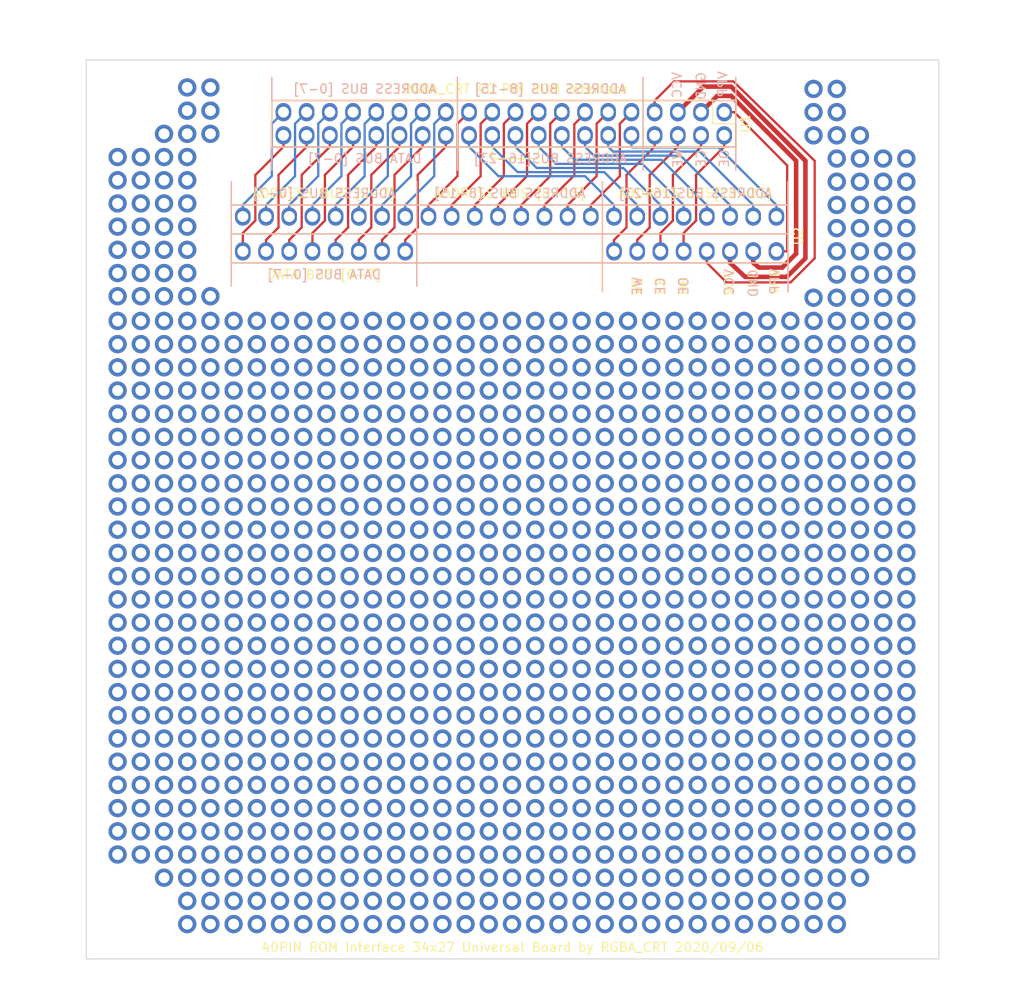
<source format=kicad_pcb>
(kicad_pcb (version 20171130) (host pcbnew "(5.1.5)-3")

  (general
    (thickness 1.6)
    (drawings 7)
    (tracks 196)
    (zones 0)
    (modules 9)
    (nets 41)
  )

  (page A4)
  (layers
    (0 F.Cu signal)
    (31 B.Cu signal)
    (32 B.Adhes user)
    (33 F.Adhes user)
    (34 B.Paste user)
    (35 F.Paste user)
    (36 B.SilkS user)
    (37 F.SilkS user)
    (38 B.Mask user)
    (39 F.Mask user)
    (40 Dwgs.User user)
    (41 Cmts.User user)
    (42 Eco1.User user)
    (43 Eco2.User user)
    (44 Edge.Cuts user)
    (45 Margin user)
    (46 B.CrtYd user)
    (47 F.CrtYd user)
    (48 B.Fab user)
    (49 F.Fab user)
  )

  (setup
    (last_trace_width 0.25)
    (trace_clearance 0.2)
    (zone_clearance 0.508)
    (zone_45_only no)
    (trace_min 0.2)
    (via_size 0.8)
    (via_drill 0.4)
    (via_min_size 0.4)
    (via_min_drill 0.3)
    (uvia_size 0.3)
    (uvia_drill 0.1)
    (uvias_allowed no)
    (uvia_min_size 0.2)
    (uvia_min_drill 0.1)
    (edge_width 0.1)
    (segment_width 0.2)
    (pcb_text_width 0.3)
    (pcb_text_size 1.5 1.5)
    (mod_edge_width 0.15)
    (mod_text_size 1 1)
    (mod_text_width 0.15)
    (pad_size 1.524 1.524)
    (pad_drill 0.762)
    (pad_to_mask_clearance 0)
    (aux_axis_origin 26.035 119.38)
    (grid_origin 26.035 119.38)
    (visible_elements 7FFFFFFF)
    (pcbplotparams
      (layerselection 0x010fc_ffffffff)
      (usegerberextensions true)
      (usegerberattributes false)
      (usegerberadvancedattributes false)
      (creategerberjobfile false)
      (excludeedgelayer true)
      (linewidth 0.100000)
      (plotframeref false)
      (viasonmask false)
      (mode 1)
      (useauxorigin false)
      (hpglpennumber 1)
      (hpglpenspeed 20)
      (hpglpendiameter 15.000000)
      (psnegative false)
      (psa4output false)
      (plotreference true)
      (plotvalue true)
      (plotinvisibletext false)
      (padsonsilk false)
      (subtractmaskfromsilk false)
      (outputformat 1)
      (mirror false)
      (drillshape 0)
      (scaleselection 1)
      (outputdirectory "universal_romif/"))
  )

  (net 0 "")
  (net 1 /A0)
  (net 2 /A1)
  (net 3 /A2)
  (net 4 /A3)
  (net 5 /A4)
  (net 6 /A5)
  (net 7 /A6)
  (net 8 /A7)
  (net 9 /A8)
  (net 10 /A9)
  (net 11 /A10)
  (net 12 /A11)
  (net 13 /A12)
  (net 14 /A13)
  (net 15 /A14)
  (net 16 /A15)
  (net 17 /u2)
  (net 18 /u1)
  (net 19 /we)
  (net 20 /vcc)
  (net 21 /ce)
  (net 22 /gnd)
  (net 23 /oe)
  (net 24 /vpp)
  (net 25 /d0)
  (net 26 /d1)
  (net 27 /d2)
  (net 28 /d3)
  (net 29 /e4)
  (net 30 /d5)
  (net 31 /d6)
  (net 32 /d7)
  (net 33 /a16)
  (net 34 /a17)
  (net 35 /a18)
  (net 36 /a19)
  (net 37 /a20)
  (net 38 /a21)
  (net 39 /a22)
  (net 40 /a23)

  (net_class Default "これはデフォルトのネット クラスです。"
    (clearance 0.2)
    (trace_width 0.25)
    (via_dia 0.8)
    (via_drill 0.4)
    (uvia_dia 0.3)
    (uvia_drill 0.1)
    (add_net /A0)
    (add_net /A1)
    (add_net /A10)
    (add_net /A11)
    (add_net /A12)
    (add_net /A13)
    (add_net /A14)
    (add_net /A15)
    (add_net /A2)
    (add_net /A3)
    (add_net /A4)
    (add_net /A5)
    (add_net /A6)
    (add_net /A7)
    (add_net /A8)
    (add_net /A9)
    (add_net /a16)
    (add_net /a17)
    (add_net /a18)
    (add_net /a19)
    (add_net /a20)
    (add_net /a21)
    (add_net /a22)
    (add_net /a23)
    (add_net /ce)
    (add_net /d0)
    (add_net /d1)
    (add_net /d2)
    (add_net /d3)
    (add_net /d5)
    (add_net /d6)
    (add_net /d7)
    (add_net /e4)
    (add_net /gnd)
    (add_net /oe)
    (add_net /u1)
    (add_net /u2)
    (add_net /vcc)
    (add_net /vpp)
    (add_net /we)
  )

  (module Wire_Pads:SolderWirePad_4xSquare_0-8mmDrill (layer F.Cu) (tedit 5F548D8A) (tstamp 5F56316D)
    (at 30.74 25.235)
    (fp_text reference LEFT (at 0 -4.445) (layer F.SilkS) hide
      (effects (font (size 1 1) (thickness 0.15)))
    )
    (fp_text value SolderWirePad_4xSquare_0-8mmDrill (at 0 3.81) (layer F.Fab)
      (effects (font (size 1 1) (thickness 0.15)))
    )
    (pad 4 thru_hole circle (at 6.35 -1.27) (size 1.99898 1.99898) (drill 1.2) (layers *.Cu *.Mask))
    (pad 5 thru_hole circle (at 8.89 -1.27) (size 1.99898 1.99898) (drill 1.2) (layers *.Cu *.Mask))
    (pad 9 thru_hole circle (at 6.35 1.27) (size 1.99898 1.99898) (drill 1.2) (layers *.Cu *.Mask))
    (pad 10 thru_hole circle (at 8.89 1.27) (size 1.99898 1.99898) (drill 1.2) (layers *.Cu *.Mask))
    (pad 13 thru_hole circle (at 3.81 3.81) (size 1.99898 1.99898) (drill 1.2) (layers *.Cu *.Mask))
    (pad 14 thru_hole circle (at 6.35 3.81) (size 1.99898 1.99898) (drill 1.2) (layers *.Cu *.Mask))
    (pad 15 thru_hole circle (at 8.89 3.81) (size 1.99898 1.99898) (drill 1.2) (layers *.Cu *.Mask))
    (pad 16 thru_hole circle (at -1.27 6.35) (size 1.99898 1.99898) (drill 1.2) (layers *.Cu *.Mask))
    (pad 17 thru_hole circle (at 1.27 6.35) (size 1.99898 1.99898) (drill 1.2) (layers *.Cu *.Mask))
    (pad 18 thru_hole circle (at 3.81 6.35) (size 1.99898 1.99898) (drill 1.2) (layers *.Cu *.Mask))
    (pad 19 thru_hole circle (at 6.35 6.35) (size 1.99898 1.99898) (drill 1.2) (layers *.Cu *.Mask))
    (pad 21 thru_hole circle (at -1.27 8.89) (size 1.99898 1.99898) (drill 1.2) (layers *.Cu *.Mask))
    (pad 22 thru_hole circle (at 1.27 8.89) (size 1.99898 1.99898) (drill 1.2) (layers *.Cu *.Mask))
    (pad 23 thru_hole circle (at 3.81 8.89) (size 1.99898 1.99898) (drill 1.2) (layers *.Cu *.Mask))
    (pad 24 thru_hole circle (at 6.35 8.89) (size 1.99898 1.99898) (drill 1.2) (layers *.Cu *.Mask))
    (pad 26 thru_hole circle (at -1.27 11.43) (size 1.99898 1.99898) (drill 1.2) (layers *.Cu *.Mask))
    (pad 27 thru_hole circle (at 1.27 11.43) (size 1.99898 1.99898) (drill 1.2) (layers *.Cu *.Mask))
    (pad 28 thru_hole circle (at 3.81 11.43) (size 1.99898 1.99898) (drill 1.2) (layers *.Cu *.Mask))
    (pad 29 thru_hole circle (at 6.35 11.43) (size 1.99898 1.99898) (drill 1.2) (layers *.Cu *.Mask))
    (pad 31 thru_hole circle (at -1.27 13.97) (size 1.99898 1.99898) (drill 1.2) (layers *.Cu *.Mask))
    (pad 32 thru_hole circle (at 1.27 13.97) (size 1.99898 1.99898) (drill 1.2) (layers *.Cu *.Mask))
    (pad 33 thru_hole circle (at 3.81 13.97) (size 1.99898 1.99898) (drill 1.2) (layers *.Cu *.Mask))
    (pad 34 thru_hole circle (at 6.35 13.97) (size 1.99898 1.99898) (drill 1.2) (layers *.Cu *.Mask))
    (pad 36 thru_hole circle (at -1.27 16.51) (size 1.99898 1.99898) (drill 1.2) (layers *.Cu *.Mask))
    (pad 37 thru_hole circle (at 1.27 16.51) (size 1.99898 1.99898) (drill 1.2) (layers *.Cu *.Mask))
    (pad 38 thru_hole circle (at 3.81 16.51) (size 1.99898 1.99898) (drill 1.2) (layers *.Cu *.Mask))
    (pad 39 thru_hole circle (at 6.35 16.51) (size 1.99898 1.99898) (drill 1.2) (layers *.Cu *.Mask))
    (pad 41 thru_hole circle (at -1.27 19.05) (size 1.99898 1.99898) (drill 1.2) (layers *.Cu *.Mask))
    (pad 42 thru_hole circle (at 1.27 19.05) (size 1.99898 1.99898) (drill 1.2) (layers *.Cu *.Mask))
    (pad 43 thru_hole circle (at 3.81 19.05) (size 1.99898 1.99898) (drill 1.2) (layers *.Cu *.Mask))
    (pad 44 thru_hole circle (at 6.35 19.05) (size 1.99898 1.99898) (drill 1.2) (layers *.Cu *.Mask))
    (pad 46 thru_hole circle (at -1.27 21.59) (size 1.99898 1.99898) (drill 1.2) (layers *.Cu *.Mask))
    (pad 47 thru_hole circle (at 1.27 21.59) (size 1.99898 1.99898) (drill 1.2) (layers *.Cu *.Mask))
    (pad 48 thru_hole circle (at 3.81 21.59) (size 1.99898 1.99898) (drill 1.2) (layers *.Cu *.Mask))
    (pad 49 thru_hole circle (at 6.35 21.59) (size 1.99898 1.99898) (drill 1.2) (layers *.Cu *.Mask))
    (pad 50 thru_hole circle (at 8.89 21.59) (size 1.99898 1.99898) (drill 1.2) (layers *.Cu *.Mask))
  )

  (module ROM_INTERFACE:RGBA_CRT_ROM_INTERFACE (layer F.Cu) (tedit 5F0A405D) (tstamp 5F54790B)
    (at 73.025 26.67 180)
    (descr "Through hole straight pin header, 2x20, 2.54mm pitch, double rows")
    (tags "Through hole pin header THT 2x20 2.54mm double row")
    (path /5F59D4A6)
    (fp_text reference U1 (at -25.19 -1.27 90) (layer F.SilkS)
      (effects (font (size 1 1) (thickness 0.15)))
    )
    (fp_text value RGBA_CRT_ROM_INTERFACE (at -17.78 11.43 180) (layer F.Fab)
      (effects (font (size 1 1) (thickness 0.15)))
    )
    (fp_text user %R (at -25.19 -1.27 90) (layer F.Fab)
      (effects (font (size 1 1) (thickness 0.15)))
    )
    (fp_line (start -24.66 -4.35) (end -24.66 1.8) (layer F.CrtYd) (width 0.05))
    (fp_line (start 27.19 -4.35) (end -24.66 -4.35) (layer F.CrtYd) (width 0.05))
    (fp_line (start 27.19 1.8) (end 27.19 -4.35) (layer F.CrtYd) (width 0.05))
    (fp_line (start -24.66 1.8) (end 27.19 1.8) (layer F.CrtYd) (width 0.05))
    (fp_line (start -24.19 1.33) (end -24.19 0) (layer F.SilkS) (width 0.12))
    (fp_line (start -22.86 1.33) (end -24.19 1.33) (layer F.SilkS) (width 0.12))
    (fp_line (start -21.59 -1.27) (end -21.59 1.33) (layer F.SilkS) (width 0.12))
    (fp_line (start -24.19 -1.27) (end -21.59 -1.27) (layer F.SilkS) (width 0.12))
    (fp_line (start -24.19 -3.87) (end -24.19 -1.27) (layer F.SilkS) (width 0.12))
    (fp_line (start 26.73 -3.87) (end -24.19 -3.87) (layer F.SilkS) (width 0.12))
    (fp_line (start 26.73 1.33) (end 26.73 -3.87) (layer F.SilkS) (width 0.12))
    (fp_line (start -21.59 1.33) (end 26.73 1.33) (layer F.SilkS) (width 0.12))
    (fp_line (start -24.13 -3.81) (end -24.13 1.27) (layer F.Fab) (width 0.1))
    (fp_line (start 26.67 -3.81) (end -24.13 -3.81) (layer F.Fab) (width 0.1))
    (fp_line (start 26.67 1.27) (end 26.67 -3.81) (layer F.Fab) (width 0.1))
    (fp_line (start -24.13 1.27) (end 26.67 1.27) (layer F.Fab) (width 0.1))
    (fp_line (start 2.54 -5.08) (end 2.54 -3.81) (layer F.SilkS) (width 0.15))
    (fp_line (start -2.54 -5.08) (end 2.54 -5.08) (layer F.SilkS) (width 0.15))
    (fp_line (start -2.54 -3.81) (end -2.54 -5.08) (layer F.SilkS) (width 0.15))
    (fp_text user "DATA BUS [0-7]" (at 16.51 -5.08 180) (layer B.SilkS)
      (effects (font (size 1 1) (thickness 0.15)) (justify mirror))
    )
    (fp_text user "ADDRESS BUS[16-23]" (at -3.81 -5.08 180) (layer B.SilkS)
      (effects (font (size 1 1) (thickness 0.15)) (justify mirror))
    )
    (fp_line (start -13.97 -6.35) (end -13.97 -3.81) (layer B.SilkS) (width 0.15))
    (fp_text user WE (at -17.78 -5.08 90) (layer B.SilkS)
      (effects (font (size 1 1) (thickness 0.15)) (justify mirror))
    )
    (fp_text user CE (at -20.32 -5.08 90) (layer B.SilkS)
      (effects (font (size 1 1) (thickness 0.15)) (justify mirror))
    )
    (fp_text user OE (at -22.86 -5.08 90) (layer B.SilkS)
      (effects (font (size 1 1) (thickness 0.15)) (justify mirror))
    )
    (fp_text user "ADDRESS BUS [0-7]" (at 16.51 2.54) (layer B.SilkS)
      (effects (font (size 1 1) (thickness 0.15)) (justify mirror))
    )
    (fp_line (start 6.35 -6.35) (end 6.35 -3.81) (layer B.SilkS) (width 0.15))
    (fp_line (start 26.67 -3.81) (end 6.35 -3.81) (layer B.SilkS) (width 0.15))
    (fp_line (start 26.67 -6.35) (end 26.67 -3.81) (layer B.SilkS) (width 0.15))
    (fp_line (start 6.35 1.27) (end 6.35 3.81) (layer B.SilkS) (width 0.15))
    (fp_line (start 26.67 1.27) (end 6.35 1.27) (layer B.SilkS) (width 0.15))
    (fp_line (start 26.67 3.81) (end 26.67 1.27) (layer B.SilkS) (width 0.15))
    (fp_text user "ADDRESS BUS [8-15]" (at -3.81 2.54) (layer B.SilkS)
      (effects (font (size 1 1) (thickness 0.15)) (justify mirror))
    )
    (fp_line (start -13.97 1.27) (end -13.97 3.81) (layer B.SilkS) (width 0.15))
    (fp_text user VCC (at -17.7 2.97 90) (layer B.SilkS)
      (effects (font (size 1 1) (thickness 0.15)) (justify mirror))
    )
    (fp_text user VPP (at -22.69 3.05 90) (layer B.SilkS)
      (effects (font (size 1 1) (thickness 0.15)) (justify mirror))
    )
    (fp_text user GND (at -20.33 2.86 90) (layer B.SilkS)
      (effects (font (size 1 1) (thickness 0.15)) (justify mirror))
    )
    (fp_line (start -24.13 1.27) (end -24.13 -3.81) (layer B.SilkS) (width 0.15))
    (fp_line (start 26.67 1.27) (end -24.13 1.27) (layer B.SilkS) (width 0.15))
    (fp_line (start 26.67 -3.81) (end 26.67 1.27) (layer B.SilkS) (width 0.15))
    (fp_line (start -24.13 -3.81) (end 26.67 -3.81) (layer B.SilkS) (width 0.15))
    (fp_line (start -13.97 -3.81) (end -13.97 1.27) (layer B.SilkS) (width 0.15))
    (fp_line (start 6.35 -3.81) (end 6.35 1.27) (layer B.SilkS) (width 0.15))
    (fp_line (start -24.13 -6.35) (end -24.13 3.81) (layer B.SilkS) (width 0.15))
    (fp_line (start 26.67 -3.81) (end -24.13 -3.81) (layer F.SilkS) (width 0.15))
    (fp_line (start 26.67 1.27) (end 26.67 -3.81) (layer F.SilkS) (width 0.15))
    (fp_line (start -24.13 1.27) (end 26.67 1.27) (layer F.SilkS) (width 0.15))
    (fp_line (start -24.13 -3.81) (end -24.13 1.27) (layer F.SilkS) (width 0.15))
    (fp_text user "RGBA_CRT 40 PIN ROM Interface" (at 0 2.54) (layer F.SilkS)
      (effects (font (size 1 1) (thickness 0.15)))
    )
    (fp_line (start 6.35 -3.81) (end 6.35 1.27) (layer F.SilkS) (width 0.15))
    (fp_line (start -13.97 1.27) (end -13.97 -3.81) (layer F.SilkS) (width 0.15))
    (pad 21 thru_hole oval (at 25.4 -2.54 270) (size 2 1.7) (drill 1.2) (layers *.Cu *.Mask)
      (net 25 /d0))
    (pad 20 thru_hole oval (at 25.4 0 270) (size 2 1.7) (drill 1.2) (layers *.Cu *.Mask)
      (net 1 /A0))
    (pad 22 thru_hole oval (at 22.86 -2.54 270) (size 2 1.7) (drill 1.2) (layers *.Cu *.Mask)
      (net 26 /d1))
    (pad 19 thru_hole oval (at 22.86 0 270) (size 2 1.7) (drill 1.2) (layers *.Cu *.Mask)
      (net 2 /A1))
    (pad 23 thru_hole oval (at 20.32 -2.54 270) (size 2 1.7) (drill 1.2) (layers *.Cu *.Mask)
      (net 27 /d2))
    (pad 18 thru_hole oval (at 20.32 0 270) (size 2 1.7) (drill 1.2) (layers *.Cu *.Mask)
      (net 3 /A2))
    (pad 24 thru_hole oval (at 17.78 -2.54 270) (size 2 1.7) (drill 1.2) (layers *.Cu *.Mask)
      (net 28 /d3))
    (pad 17 thru_hole oval (at 17.78 0 270) (size 2 1.7) (drill 1.2) (layers *.Cu *.Mask)
      (net 4 /A3))
    (pad 25 thru_hole oval (at 15.24 -2.54 270) (size 2 1.7) (drill 1.2) (layers *.Cu *.Mask)
      (net 29 /e4))
    (pad 16 thru_hole oval (at 15.24 0 270) (size 2 1.7) (drill 1.2) (layers *.Cu *.Mask)
      (net 5 /A4))
    (pad 26 thru_hole oval (at 12.7 -2.54 270) (size 2 1.7) (drill 1.2) (layers *.Cu *.Mask)
      (net 30 /d5))
    (pad 15 thru_hole oval (at 12.7 0 270) (size 2 1.7) (drill 1.2) (layers *.Cu *.Mask)
      (net 6 /A5))
    (pad 27 thru_hole oval (at 10.16 -2.54 270) (size 2 1.7) (drill 1.2) (layers *.Cu *.Mask)
      (net 31 /d6))
    (pad 14 thru_hole oval (at 10.16 0 270) (size 2 1.7) (drill 1.2) (layers *.Cu *.Mask)
      (net 7 /A6))
    (pad 28 thru_hole oval (at 7.62 -2.54 270) (size 2 1.7) (drill 1.2) (layers *.Cu *.Mask)
      (net 32 /d7))
    (pad 13 thru_hole oval (at 7.62 0 270) (size 2 1.7) (drill 1.2) (layers *.Cu *.Mask)
      (net 8 /A7))
    (pad 29 thru_hole oval (at 5.08 -2.54 270) (size 2 1.7) (drill 1.2) (layers *.Cu *.Mask)
      (net 33 /a16))
    (pad 12 thru_hole oval (at 5.08 0 270) (size 2 1.7) (drill 1.2) (layers *.Cu *.Mask)
      (net 9 /A8))
    (pad 30 thru_hole oval (at 2.54 -2.54 270) (size 2 1.7) (drill 1.2) (layers *.Cu *.Mask)
      (net 34 /a17))
    (pad 11 thru_hole oval (at 2.54 0 270) (size 2 1.7) (drill 1.2) (layers *.Cu *.Mask)
      (net 10 /A9))
    (pad 31 thru_hole oval (at 0 -2.54 270) (size 2 1.7) (drill 1.2) (layers *.Cu *.Mask)
      (net 35 /a18))
    (pad 10 thru_hole oval (at 0 0 270) (size 2 1.7) (drill 1.2) (layers *.Cu *.Mask)
      (net 11 /A10))
    (pad 32 thru_hole oval (at -2.54 -2.54 270) (size 2 1.7) (drill 1.2) (layers *.Cu *.Mask)
      (net 36 /a19))
    (pad 9 thru_hole oval (at -2.54 0 270) (size 2 1.7) (drill 1.2) (layers *.Cu *.Mask)
      (net 12 /A11))
    (pad 33 thru_hole oval (at -5.08 -2.54 270) (size 2 1.7) (drill 1.2) (layers *.Cu *.Mask)
      (net 37 /a20))
    (pad 8 thru_hole oval (at -5.08 0 270) (size 2 1.7) (drill 1.2) (layers *.Cu *.Mask)
      (net 13 /A12))
    (pad 34 thru_hole oval (at -7.62 -2.54 270) (size 2 1.7) (drill 1.2) (layers *.Cu *.Mask)
      (net 38 /a21))
    (pad 7 thru_hole oval (at -7.62 0 270) (size 2 1.7) (drill 1.2) (layers *.Cu *.Mask)
      (net 14 /A13))
    (pad 35 thru_hole oval (at -10.16 -2.54 270) (size 2 1.7) (drill 1.2) (layers *.Cu *.Mask)
      (net 39 /a22))
    (pad 6 thru_hole oval (at -10.16 0 270) (size 2 1.7) (drill 1.2) (layers *.Cu *.Mask)
      (net 15 /A14))
    (pad 36 thru_hole oval (at -12.7 -2.54 270) (size 2 1.7) (drill 1.2) (layers *.Cu *.Mask)
      (net 40 /a23))
    (pad 5 thru_hole oval (at -12.7 0 270) (size 2 1.7) (drill 1.2) (layers *.Cu *.Mask)
      (net 16 /A15))
    (pad 37 thru_hole oval (at -15.24 -2.54 270) (size 2 1.7) (drill 1.2) (layers *.Cu *.Mask)
      (net 17 /u2))
    (pad 4 thru_hole oval (at -15.24 0 270) (size 2 1.7) (drill 1.2) (layers *.Cu *.Mask)
      (net 18 /u1))
    (pad 38 thru_hole oval (at -17.78 -2.54 270) (size 2 1.7) (drill 1.2) (layers *.Cu *.Mask)
      (net 19 /we))
    (pad 3 thru_hole oval (at -17.78 0 270) (size 2 1.7) (drill 1.2) (layers *.Cu *.Mask)
      (net 20 /vcc))
    (pad 39 thru_hole oval (at -20.32 -2.54 270) (size 2 1.7) (drill 1.2) (layers *.Cu *.Mask)
      (net 21 /ce))
    (pad 2 thru_hole oval (at -20.32 0 270) (size 2 1.7) (drill 1.2) (layers *.Cu *.Mask)
      (net 22 /gnd))
    (pad 40 thru_hole oval (at -22.86 -2.54 270) (size 2 1.7) (drill 1.2) (layers *.Cu *.Mask)
      (net 23 /oe))
    (pad 1 thru_hole oval (at -22.86 0 270) (size 2 1.7) (drill 1.2) (layers *.Cu *.Mask)
      (net 24 /vpp))
    (model ${KISYS3DMOD}/Pin_Headers.3dshapes/Pin_Header_Straight_2x20_Pitch2.54mm.wrl
      (offset (xyz 1.269999980926514 -24.12999963760376 0))
      (scale (xyz 1 1 1))
      (rotate (xyz 0 0 90))
    )
  )

  (module Wire_Pads:SolderWirePad_4xSquare_0-8mmDrill (layer F.Cu) (tedit 5F548D6D) (tstamp 5F5639BF)
    (at 105.41 25.4)
    (fp_text reference RIGHT (at 9.144 -4.445) (layer F.SilkS) hide
      (effects (font (size 1 1) (thickness 0.15)))
    )
    (fp_text value SolderWirePad_4xSquare_0-8mmDrill (at 9.144 3.81) (layer F.Fab)
      (effects (font (size 1 1) (thickness 0.15)))
    )
    (pad 50 thru_hole circle (at 0.254 21.59) (size 1.99898 1.99898) (drill 1.2) (layers *.Cu *.Mask))
    (pad 49 thru_hole circle (at 2.794 21.59) (size 1.99898 1.99898) (drill 1.2) (layers *.Cu *.Mask))
    (pad 48 thru_hole circle (at 5.334 21.59) (size 1.99898 1.99898) (drill 1.2) (layers *.Cu *.Mask))
    (pad 47 thru_hole circle (at 7.874 21.59) (size 1.99898 1.99898) (drill 1.2) (layers *.Cu *.Mask))
    (pad 46 thru_hole circle (at 10.414 21.59) (size 1.99898 1.99898) (drill 1.2) (layers *.Cu *.Mask))
    (pad 44 thru_hole circle (at 2.794 19.05) (size 1.99898 1.99898) (drill 1.2) (layers *.Cu *.Mask))
    (pad 43 thru_hole circle (at 5.334 19.05) (size 1.99898 1.99898) (drill 1.2) (layers *.Cu *.Mask))
    (pad 42 thru_hole circle (at 7.874 19.05) (size 1.99898 1.99898) (drill 1.2) (layers *.Cu *.Mask))
    (pad 41 thru_hole circle (at 10.414 19.05) (size 1.99898 1.99898) (drill 1.2) (layers *.Cu *.Mask))
    (pad 39 thru_hole circle (at 2.794 16.51) (size 1.99898 1.99898) (drill 1.2) (layers *.Cu *.Mask))
    (pad 38 thru_hole circle (at 5.334 16.51) (size 1.99898 1.99898) (drill 1.2) (layers *.Cu *.Mask))
    (pad 37 thru_hole circle (at 7.874 16.51) (size 1.99898 1.99898) (drill 1.2) (layers *.Cu *.Mask))
    (pad 36 thru_hole circle (at 10.414 16.51) (size 1.99898 1.99898) (drill 1.2) (layers *.Cu *.Mask))
    (pad 34 thru_hole circle (at 2.794 13.97) (size 1.99898 1.99898) (drill 1.2) (layers *.Cu *.Mask))
    (pad 33 thru_hole circle (at 5.334 13.97) (size 1.99898 1.99898) (drill 1.2) (layers *.Cu *.Mask))
    (pad 32 thru_hole circle (at 7.874 13.97) (size 1.99898 1.99898) (drill 1.2) (layers *.Cu *.Mask))
    (pad 31 thru_hole circle (at 10.414 13.97) (size 1.99898 1.99898) (drill 1.2) (layers *.Cu *.Mask))
    (pad 29 thru_hole circle (at 2.794 11.43) (size 1.99898 1.99898) (drill 1.2) (layers *.Cu *.Mask))
    (pad 28 thru_hole circle (at 5.334 11.43) (size 1.99898 1.99898) (drill 1.2) (layers *.Cu *.Mask))
    (pad 27 thru_hole circle (at 7.874 11.43) (size 1.99898 1.99898) (drill 1.2) (layers *.Cu *.Mask))
    (pad 26 thru_hole circle (at 10.414 11.43) (size 1.99898 1.99898) (drill 1.2) (layers *.Cu *.Mask))
    (pad 24 thru_hole circle (at 2.794 8.89) (size 1.99898 1.99898) (drill 1.2) (layers *.Cu *.Mask))
    (pad 23 thru_hole circle (at 5.334 8.89) (size 1.99898 1.99898) (drill 1.2) (layers *.Cu *.Mask))
    (pad 22 thru_hole circle (at 7.874 8.89) (size 1.99898 1.99898) (drill 1.2) (layers *.Cu *.Mask))
    (pad 21 thru_hole circle (at 10.414 8.89) (size 1.99898 1.99898) (drill 1.2) (layers *.Cu *.Mask))
    (pad 19 thru_hole circle (at 2.794 6.35) (size 1.99898 1.99898) (drill 1.2) (layers *.Cu *.Mask))
    (pad 18 thru_hole circle (at 5.334 6.35) (size 1.99898 1.99898) (drill 1.2) (layers *.Cu *.Mask))
    (pad 17 thru_hole circle (at 7.874 6.35) (size 1.99898 1.99898) (drill 1.2) (layers *.Cu *.Mask))
    (pad 16 thru_hole circle (at 10.414 6.35) (size 1.99898 1.99898) (drill 1.2) (layers *.Cu *.Mask))
    (pad 15 thru_hole circle (at 0.254 3.81) (size 1.99898 1.99898) (drill 1.2) (layers *.Cu *.Mask))
    (pad 14 thru_hole circle (at 2.794 3.81) (size 1.99898 1.99898) (drill 1.2) (layers *.Cu *.Mask))
    (pad 13 thru_hole circle (at 5.334 3.81) (size 1.99898 1.99898) (drill 1.2) (layers *.Cu *.Mask))
    (pad 10 thru_hole circle (at 0.254 1.27) (size 1.99898 1.99898) (drill 1.2) (layers *.Cu *.Mask))
    (pad 9 thru_hole circle (at 2.794 1.27) (size 1.99898 1.99898) (drill 1.2) (layers *.Cu *.Mask))
    (pad 5 thru_hole circle (at 0.254 -1.27) (size 1.99898 1.99898) (drill 1.2) (layers *.Cu *.Mask))
    (pad 4 thru_hole circle (at 2.794 -1.27) (size 1.99898 1.99898) (drill 1.2) (layers *.Cu *.Mask))
  )

  (module Wire_Pads:SolderWirePad_4xSquare_0-8mmDrill (layer F.Cu) (tedit 5F548D01) (tstamp 5F547ED3)
    (at 114.56 114.3 180)
    (fp_text reference UBIVERSAL (at 0 -4.445) (layer F.SilkS) hide
      (effects (font (size 1 1) (thickness 0.15)))
    )
    (fp_text value SolderWirePad_4xSquare_0-8mmDrill (at 0 3.81) (layer F.Fab)
      (effects (font (size 1 1) (thickness 0.15)))
    )
    (pad 4 thru_hole circle (at 6.35 -1.27 180) (size 1.99898 1.99898) (drill 1.2) (layers *.Cu *.Mask))
    (pad 5 thru_hole circle (at 8.89 -1.27 180) (size 1.99898 1.99898) (drill 1.2) (layers *.Cu *.Mask))
    (pad 6 thru_hole circle (at 11.43 -1.27 180) (size 1.99898 1.99898) (drill 1.2) (layers *.Cu *.Mask))
    (pad 7 thru_hole circle (at 13.97 -1.27 180) (size 1.99898 1.99898) (drill 1.2) (layers *.Cu *.Mask))
    (pad 8 thru_hole circle (at 16.51 -1.27 180) (size 1.99898 1.99898) (drill 1.2) (layers *.Cu *.Mask))
    (pad 9 thru_hole circle (at 19.05 -1.27 180) (size 1.99898 1.99898) (drill 1.2) (layers *.Cu *.Mask))
    (pad 10 thru_hole circle (at 21.59 -1.27 180) (size 1.99898 1.99898) (drill 1.2) (layers *.Cu *.Mask))
    (pad 11 thru_hole circle (at 24.13 -1.27 180) (size 1.99898 1.99898) (drill 1.2) (layers *.Cu *.Mask))
    (pad 12 thru_hole circle (at 26.67 -1.27 180) (size 1.99898 1.99898) (drill 1.2) (layers *.Cu *.Mask))
    (pad 13 thru_hole circle (at 29.21 -1.27 180) (size 1.99898 1.99898) (drill 1.2) (layers *.Cu *.Mask))
    (pad 14 thru_hole circle (at 31.75 -1.27 180) (size 1.99898 1.99898) (drill 1.2) (layers *.Cu *.Mask))
    (pad 15 thru_hole circle (at 34.29 -1.27 180) (size 1.99898 1.99898) (drill 1.2) (layers *.Cu *.Mask))
    (pad 16 thru_hole circle (at 36.83 -1.27 180) (size 1.99898 1.99898) (drill 1.2) (layers *.Cu *.Mask))
    (pad 17 thru_hole circle (at 39.37 -1.27 180) (size 1.99898 1.99898) (drill 1.2) (layers *.Cu *.Mask))
    (pad 18 thru_hole circle (at 41.91 -1.27 180) (size 1.99898 1.99898) (drill 1.2) (layers *.Cu *.Mask))
    (pad 19 thru_hole circle (at 44.45 -1.27 180) (size 1.99898 1.99898) (drill 1.2) (layers *.Cu *.Mask))
    (pad 20 thru_hole circle (at 46.99 -1.27 180) (size 1.99898 1.99898) (drill 1.2) (layers *.Cu *.Mask))
    (pad 21 thru_hole circle (at 49.53 -1.27 180) (size 1.99898 1.99898) (drill 1.2) (layers *.Cu *.Mask))
    (pad 22 thru_hole circle (at 52.07 -1.27 180) (size 1.99898 1.99898) (drill 1.2) (layers *.Cu *.Mask))
    (pad 23 thru_hole circle (at 54.61 -1.27 180) (size 1.99898 1.99898) (drill 1.2) (layers *.Cu *.Mask))
    (pad 24 thru_hole circle (at 57.15 -1.27 180) (size 1.99898 1.99898) (drill 1.2) (layers *.Cu *.Mask))
    (pad 25 thru_hole circle (at 59.69 -1.27 180) (size 1.99898 1.99898) (drill 1.2) (layers *.Cu *.Mask))
    (pad 26 thru_hole circle (at 62.23 -1.27 180) (size 1.99898 1.99898) (drill 1.2) (layers *.Cu *.Mask))
    (pad 27 thru_hole circle (at 64.77 -1.27 180) (size 1.99898 1.99898) (drill 1.2) (layers *.Cu *.Mask))
    (pad 28 thru_hole circle (at 67.31 -1.27 180) (size 1.99898 1.99898) (drill 1.2) (layers *.Cu *.Mask))
    (pad 29 thru_hole circle (at 69.85 -1.27 180) (size 1.99898 1.99898) (drill 1.2) (layers *.Cu *.Mask))
    (pad 30 thru_hole circle (at 72.39 -1.27 180) (size 1.99898 1.99898) (drill 1.2) (layers *.Cu *.Mask))
    (pad 31 thru_hole circle (at 74.93 -1.27 180) (size 1.99898 1.99898) (drill 1.2) (layers *.Cu *.Mask))
    (pad 32 thru_hole circle (at 77.47 -1.27 180) (size 1.99898 1.99898) (drill 1.2) (layers *.Cu *.Mask))
    (pad 39 thru_hole circle (at 6.35 1.27 180) (size 1.99898 1.99898) (drill 1.2) (layers *.Cu *.Mask))
    (pad 40 thru_hole circle (at 8.89 1.27 180) (size 1.99898 1.99898) (drill 1.2) (layers *.Cu *.Mask))
    (pad 41 thru_hole circle (at 11.43 1.27 180) (size 1.99898 1.99898) (drill 1.2) (layers *.Cu *.Mask))
    (pad 42 thru_hole circle (at 13.97 1.27 180) (size 1.99898 1.99898) (drill 1.2) (layers *.Cu *.Mask))
    (pad 43 thru_hole circle (at 16.51 1.27 180) (size 1.99898 1.99898) (drill 1.2) (layers *.Cu *.Mask))
    (pad 44 thru_hole circle (at 19.05 1.27 180) (size 1.99898 1.99898) (drill 1.2) (layers *.Cu *.Mask))
    (pad 45 thru_hole circle (at 21.59 1.27 180) (size 1.99898 1.99898) (drill 1.2) (layers *.Cu *.Mask))
    (pad 46 thru_hole circle (at 24.13 1.27 180) (size 1.99898 1.99898) (drill 1.2) (layers *.Cu *.Mask))
    (pad 47 thru_hole circle (at 26.67 1.27 180) (size 1.99898 1.99898) (drill 1.2) (layers *.Cu *.Mask))
    (pad 48 thru_hole circle (at 29.21 1.27 180) (size 1.99898 1.99898) (drill 1.2) (layers *.Cu *.Mask))
    (pad 49 thru_hole circle (at 31.75 1.27 180) (size 1.99898 1.99898) (drill 1.2) (layers *.Cu *.Mask))
    (pad 50 thru_hole circle (at 34.29 1.27 180) (size 1.99898 1.99898) (drill 1.2) (layers *.Cu *.Mask))
    (pad 51 thru_hole circle (at 36.83 1.27 180) (size 1.99898 1.99898) (drill 1.2) (layers *.Cu *.Mask))
    (pad 52 thru_hole circle (at 39.37 1.27 180) (size 1.99898 1.99898) (drill 1.2) (layers *.Cu *.Mask))
    (pad 53 thru_hole circle (at 41.91 1.27 180) (size 1.99898 1.99898) (drill 1.2) (layers *.Cu *.Mask))
    (pad 54 thru_hole circle (at 44.45 1.27 180) (size 1.99898 1.99898) (drill 1.2) (layers *.Cu *.Mask))
    (pad 55 thru_hole circle (at 46.99 1.27 180) (size 1.99898 1.99898) (drill 1.2) (layers *.Cu *.Mask))
    (pad 56 thru_hole circle (at 49.53 1.27 180) (size 1.99898 1.99898) (drill 1.2) (layers *.Cu *.Mask))
    (pad 57 thru_hole circle (at 52.07 1.27 180) (size 1.99898 1.99898) (drill 1.2) (layers *.Cu *.Mask))
    (pad 58 thru_hole circle (at 54.61 1.27 180) (size 1.99898 1.99898) (drill 1.2) (layers *.Cu *.Mask))
    (pad 59 thru_hole circle (at 57.15 1.27 180) (size 1.99898 1.99898) (drill 1.2) (layers *.Cu *.Mask))
    (pad 60 thru_hole circle (at 59.69 1.27 180) (size 1.99898 1.99898) (drill 1.2) (layers *.Cu *.Mask))
    (pad 61 thru_hole circle (at 62.23 1.27 180) (size 1.99898 1.99898) (drill 1.2) (layers *.Cu *.Mask))
    (pad 62 thru_hole circle (at 64.77 1.27 180) (size 1.99898 1.99898) (drill 1.2) (layers *.Cu *.Mask))
    (pad 63 thru_hole circle (at 67.31 1.27 180) (size 1.99898 1.99898) (drill 1.2) (layers *.Cu *.Mask))
    (pad 64 thru_hole circle (at 69.85 1.27 180) (size 1.99898 1.99898) (drill 1.2) (layers *.Cu *.Mask))
    (pad 65 thru_hole circle (at 72.39 1.27 180) (size 1.99898 1.99898) (drill 1.2) (layers *.Cu *.Mask))
    (pad 66 thru_hole circle (at 74.93 1.27 180) (size 1.99898 1.99898) (drill 1.2) (layers *.Cu *.Mask))
    (pad 67 thru_hole circle (at 77.47 1.27 180) (size 1.99898 1.99898) (drill 1.2) (layers *.Cu *.Mask))
    (pad 73 thru_hole circle (at 3.81 3.81 180) (size 1.99898 1.99898) (drill 1.2) (layers *.Cu *.Mask))
    (pad 74 thru_hole circle (at 6.35 3.81 180) (size 1.99898 1.99898) (drill 1.2) (layers *.Cu *.Mask))
    (pad 75 thru_hole circle (at 8.89 3.81 180) (size 1.99898 1.99898) (drill 1.2) (layers *.Cu *.Mask))
    (pad 76 thru_hole circle (at 11.43 3.81 180) (size 1.99898 1.99898) (drill 1.2) (layers *.Cu *.Mask))
    (pad 77 thru_hole circle (at 13.97 3.81 180) (size 1.99898 1.99898) (drill 1.2) (layers *.Cu *.Mask))
    (pad 78 thru_hole circle (at 16.51 3.81 180) (size 1.99898 1.99898) (drill 1.2) (layers *.Cu *.Mask))
    (pad 79 thru_hole circle (at 19.05 3.81 180) (size 1.99898 1.99898) (drill 1.2) (layers *.Cu *.Mask))
    (pad 80 thru_hole circle (at 21.59 3.81 180) (size 1.99898 1.99898) (drill 1.2) (layers *.Cu *.Mask))
    (pad 81 thru_hole circle (at 24.13 3.81 180) (size 1.99898 1.99898) (drill 1.2) (layers *.Cu *.Mask))
    (pad 82 thru_hole circle (at 26.67 3.81 180) (size 1.99898 1.99898) (drill 1.2) (layers *.Cu *.Mask))
    (pad 83 thru_hole circle (at 29.21 3.81 180) (size 1.99898 1.99898) (drill 1.2) (layers *.Cu *.Mask))
    (pad 84 thru_hole circle (at 31.75 3.81 180) (size 1.99898 1.99898) (drill 1.2) (layers *.Cu *.Mask))
    (pad 85 thru_hole circle (at 34.29 3.81 180) (size 1.99898 1.99898) (drill 1.2) (layers *.Cu *.Mask))
    (pad 86 thru_hole circle (at 36.83 3.81 180) (size 1.99898 1.99898) (drill 1.2) (layers *.Cu *.Mask))
    (pad 87 thru_hole circle (at 39.37 3.81 180) (size 1.99898 1.99898) (drill 1.2) (layers *.Cu *.Mask))
    (pad 88 thru_hole circle (at 41.91 3.81 180) (size 1.99898 1.99898) (drill 1.2) (layers *.Cu *.Mask))
    (pad 89 thru_hole circle (at 44.45 3.81 180) (size 1.99898 1.99898) (drill 1.2) (layers *.Cu *.Mask))
    (pad 90 thru_hole circle (at 46.99 3.81 180) (size 1.99898 1.99898) (drill 1.2) (layers *.Cu *.Mask))
    (pad 91 thru_hole circle (at 49.53 3.81 180) (size 1.99898 1.99898) (drill 1.2) (layers *.Cu *.Mask))
    (pad 92 thru_hole circle (at 52.07 3.81 180) (size 1.99898 1.99898) (drill 1.2) (layers *.Cu *.Mask))
    (pad 93 thru_hole circle (at 54.61 3.81 180) (size 1.99898 1.99898) (drill 1.2) (layers *.Cu *.Mask))
    (pad 94 thru_hole circle (at 57.15 3.81 180) (size 1.99898 1.99898) (drill 1.2) (layers *.Cu *.Mask))
    (pad 95 thru_hole circle (at 59.69 3.81 180) (size 1.99898 1.99898) (drill 1.2) (layers *.Cu *.Mask))
    (pad 96 thru_hole circle (at 62.23 3.81 180) (size 1.99898 1.99898) (drill 1.2) (layers *.Cu *.Mask))
    (pad 97 thru_hole circle (at 64.77 3.81 180) (size 1.99898 1.99898) (drill 1.2) (layers *.Cu *.Mask))
    (pad 98 thru_hole circle (at 67.31 3.81 180) (size 1.99898 1.99898) (drill 1.2) (layers *.Cu *.Mask))
    (pad 99 thru_hole circle (at 69.85 3.81 180) (size 1.99898 1.99898) (drill 1.2) (layers *.Cu *.Mask))
    (pad 100 thru_hole circle (at 72.39 3.81 180) (size 1.99898 1.99898) (drill 1.2) (layers *.Cu *.Mask))
    (pad 101 thru_hole circle (at 74.93 3.81 180) (size 1.99898 1.99898) (drill 1.2) (layers *.Cu *.Mask))
    (pad 102 thru_hole circle (at 77.47 3.81 180) (size 1.99898 1.99898) (drill 1.2) (layers *.Cu *.Mask))
    (pad 103 thru_hole circle (at 80.01 3.81 180) (size 1.99898 1.99898) (drill 1.2) (layers *.Cu *.Mask))
    (pad 106 thru_hole circle (at -1.27 6.35 180) (size 1.99898 1.99898) (drill 1.2) (layers *.Cu *.Mask))
    (pad 107 thru_hole circle (at 1.27 6.35 180) (size 1.99898 1.99898) (drill 1.2) (layers *.Cu *.Mask))
    (pad 108 thru_hole circle (at 3.81 6.35 180) (size 1.99898 1.99898) (drill 1.2) (layers *.Cu *.Mask))
    (pad 109 thru_hole circle (at 6.35 6.35 180) (size 1.99898 1.99898) (drill 1.2) (layers *.Cu *.Mask))
    (pad 110 thru_hole circle (at 8.89 6.35 180) (size 1.99898 1.99898) (drill 1.2) (layers *.Cu *.Mask))
    (pad 111 thru_hole circle (at 11.43 6.35 180) (size 1.99898 1.99898) (drill 1.2) (layers *.Cu *.Mask))
    (pad 112 thru_hole circle (at 13.97 6.35 180) (size 1.99898 1.99898) (drill 1.2) (layers *.Cu *.Mask))
    (pad 113 thru_hole circle (at 16.51 6.35 180) (size 1.99898 1.99898) (drill 1.2) (layers *.Cu *.Mask))
    (pad 114 thru_hole circle (at 19.05 6.35 180) (size 1.99898 1.99898) (drill 1.2) (layers *.Cu *.Mask))
    (pad 115 thru_hole circle (at 21.59 6.35 180) (size 1.99898 1.99898) (drill 1.2) (layers *.Cu *.Mask))
    (pad 116 thru_hole circle (at 24.13 6.35 180) (size 1.99898 1.99898) (drill 1.2) (layers *.Cu *.Mask))
    (pad 117 thru_hole circle (at 26.67 6.35 180) (size 1.99898 1.99898) (drill 1.2) (layers *.Cu *.Mask))
    (pad 118 thru_hole circle (at 29.21 6.35 180) (size 1.99898 1.99898) (drill 1.2) (layers *.Cu *.Mask))
    (pad 119 thru_hole circle (at 31.75 6.35 180) (size 1.99898 1.99898) (drill 1.2) (layers *.Cu *.Mask))
    (pad 120 thru_hole circle (at 34.29 6.35 180) (size 1.99898 1.99898) (drill 1.2) (layers *.Cu *.Mask))
    (pad 121 thru_hole circle (at 36.83 6.35 180) (size 1.99898 1.99898) (drill 1.2) (layers *.Cu *.Mask))
    (pad 122 thru_hole circle (at 39.37 6.35 180) (size 1.99898 1.99898) (drill 1.2) (layers *.Cu *.Mask))
    (pad 123 thru_hole circle (at 41.91 6.35 180) (size 1.99898 1.99898) (drill 1.2) (layers *.Cu *.Mask))
    (pad 124 thru_hole circle (at 44.45 6.35 180) (size 1.99898 1.99898) (drill 1.2) (layers *.Cu *.Mask))
    (pad 125 thru_hole circle (at 46.99 6.35 180) (size 1.99898 1.99898) (drill 1.2) (layers *.Cu *.Mask))
    (pad 126 thru_hole circle (at 49.53 6.35 180) (size 1.99898 1.99898) (drill 1.2) (layers *.Cu *.Mask))
    (pad 127 thru_hole circle (at 52.07 6.35 180) (size 1.99898 1.99898) (drill 1.2) (layers *.Cu *.Mask))
    (pad 128 thru_hole circle (at 54.61 6.35 180) (size 1.99898 1.99898) (drill 1.2) (layers *.Cu *.Mask))
    (pad 129 thru_hole circle (at 57.15 6.35 180) (size 1.99898 1.99898) (drill 1.2) (layers *.Cu *.Mask))
    (pad 130 thru_hole circle (at 59.69 6.35 180) (size 1.99898 1.99898) (drill 1.2) (layers *.Cu *.Mask))
    (pad 131 thru_hole circle (at 62.23 6.35 180) (size 1.99898 1.99898) (drill 1.2) (layers *.Cu *.Mask))
    (pad 132 thru_hole circle (at 64.77 6.35 180) (size 1.99898 1.99898) (drill 1.2) (layers *.Cu *.Mask))
    (pad 133 thru_hole circle (at 67.31 6.35 180) (size 1.99898 1.99898) (drill 1.2) (layers *.Cu *.Mask))
    (pad 134 thru_hole circle (at 69.85 6.35 180) (size 1.99898 1.99898) (drill 1.2) (layers *.Cu *.Mask))
    (pad 135 thru_hole circle (at 72.39 6.35 180) (size 1.99898 1.99898) (drill 1.2) (layers *.Cu *.Mask))
    (pad 136 thru_hole circle (at 74.93 6.35 180) (size 1.99898 1.99898) (drill 1.2) (layers *.Cu *.Mask))
    (pad 137 thru_hole circle (at 77.47 6.35 180) (size 1.99898 1.99898) (drill 1.2) (layers *.Cu *.Mask))
    (pad 138 thru_hole circle (at 80.01 6.35 180) (size 1.99898 1.99898) (drill 1.2) (layers *.Cu *.Mask))
    (pad 139 thru_hole circle (at 82.55 6.35 180) (size 1.99898 1.99898) (drill 1.2) (layers *.Cu *.Mask))
    (pad 140 thru_hole circle (at 85.09 6.35 180) (size 1.99898 1.99898) (drill 1.2) (layers *.Cu *.Mask))
    (pad 141 thru_hole circle (at -1.27 8.89 180) (size 1.99898 1.99898) (drill 1.2) (layers *.Cu *.Mask))
    (pad 142 thru_hole circle (at 1.27 8.89 180) (size 1.99898 1.99898) (drill 1.2) (layers *.Cu *.Mask))
    (pad 143 thru_hole circle (at 3.81 8.89 180) (size 1.99898 1.99898) (drill 1.2) (layers *.Cu *.Mask))
    (pad 144 thru_hole circle (at 6.35 8.89 180) (size 1.99898 1.99898) (drill 1.2) (layers *.Cu *.Mask))
    (pad 145 thru_hole circle (at 8.89 8.89 180) (size 1.99898 1.99898) (drill 1.2) (layers *.Cu *.Mask))
    (pad 146 thru_hole circle (at 11.43 8.89 180) (size 1.99898 1.99898) (drill 1.2) (layers *.Cu *.Mask))
    (pad 147 thru_hole circle (at 13.97 8.89 180) (size 1.99898 1.99898) (drill 1.2) (layers *.Cu *.Mask))
    (pad 148 thru_hole circle (at 16.51 8.89 180) (size 1.99898 1.99898) (drill 1.2) (layers *.Cu *.Mask))
    (pad 149 thru_hole circle (at 19.05 8.89 180) (size 1.99898 1.99898) (drill 1.2) (layers *.Cu *.Mask))
    (pad 150 thru_hole circle (at 21.59 8.89 180) (size 1.99898 1.99898) (drill 1.2) (layers *.Cu *.Mask))
    (pad 151 thru_hole circle (at 24.13 8.89 180) (size 1.99898 1.99898) (drill 1.2) (layers *.Cu *.Mask))
    (pad 152 thru_hole circle (at 26.67 8.89 180) (size 1.99898 1.99898) (drill 1.2) (layers *.Cu *.Mask))
    (pad 153 thru_hole circle (at 29.21 8.89 180) (size 1.99898 1.99898) (drill 1.2) (layers *.Cu *.Mask))
    (pad 154 thru_hole circle (at 31.75 8.89 180) (size 1.99898 1.99898) (drill 1.2) (layers *.Cu *.Mask))
    (pad 155 thru_hole circle (at 34.29 8.89 180) (size 1.99898 1.99898) (drill 1.2) (layers *.Cu *.Mask))
    (pad 156 thru_hole circle (at 36.83 8.89 180) (size 1.99898 1.99898) (drill 1.2) (layers *.Cu *.Mask))
    (pad 157 thru_hole circle (at 39.37 8.89 180) (size 1.99898 1.99898) (drill 1.2) (layers *.Cu *.Mask))
    (pad 158 thru_hole circle (at 41.91 8.89 180) (size 1.99898 1.99898) (drill 1.2) (layers *.Cu *.Mask))
    (pad 159 thru_hole circle (at 44.45 8.89 180) (size 1.99898 1.99898) (drill 1.2) (layers *.Cu *.Mask))
    (pad 160 thru_hole circle (at 46.99 8.89 180) (size 1.99898 1.99898) (drill 1.2) (layers *.Cu *.Mask))
    (pad 161 thru_hole circle (at 49.53 8.89 180) (size 1.99898 1.99898) (drill 1.2) (layers *.Cu *.Mask))
    (pad 162 thru_hole circle (at 52.07 8.89 180) (size 1.99898 1.99898) (drill 1.2) (layers *.Cu *.Mask))
    (pad 163 thru_hole circle (at 54.61 8.89 180) (size 1.99898 1.99898) (drill 1.2) (layers *.Cu *.Mask))
    (pad 164 thru_hole circle (at 57.15 8.89 180) (size 1.99898 1.99898) (drill 1.2) (layers *.Cu *.Mask))
    (pad 165 thru_hole circle (at 59.69 8.89 180) (size 1.99898 1.99898) (drill 1.2) (layers *.Cu *.Mask))
    (pad 166 thru_hole circle (at 62.23 8.89 180) (size 1.99898 1.99898) (drill 1.2) (layers *.Cu *.Mask))
    (pad 167 thru_hole circle (at 64.77 8.89 180) (size 1.99898 1.99898) (drill 1.2) (layers *.Cu *.Mask))
    (pad 168 thru_hole circle (at 67.31 8.89 180) (size 1.99898 1.99898) (drill 1.2) (layers *.Cu *.Mask))
    (pad 169 thru_hole circle (at 69.85 8.89 180) (size 1.99898 1.99898) (drill 1.2) (layers *.Cu *.Mask))
    (pad 170 thru_hole circle (at 72.39 8.89 180) (size 1.99898 1.99898) (drill 1.2) (layers *.Cu *.Mask))
    (pad 171 thru_hole circle (at 74.93 8.89 180) (size 1.99898 1.99898) (drill 1.2) (layers *.Cu *.Mask))
    (pad 172 thru_hole circle (at 77.47 8.89 180) (size 1.99898 1.99898) (drill 1.2) (layers *.Cu *.Mask))
    (pad 173 thru_hole circle (at 80.01 8.89 180) (size 1.99898 1.99898) (drill 1.2) (layers *.Cu *.Mask))
    (pad 174 thru_hole circle (at 82.55 8.89 180) (size 1.99898 1.99898) (drill 1.2) (layers *.Cu *.Mask))
    (pad 175 thru_hole circle (at 85.09 8.89 180) (size 1.99898 1.99898) (drill 1.2) (layers *.Cu *.Mask))
    (pad 176 thru_hole circle (at -1.27 11.43 180) (size 1.99898 1.99898) (drill 1.2) (layers *.Cu *.Mask))
    (pad 177 thru_hole circle (at 1.27 11.43 180) (size 1.99898 1.99898) (drill 1.2) (layers *.Cu *.Mask))
    (pad 178 thru_hole circle (at 3.81 11.43 180) (size 1.99898 1.99898) (drill 1.2) (layers *.Cu *.Mask))
    (pad 179 thru_hole circle (at 6.35 11.43 180) (size 1.99898 1.99898) (drill 1.2) (layers *.Cu *.Mask))
    (pad 180 thru_hole circle (at 8.89 11.43 180) (size 1.99898 1.99898) (drill 1.2) (layers *.Cu *.Mask))
    (pad 181 thru_hole circle (at 11.43 11.43 180) (size 1.99898 1.99898) (drill 1.2) (layers *.Cu *.Mask))
    (pad 182 thru_hole circle (at 13.97 11.43 180) (size 1.99898 1.99898) (drill 1.2) (layers *.Cu *.Mask))
    (pad 183 thru_hole circle (at 16.51 11.43 180) (size 1.99898 1.99898) (drill 1.2) (layers *.Cu *.Mask))
    (pad 184 thru_hole circle (at 19.05 11.43 180) (size 1.99898 1.99898) (drill 1.2) (layers *.Cu *.Mask))
    (pad 185 thru_hole circle (at 21.59 11.43 180) (size 1.99898 1.99898) (drill 1.2) (layers *.Cu *.Mask))
    (pad 186 thru_hole circle (at 24.13 11.43 180) (size 1.99898 1.99898) (drill 1.2) (layers *.Cu *.Mask))
    (pad 187 thru_hole circle (at 26.67 11.43 180) (size 1.99898 1.99898) (drill 1.2) (layers *.Cu *.Mask))
    (pad 188 thru_hole circle (at 29.21 11.43 180) (size 1.99898 1.99898) (drill 1.2) (layers *.Cu *.Mask))
    (pad 189 thru_hole circle (at 31.75 11.43 180) (size 1.99898 1.99898) (drill 1.2) (layers *.Cu *.Mask))
    (pad 190 thru_hole circle (at 34.29 11.43 180) (size 1.99898 1.99898) (drill 1.2) (layers *.Cu *.Mask))
    (pad 191 thru_hole circle (at 36.83 11.43 180) (size 1.99898 1.99898) (drill 1.2) (layers *.Cu *.Mask))
    (pad 192 thru_hole circle (at 39.37 11.43 180) (size 1.99898 1.99898) (drill 1.2) (layers *.Cu *.Mask))
    (pad 193 thru_hole circle (at 41.91 11.43 180) (size 1.99898 1.99898) (drill 1.2) (layers *.Cu *.Mask))
    (pad 194 thru_hole circle (at 44.45 11.43 180) (size 1.99898 1.99898) (drill 1.2) (layers *.Cu *.Mask))
    (pad 195 thru_hole circle (at 46.99 11.43 180) (size 1.99898 1.99898) (drill 1.2) (layers *.Cu *.Mask))
    (pad 196 thru_hole circle (at 49.53 11.43 180) (size 1.99898 1.99898) (drill 1.2) (layers *.Cu *.Mask))
    (pad 197 thru_hole circle (at 52.07 11.43 180) (size 1.99898 1.99898) (drill 1.2) (layers *.Cu *.Mask))
    (pad 198 thru_hole circle (at 54.61 11.43 180) (size 1.99898 1.99898) (drill 1.2) (layers *.Cu *.Mask))
    (pad 199 thru_hole circle (at 57.15 11.43 180) (size 1.99898 1.99898) (drill 1.2) (layers *.Cu *.Mask))
    (pad 200 thru_hole circle (at 59.69 11.43 180) (size 1.99898 1.99898) (drill 1.2) (layers *.Cu *.Mask))
    (pad 201 thru_hole circle (at 62.23 11.43 180) (size 1.99898 1.99898) (drill 1.2) (layers *.Cu *.Mask))
    (pad 202 thru_hole circle (at 64.77 11.43 180) (size 1.99898 1.99898) (drill 1.2) (layers *.Cu *.Mask))
    (pad 203 thru_hole circle (at 67.31 11.43 180) (size 1.99898 1.99898) (drill 1.2) (layers *.Cu *.Mask))
    (pad 204 thru_hole circle (at 69.85 11.43 180) (size 1.99898 1.99898) (drill 1.2) (layers *.Cu *.Mask))
    (pad 205 thru_hole circle (at 72.39 11.43 180) (size 1.99898 1.99898) (drill 1.2) (layers *.Cu *.Mask))
    (pad 206 thru_hole circle (at 74.93 11.43 180) (size 1.99898 1.99898) (drill 1.2) (layers *.Cu *.Mask))
    (pad 207 thru_hole circle (at 77.47 11.43 180) (size 1.99898 1.99898) (drill 1.2) (layers *.Cu *.Mask))
    (pad 208 thru_hole circle (at 80.01 11.43 180) (size 1.99898 1.99898) (drill 1.2) (layers *.Cu *.Mask))
    (pad 209 thru_hole circle (at 82.55 11.43 180) (size 1.99898 1.99898) (drill 1.2) (layers *.Cu *.Mask))
    (pad 210 thru_hole circle (at 85.09 11.43 180) (size 1.99898 1.99898) (drill 1.2) (layers *.Cu *.Mask))
    (pad 211 thru_hole circle (at -1.27 13.97 180) (size 1.99898 1.99898) (drill 1.2) (layers *.Cu *.Mask))
    (pad 212 thru_hole circle (at 1.27 13.97 180) (size 1.99898 1.99898) (drill 1.2) (layers *.Cu *.Mask))
    (pad 213 thru_hole circle (at 3.81 13.97 180) (size 1.99898 1.99898) (drill 1.2) (layers *.Cu *.Mask))
    (pad 214 thru_hole circle (at 6.35 13.97 180) (size 1.99898 1.99898) (drill 1.2) (layers *.Cu *.Mask))
    (pad 215 thru_hole circle (at 8.89 13.97 180) (size 1.99898 1.99898) (drill 1.2) (layers *.Cu *.Mask))
    (pad 216 thru_hole circle (at 11.43 13.97 180) (size 1.99898 1.99898) (drill 1.2) (layers *.Cu *.Mask))
    (pad 217 thru_hole circle (at 13.97 13.97 180) (size 1.99898 1.99898) (drill 1.2) (layers *.Cu *.Mask))
    (pad 218 thru_hole circle (at 16.51 13.97 180) (size 1.99898 1.99898) (drill 1.2) (layers *.Cu *.Mask))
    (pad 219 thru_hole circle (at 19.05 13.97 180) (size 1.99898 1.99898) (drill 1.2) (layers *.Cu *.Mask))
    (pad 220 thru_hole circle (at 21.59 13.97 180) (size 1.99898 1.99898) (drill 1.2) (layers *.Cu *.Mask))
    (pad 221 thru_hole circle (at 24.13 13.97 180) (size 1.99898 1.99898) (drill 1.2) (layers *.Cu *.Mask))
    (pad 222 thru_hole circle (at 26.67 13.97 180) (size 1.99898 1.99898) (drill 1.2) (layers *.Cu *.Mask))
    (pad 223 thru_hole circle (at 29.21 13.97 180) (size 1.99898 1.99898) (drill 1.2) (layers *.Cu *.Mask))
    (pad 224 thru_hole circle (at 31.75 13.97 180) (size 1.99898 1.99898) (drill 1.2) (layers *.Cu *.Mask))
    (pad 225 thru_hole circle (at 34.29 13.97 180) (size 1.99898 1.99898) (drill 1.2) (layers *.Cu *.Mask))
    (pad 226 thru_hole circle (at 36.83 13.97 180) (size 1.99898 1.99898) (drill 1.2) (layers *.Cu *.Mask))
    (pad 227 thru_hole circle (at 39.37 13.97 180) (size 1.99898 1.99898) (drill 1.2) (layers *.Cu *.Mask))
    (pad 228 thru_hole circle (at 41.91 13.97 180) (size 1.99898 1.99898) (drill 1.2) (layers *.Cu *.Mask))
    (pad 229 thru_hole circle (at 44.45 13.97 180) (size 1.99898 1.99898) (drill 1.2) (layers *.Cu *.Mask))
    (pad 230 thru_hole circle (at 46.99 13.97 180) (size 1.99898 1.99898) (drill 1.2) (layers *.Cu *.Mask))
    (pad 231 thru_hole circle (at 49.53 13.97 180) (size 1.99898 1.99898) (drill 1.2) (layers *.Cu *.Mask))
    (pad 232 thru_hole circle (at 52.07 13.97 180) (size 1.99898 1.99898) (drill 1.2) (layers *.Cu *.Mask))
    (pad 233 thru_hole circle (at 54.61 13.97 180) (size 1.99898 1.99898) (drill 1.2) (layers *.Cu *.Mask))
    (pad 234 thru_hole circle (at 57.15 13.97 180) (size 1.99898 1.99898) (drill 1.2) (layers *.Cu *.Mask))
    (pad 235 thru_hole circle (at 59.69 13.97 180) (size 1.99898 1.99898) (drill 1.2) (layers *.Cu *.Mask))
    (pad 236 thru_hole circle (at 62.23 13.97 180) (size 1.99898 1.99898) (drill 1.2) (layers *.Cu *.Mask))
    (pad 237 thru_hole circle (at 64.77 13.97 180) (size 1.99898 1.99898) (drill 1.2) (layers *.Cu *.Mask))
    (pad 238 thru_hole circle (at 67.31 13.97 180) (size 1.99898 1.99898) (drill 1.2) (layers *.Cu *.Mask))
    (pad 239 thru_hole circle (at 69.85 13.97 180) (size 1.99898 1.99898) (drill 1.2) (layers *.Cu *.Mask))
    (pad 240 thru_hole circle (at 72.39 13.97 180) (size 1.99898 1.99898) (drill 1.2) (layers *.Cu *.Mask))
    (pad 241 thru_hole circle (at 74.93 13.97 180) (size 1.99898 1.99898) (drill 1.2) (layers *.Cu *.Mask))
    (pad 242 thru_hole circle (at 77.47 13.97 180) (size 1.99898 1.99898) (drill 1.2) (layers *.Cu *.Mask))
    (pad 243 thru_hole circle (at 80.01 13.97 180) (size 1.99898 1.99898) (drill 1.2) (layers *.Cu *.Mask))
    (pad 244 thru_hole circle (at 82.55 13.97 180) (size 1.99898 1.99898) (drill 1.2) (layers *.Cu *.Mask))
    (pad 245 thru_hole circle (at 85.09 13.97 180) (size 1.99898 1.99898) (drill 1.2) (layers *.Cu *.Mask))
    (pad 246 thru_hole circle (at -1.27 16.51 180) (size 1.99898 1.99898) (drill 1.2) (layers *.Cu *.Mask))
    (pad 247 thru_hole circle (at 1.27 16.51 180) (size 1.99898 1.99898) (drill 1.2) (layers *.Cu *.Mask))
    (pad 248 thru_hole circle (at 3.81 16.51 180) (size 1.99898 1.99898) (drill 1.2) (layers *.Cu *.Mask))
    (pad 249 thru_hole circle (at 6.35 16.51 180) (size 1.99898 1.99898) (drill 1.2) (layers *.Cu *.Mask))
    (pad 250 thru_hole circle (at 8.89 16.51 180) (size 1.99898 1.99898) (drill 1.2) (layers *.Cu *.Mask))
    (pad 251 thru_hole circle (at 11.43 16.51 180) (size 1.99898 1.99898) (drill 1.2) (layers *.Cu *.Mask))
    (pad 252 thru_hole circle (at 13.97 16.51 180) (size 1.99898 1.99898) (drill 1.2) (layers *.Cu *.Mask))
    (pad 253 thru_hole circle (at 16.51 16.51 180) (size 1.99898 1.99898) (drill 1.2) (layers *.Cu *.Mask))
    (pad 254 thru_hole circle (at 19.05 16.51 180) (size 1.99898 1.99898) (drill 1.2) (layers *.Cu *.Mask))
    (pad 255 thru_hole circle (at 21.59 16.51 180) (size 1.99898 1.99898) (drill 1.2) (layers *.Cu *.Mask))
    (pad 256 thru_hole circle (at 24.13 16.51 180) (size 1.99898 1.99898) (drill 1.2) (layers *.Cu *.Mask))
    (pad 257 thru_hole circle (at 26.67 16.51 180) (size 1.99898 1.99898) (drill 1.2) (layers *.Cu *.Mask))
    (pad 258 thru_hole circle (at 29.21 16.51 180) (size 1.99898 1.99898) (drill 1.2) (layers *.Cu *.Mask))
    (pad 259 thru_hole circle (at 31.75 16.51 180) (size 1.99898 1.99898) (drill 1.2) (layers *.Cu *.Mask))
    (pad 260 thru_hole circle (at 34.29 16.51 180) (size 1.99898 1.99898) (drill 1.2) (layers *.Cu *.Mask))
    (pad 261 thru_hole circle (at 36.83 16.51 180) (size 1.99898 1.99898) (drill 1.2) (layers *.Cu *.Mask))
    (pad 262 thru_hole circle (at 39.37 16.51 180) (size 1.99898 1.99898) (drill 1.2) (layers *.Cu *.Mask))
    (pad 263 thru_hole circle (at 41.91 16.51 180) (size 1.99898 1.99898) (drill 1.2) (layers *.Cu *.Mask))
    (pad 264 thru_hole circle (at 44.45 16.51 180) (size 1.99898 1.99898) (drill 1.2) (layers *.Cu *.Mask))
    (pad 265 thru_hole circle (at 46.99 16.51 180) (size 1.99898 1.99898) (drill 1.2) (layers *.Cu *.Mask))
    (pad 266 thru_hole circle (at 49.53 16.51 180) (size 1.99898 1.99898) (drill 1.2) (layers *.Cu *.Mask))
    (pad 267 thru_hole circle (at 52.07 16.51 180) (size 1.99898 1.99898) (drill 1.2) (layers *.Cu *.Mask))
    (pad 268 thru_hole circle (at 54.61 16.51 180) (size 1.99898 1.99898) (drill 1.2) (layers *.Cu *.Mask))
    (pad 269 thru_hole circle (at 57.15 16.51 180) (size 1.99898 1.99898) (drill 1.2) (layers *.Cu *.Mask))
    (pad 270 thru_hole circle (at 59.69 16.51 180) (size 1.99898 1.99898) (drill 1.2) (layers *.Cu *.Mask))
    (pad 271 thru_hole circle (at 62.23 16.51 180) (size 1.99898 1.99898) (drill 1.2) (layers *.Cu *.Mask))
    (pad 272 thru_hole circle (at 64.77 16.51 180) (size 1.99898 1.99898) (drill 1.2) (layers *.Cu *.Mask))
    (pad 273 thru_hole circle (at 67.31 16.51 180) (size 1.99898 1.99898) (drill 1.2) (layers *.Cu *.Mask))
    (pad 274 thru_hole circle (at 69.85 16.51 180) (size 1.99898 1.99898) (drill 1.2) (layers *.Cu *.Mask))
    (pad 275 thru_hole circle (at 72.39 16.51 180) (size 1.99898 1.99898) (drill 1.2) (layers *.Cu *.Mask))
    (pad 276 thru_hole circle (at 74.93 16.51 180) (size 1.99898 1.99898) (drill 1.2) (layers *.Cu *.Mask))
    (pad 277 thru_hole circle (at 77.47 16.51 180) (size 1.99898 1.99898) (drill 1.2) (layers *.Cu *.Mask))
    (pad 278 thru_hole circle (at 80.01 16.51 180) (size 1.99898 1.99898) (drill 1.2) (layers *.Cu *.Mask))
    (pad 279 thru_hole circle (at 82.55 16.51 180) (size 1.99898 1.99898) (drill 1.2) (layers *.Cu *.Mask))
    (pad 280 thru_hole circle (at 85.09 16.51 180) (size 1.99898 1.99898) (drill 1.2) (layers *.Cu *.Mask))
    (pad 281 thru_hole circle (at -1.27 19.05 180) (size 1.99898 1.99898) (drill 1.2) (layers *.Cu *.Mask))
    (pad 282 thru_hole circle (at 1.27 19.05 180) (size 1.99898 1.99898) (drill 1.2) (layers *.Cu *.Mask))
    (pad 283 thru_hole circle (at 3.81 19.05 180) (size 1.99898 1.99898) (drill 1.2) (layers *.Cu *.Mask))
    (pad 284 thru_hole circle (at 6.35 19.05 180) (size 1.99898 1.99898) (drill 1.2) (layers *.Cu *.Mask))
    (pad 285 thru_hole circle (at 8.89 19.05 180) (size 1.99898 1.99898) (drill 1.2) (layers *.Cu *.Mask))
    (pad 286 thru_hole circle (at 11.43 19.05 180) (size 1.99898 1.99898) (drill 1.2) (layers *.Cu *.Mask))
    (pad 287 thru_hole circle (at 13.97 19.05 180) (size 1.99898 1.99898) (drill 1.2) (layers *.Cu *.Mask))
    (pad 288 thru_hole circle (at 16.51 19.05 180) (size 1.99898 1.99898) (drill 1.2) (layers *.Cu *.Mask))
    (pad 289 thru_hole circle (at 19.05 19.05 180) (size 1.99898 1.99898) (drill 1.2) (layers *.Cu *.Mask))
    (pad 290 thru_hole circle (at 21.59 19.05 180) (size 1.99898 1.99898) (drill 1.2) (layers *.Cu *.Mask))
    (pad 291 thru_hole circle (at 24.13 19.05 180) (size 1.99898 1.99898) (drill 1.2) (layers *.Cu *.Mask))
    (pad 292 thru_hole circle (at 26.67 19.05 180) (size 1.99898 1.99898) (drill 1.2) (layers *.Cu *.Mask))
    (pad 293 thru_hole circle (at 29.21 19.05 180) (size 1.99898 1.99898) (drill 1.2) (layers *.Cu *.Mask))
    (pad 294 thru_hole circle (at 31.75 19.05 180) (size 1.99898 1.99898) (drill 1.2) (layers *.Cu *.Mask))
    (pad 295 thru_hole circle (at 34.29 19.05 180) (size 1.99898 1.99898) (drill 1.2) (layers *.Cu *.Mask))
    (pad 296 thru_hole circle (at 36.83 19.05 180) (size 1.99898 1.99898) (drill 1.2) (layers *.Cu *.Mask))
    (pad 297 thru_hole circle (at 39.37 19.05 180) (size 1.99898 1.99898) (drill 1.2) (layers *.Cu *.Mask))
    (pad 298 thru_hole circle (at 41.91 19.05 180) (size 1.99898 1.99898) (drill 1.2) (layers *.Cu *.Mask))
    (pad 299 thru_hole circle (at 44.45 19.05 180) (size 1.99898 1.99898) (drill 1.2) (layers *.Cu *.Mask))
    (pad 300 thru_hole circle (at 46.99 19.05 180) (size 1.99898 1.99898) (drill 1.2) (layers *.Cu *.Mask))
    (pad 301 thru_hole circle (at 49.53 19.05 180) (size 1.99898 1.99898) (drill 1.2) (layers *.Cu *.Mask))
    (pad 302 thru_hole circle (at 52.07 19.05 180) (size 1.99898 1.99898) (drill 1.2) (layers *.Cu *.Mask))
    (pad 303 thru_hole circle (at 54.61 19.05 180) (size 1.99898 1.99898) (drill 1.2) (layers *.Cu *.Mask))
    (pad 304 thru_hole circle (at 57.15 19.05 180) (size 1.99898 1.99898) (drill 1.2) (layers *.Cu *.Mask))
    (pad 305 thru_hole circle (at 59.69 19.05 180) (size 1.99898 1.99898) (drill 1.2) (layers *.Cu *.Mask))
    (pad 306 thru_hole circle (at 62.23 19.05 180) (size 1.99898 1.99898) (drill 1.2) (layers *.Cu *.Mask))
    (pad 307 thru_hole circle (at 64.77 19.05 180) (size 1.99898 1.99898) (drill 1.2) (layers *.Cu *.Mask))
    (pad 308 thru_hole circle (at 67.31 19.05 180) (size 1.99898 1.99898) (drill 1.2) (layers *.Cu *.Mask))
    (pad 309 thru_hole circle (at 69.85 19.05 180) (size 1.99898 1.99898) (drill 1.2) (layers *.Cu *.Mask))
    (pad 310 thru_hole circle (at 72.39 19.05 180) (size 1.99898 1.99898) (drill 1.2) (layers *.Cu *.Mask))
    (pad 311 thru_hole circle (at 74.93 19.05 180) (size 1.99898 1.99898) (drill 1.2) (layers *.Cu *.Mask))
    (pad 312 thru_hole circle (at 77.47 19.05 180) (size 1.99898 1.99898) (drill 1.2) (layers *.Cu *.Mask))
    (pad 313 thru_hole circle (at 80.01 19.05 180) (size 1.99898 1.99898) (drill 1.2) (layers *.Cu *.Mask))
    (pad 314 thru_hole circle (at 82.55 19.05 180) (size 1.99898 1.99898) (drill 1.2) (layers *.Cu *.Mask))
    (pad 315 thru_hole circle (at 85.09 19.05 180) (size 1.99898 1.99898) (drill 1.2) (layers *.Cu *.Mask))
    (pad 316 thru_hole circle (at -1.27 21.59 180) (size 1.99898 1.99898) (drill 1.2) (layers *.Cu *.Mask))
    (pad 317 thru_hole circle (at 1.27 21.59 180) (size 1.99898 1.99898) (drill 1.2) (layers *.Cu *.Mask))
    (pad 318 thru_hole circle (at 3.81 21.59 180) (size 1.99898 1.99898) (drill 1.2) (layers *.Cu *.Mask))
    (pad 319 thru_hole circle (at 6.35 21.59 180) (size 1.99898 1.99898) (drill 1.2) (layers *.Cu *.Mask))
    (pad 320 thru_hole circle (at 8.89 21.59 180) (size 1.99898 1.99898) (drill 1.2) (layers *.Cu *.Mask))
    (pad 321 thru_hole circle (at 11.43 21.59 180) (size 1.99898 1.99898) (drill 1.2) (layers *.Cu *.Mask))
    (pad 322 thru_hole circle (at 13.97 21.59 180) (size 1.99898 1.99898) (drill 1.2) (layers *.Cu *.Mask))
    (pad 323 thru_hole circle (at 16.51 21.59 180) (size 1.99898 1.99898) (drill 1.2) (layers *.Cu *.Mask))
    (pad 324 thru_hole circle (at 19.05 21.59 180) (size 1.99898 1.99898) (drill 1.2) (layers *.Cu *.Mask))
    (pad 325 thru_hole circle (at 21.59 21.59 180) (size 1.99898 1.99898) (drill 1.2) (layers *.Cu *.Mask))
    (pad 326 thru_hole circle (at 24.13 21.59 180) (size 1.99898 1.99898) (drill 1.2) (layers *.Cu *.Mask))
    (pad 327 thru_hole circle (at 26.67 21.59 180) (size 1.99898 1.99898) (drill 1.2) (layers *.Cu *.Mask))
    (pad 328 thru_hole circle (at 29.21 21.59 180) (size 1.99898 1.99898) (drill 1.2) (layers *.Cu *.Mask))
    (pad 329 thru_hole circle (at 31.75 21.59 180) (size 1.99898 1.99898) (drill 1.2) (layers *.Cu *.Mask))
    (pad 330 thru_hole circle (at 34.29 21.59 180) (size 1.99898 1.99898) (drill 1.2) (layers *.Cu *.Mask))
    (pad 331 thru_hole circle (at 36.83 21.59 180) (size 1.99898 1.99898) (drill 1.2) (layers *.Cu *.Mask))
    (pad 332 thru_hole circle (at 39.37 21.59 180) (size 1.99898 1.99898) (drill 1.2) (layers *.Cu *.Mask))
    (pad 333 thru_hole circle (at 41.91 21.59 180) (size 1.99898 1.99898) (drill 1.2) (layers *.Cu *.Mask))
    (pad 334 thru_hole circle (at 44.45 21.59 180) (size 1.99898 1.99898) (drill 1.2) (layers *.Cu *.Mask))
    (pad 335 thru_hole circle (at 46.99 21.59 180) (size 1.99898 1.99898) (drill 1.2) (layers *.Cu *.Mask))
    (pad 336 thru_hole circle (at 49.53 21.59 180) (size 1.99898 1.99898) (drill 1.2) (layers *.Cu *.Mask))
    (pad 337 thru_hole circle (at 52.07 21.59 180) (size 1.99898 1.99898) (drill 1.2) (layers *.Cu *.Mask))
    (pad 338 thru_hole circle (at 54.61 21.59 180) (size 1.99898 1.99898) (drill 1.2) (layers *.Cu *.Mask))
    (pad 339 thru_hole circle (at 57.15 21.59 180) (size 1.99898 1.99898) (drill 1.2) (layers *.Cu *.Mask))
    (pad 340 thru_hole circle (at 59.69 21.59 180) (size 1.99898 1.99898) (drill 1.2) (layers *.Cu *.Mask))
    (pad 341 thru_hole circle (at 62.23 21.59 180) (size 1.99898 1.99898) (drill 1.2) (layers *.Cu *.Mask))
    (pad 342 thru_hole circle (at 64.77 21.59 180) (size 1.99898 1.99898) (drill 1.2) (layers *.Cu *.Mask))
    (pad 343 thru_hole circle (at 67.31 21.59 180) (size 1.99898 1.99898) (drill 1.2) (layers *.Cu *.Mask))
    (pad 344 thru_hole circle (at 69.85 21.59 180) (size 1.99898 1.99898) (drill 1.2) (layers *.Cu *.Mask))
    (pad 345 thru_hole circle (at 72.39 21.59 180) (size 1.99898 1.99898) (drill 1.2) (layers *.Cu *.Mask))
    (pad 346 thru_hole circle (at 74.93 21.59 180) (size 1.99898 1.99898) (drill 1.2) (layers *.Cu *.Mask))
    (pad 347 thru_hole circle (at 77.47 21.59 180) (size 1.99898 1.99898) (drill 1.2) (layers *.Cu *.Mask))
    (pad 348 thru_hole circle (at 80.01 21.59 180) (size 1.99898 1.99898) (drill 1.2) (layers *.Cu *.Mask))
    (pad 349 thru_hole circle (at 82.55 21.59 180) (size 1.99898 1.99898) (drill 1.2) (layers *.Cu *.Mask))
    (pad 350 thru_hole circle (at 85.09 21.59 180) (size 1.99898 1.99898) (drill 1.2) (layers *.Cu *.Mask))
    (pad 351 thru_hole circle (at -1.27 24.13 180) (size 1.99898 1.99898) (drill 1.2) (layers *.Cu *.Mask))
    (pad 352 thru_hole circle (at 1.27 24.13 180) (size 1.99898 1.99898) (drill 1.2) (layers *.Cu *.Mask))
    (pad 353 thru_hole circle (at 3.81 24.13 180) (size 1.99898 1.99898) (drill 1.2) (layers *.Cu *.Mask))
    (pad 354 thru_hole circle (at 6.35 24.13 180) (size 1.99898 1.99898) (drill 1.2) (layers *.Cu *.Mask))
    (pad 355 thru_hole circle (at 8.89 24.13 180) (size 1.99898 1.99898) (drill 1.2) (layers *.Cu *.Mask))
    (pad 356 thru_hole circle (at 11.43 24.13 180) (size 1.99898 1.99898) (drill 1.2) (layers *.Cu *.Mask))
    (pad 357 thru_hole circle (at 13.97 24.13 180) (size 1.99898 1.99898) (drill 1.2) (layers *.Cu *.Mask))
    (pad 358 thru_hole circle (at 16.51 24.13 180) (size 1.99898 1.99898) (drill 1.2) (layers *.Cu *.Mask))
    (pad 359 thru_hole circle (at 19.05 24.13 180) (size 1.99898 1.99898) (drill 1.2) (layers *.Cu *.Mask))
    (pad 360 thru_hole circle (at 21.59 24.13 180) (size 1.99898 1.99898) (drill 1.2) (layers *.Cu *.Mask))
    (pad 361 thru_hole circle (at 24.13 24.13 180) (size 1.99898 1.99898) (drill 1.2) (layers *.Cu *.Mask))
    (pad 362 thru_hole circle (at 26.67 24.13 180) (size 1.99898 1.99898) (drill 1.2) (layers *.Cu *.Mask))
    (pad 363 thru_hole circle (at 29.21 24.13 180) (size 1.99898 1.99898) (drill 1.2) (layers *.Cu *.Mask))
    (pad 364 thru_hole circle (at 31.75 24.13 180) (size 1.99898 1.99898) (drill 1.2) (layers *.Cu *.Mask))
    (pad 365 thru_hole circle (at 34.29 24.13 180) (size 1.99898 1.99898) (drill 1.2) (layers *.Cu *.Mask))
    (pad 366 thru_hole circle (at 36.83 24.13 180) (size 1.99898 1.99898) (drill 1.2) (layers *.Cu *.Mask))
    (pad 367 thru_hole circle (at 39.37 24.13 180) (size 1.99898 1.99898) (drill 1.2) (layers *.Cu *.Mask))
    (pad 368 thru_hole circle (at 41.91 24.13 180) (size 1.99898 1.99898) (drill 1.2) (layers *.Cu *.Mask))
    (pad 369 thru_hole circle (at 44.45 24.13 180) (size 1.99898 1.99898) (drill 1.2) (layers *.Cu *.Mask))
    (pad 370 thru_hole circle (at 46.99 24.13 180) (size 1.99898 1.99898) (drill 1.2) (layers *.Cu *.Mask))
    (pad 371 thru_hole circle (at 49.53 24.13 180) (size 1.99898 1.99898) (drill 1.2) (layers *.Cu *.Mask))
    (pad 372 thru_hole circle (at 52.07 24.13 180) (size 1.99898 1.99898) (drill 1.2) (layers *.Cu *.Mask))
    (pad 373 thru_hole circle (at 54.61 24.13 180) (size 1.99898 1.99898) (drill 1.2) (layers *.Cu *.Mask))
    (pad 374 thru_hole circle (at 57.15 24.13 180) (size 1.99898 1.99898) (drill 1.2) (layers *.Cu *.Mask))
    (pad 375 thru_hole circle (at 59.69 24.13 180) (size 1.99898 1.99898) (drill 1.2) (layers *.Cu *.Mask))
    (pad 376 thru_hole circle (at 62.23 24.13 180) (size 1.99898 1.99898) (drill 1.2) (layers *.Cu *.Mask))
    (pad 377 thru_hole circle (at 64.77 24.13 180) (size 1.99898 1.99898) (drill 1.2) (layers *.Cu *.Mask))
    (pad 378 thru_hole circle (at 67.31 24.13 180) (size 1.99898 1.99898) (drill 1.2) (layers *.Cu *.Mask))
    (pad 379 thru_hole circle (at 69.85 24.13 180) (size 1.99898 1.99898) (drill 1.2) (layers *.Cu *.Mask))
    (pad 380 thru_hole circle (at 72.39 24.13 180) (size 1.99898 1.99898) (drill 1.2) (layers *.Cu *.Mask))
    (pad 381 thru_hole circle (at 74.93 24.13 180) (size 1.99898 1.99898) (drill 1.2) (layers *.Cu *.Mask))
    (pad 382 thru_hole circle (at 77.47 24.13 180) (size 1.99898 1.99898) (drill 1.2) (layers *.Cu *.Mask))
    (pad 383 thru_hole circle (at 80.01 24.13 180) (size 1.99898 1.99898) (drill 1.2) (layers *.Cu *.Mask))
    (pad 384 thru_hole circle (at 82.55 24.13 180) (size 1.99898 1.99898) (drill 1.2) (layers *.Cu *.Mask))
    (pad 385 thru_hole circle (at 85.09 24.13 180) (size 1.99898 1.99898) (drill 1.2) (layers *.Cu *.Mask))
    (pad 386 thru_hole circle (at -1.27 26.67 180) (size 1.99898 1.99898) (drill 1.2) (layers *.Cu *.Mask))
    (pad 387 thru_hole circle (at 1.27 26.67 180) (size 1.99898 1.99898) (drill 1.2) (layers *.Cu *.Mask))
    (pad 388 thru_hole circle (at 3.81 26.67 180) (size 1.99898 1.99898) (drill 1.2) (layers *.Cu *.Mask))
    (pad 389 thru_hole circle (at 6.35 26.67 180) (size 1.99898 1.99898) (drill 1.2) (layers *.Cu *.Mask))
    (pad 390 thru_hole circle (at 8.89 26.67 180) (size 1.99898 1.99898) (drill 1.2) (layers *.Cu *.Mask))
    (pad 391 thru_hole circle (at 11.43 26.67 180) (size 1.99898 1.99898) (drill 1.2) (layers *.Cu *.Mask))
    (pad 392 thru_hole circle (at 13.97 26.67 180) (size 1.99898 1.99898) (drill 1.2) (layers *.Cu *.Mask))
    (pad 393 thru_hole circle (at 16.51 26.67 180) (size 1.99898 1.99898) (drill 1.2) (layers *.Cu *.Mask))
    (pad 394 thru_hole circle (at 19.05 26.67 180) (size 1.99898 1.99898) (drill 1.2) (layers *.Cu *.Mask))
    (pad 395 thru_hole circle (at 21.59 26.67 180) (size 1.99898 1.99898) (drill 1.2) (layers *.Cu *.Mask))
    (pad 396 thru_hole circle (at 24.13 26.67 180) (size 1.99898 1.99898) (drill 1.2) (layers *.Cu *.Mask))
    (pad 397 thru_hole circle (at 26.67 26.67 180) (size 1.99898 1.99898) (drill 1.2) (layers *.Cu *.Mask))
    (pad 398 thru_hole circle (at 29.21 26.67 180) (size 1.99898 1.99898) (drill 1.2) (layers *.Cu *.Mask))
    (pad 399 thru_hole circle (at 31.75 26.67 180) (size 1.99898 1.99898) (drill 1.2) (layers *.Cu *.Mask))
    (pad 400 thru_hole circle (at 34.29 26.67 180) (size 1.99898 1.99898) (drill 1.2) (layers *.Cu *.Mask))
    (pad 401 thru_hole circle (at 36.83 26.67 180) (size 1.99898 1.99898) (drill 1.2) (layers *.Cu *.Mask))
    (pad 402 thru_hole circle (at 39.37 26.67 180) (size 1.99898 1.99898) (drill 1.2) (layers *.Cu *.Mask))
    (pad 403 thru_hole circle (at 41.91 26.67 180) (size 1.99898 1.99898) (drill 1.2) (layers *.Cu *.Mask))
    (pad 404 thru_hole circle (at 44.45 26.67 180) (size 1.99898 1.99898) (drill 1.2) (layers *.Cu *.Mask))
    (pad 405 thru_hole circle (at 46.99 26.67 180) (size 1.99898 1.99898) (drill 1.2) (layers *.Cu *.Mask))
    (pad 406 thru_hole circle (at 49.53 26.67 180) (size 1.99898 1.99898) (drill 1.2) (layers *.Cu *.Mask))
    (pad 407 thru_hole circle (at 52.07 26.67 180) (size 1.99898 1.99898) (drill 1.2) (layers *.Cu *.Mask))
    (pad 408 thru_hole circle (at 54.61 26.67 180) (size 1.99898 1.99898) (drill 1.2) (layers *.Cu *.Mask))
    (pad 409 thru_hole circle (at 57.15 26.67 180) (size 1.99898 1.99898) (drill 1.2) (layers *.Cu *.Mask))
    (pad 410 thru_hole circle (at 59.69 26.67 180) (size 1.99898 1.99898) (drill 1.2) (layers *.Cu *.Mask))
    (pad 411 thru_hole circle (at 62.23 26.67 180) (size 1.99898 1.99898) (drill 1.2) (layers *.Cu *.Mask))
    (pad 412 thru_hole circle (at 64.77 26.67 180) (size 1.99898 1.99898) (drill 1.2) (layers *.Cu *.Mask))
    (pad 413 thru_hole circle (at 67.31 26.67 180) (size 1.99898 1.99898) (drill 1.2) (layers *.Cu *.Mask))
    (pad 414 thru_hole circle (at 69.85 26.67 180) (size 1.99898 1.99898) (drill 1.2) (layers *.Cu *.Mask))
    (pad 415 thru_hole circle (at 72.39 26.67 180) (size 1.99898 1.99898) (drill 1.2) (layers *.Cu *.Mask))
    (pad 416 thru_hole circle (at 74.93 26.67 180) (size 1.99898 1.99898) (drill 1.2) (layers *.Cu *.Mask))
    (pad 417 thru_hole circle (at 77.47 26.67 180) (size 1.99898 1.99898) (drill 1.2) (layers *.Cu *.Mask))
    (pad 418 thru_hole circle (at 80.01 26.67 180) (size 1.99898 1.99898) (drill 1.2) (layers *.Cu *.Mask))
    (pad 419 thru_hole circle (at 82.55 26.67 180) (size 1.99898 1.99898) (drill 1.2) (layers *.Cu *.Mask))
    (pad 420 thru_hole circle (at 85.09 26.67 180) (size 1.99898 1.99898) (drill 1.2) (layers *.Cu *.Mask))
    (pad 421 thru_hole circle (at -1.27 29.21 180) (size 1.99898 1.99898) (drill 1.2) (layers *.Cu *.Mask))
    (pad 422 thru_hole circle (at 1.27 29.21 180) (size 1.99898 1.99898) (drill 1.2) (layers *.Cu *.Mask))
    (pad 423 thru_hole circle (at 3.81 29.21 180) (size 1.99898 1.99898) (drill 1.2) (layers *.Cu *.Mask))
    (pad 424 thru_hole circle (at 6.35 29.21 180) (size 1.99898 1.99898) (drill 1.2) (layers *.Cu *.Mask))
    (pad 425 thru_hole circle (at 8.89 29.21 180) (size 1.99898 1.99898) (drill 1.2) (layers *.Cu *.Mask))
    (pad 426 thru_hole circle (at 11.43 29.21 180) (size 1.99898 1.99898) (drill 1.2) (layers *.Cu *.Mask))
    (pad 427 thru_hole circle (at 13.97 29.21 180) (size 1.99898 1.99898) (drill 1.2) (layers *.Cu *.Mask))
    (pad 428 thru_hole circle (at 16.51 29.21 180) (size 1.99898 1.99898) (drill 1.2) (layers *.Cu *.Mask))
    (pad 429 thru_hole circle (at 19.05 29.21 180) (size 1.99898 1.99898) (drill 1.2) (layers *.Cu *.Mask))
    (pad 430 thru_hole circle (at 21.59 29.21 180) (size 1.99898 1.99898) (drill 1.2) (layers *.Cu *.Mask))
    (pad 431 thru_hole circle (at 24.13 29.21 180) (size 1.99898 1.99898) (drill 1.2) (layers *.Cu *.Mask))
    (pad 432 thru_hole circle (at 26.67 29.21 180) (size 1.99898 1.99898) (drill 1.2) (layers *.Cu *.Mask))
    (pad 433 thru_hole circle (at 29.21 29.21 180) (size 1.99898 1.99898) (drill 1.2) (layers *.Cu *.Mask))
    (pad 434 thru_hole circle (at 31.75 29.21 180) (size 1.99898 1.99898) (drill 1.2) (layers *.Cu *.Mask))
    (pad 435 thru_hole circle (at 34.29 29.21 180) (size 1.99898 1.99898) (drill 1.2) (layers *.Cu *.Mask))
    (pad 436 thru_hole circle (at 36.83 29.21 180) (size 1.99898 1.99898) (drill 1.2) (layers *.Cu *.Mask))
    (pad 437 thru_hole circle (at 39.37 29.21 180) (size 1.99898 1.99898) (drill 1.2) (layers *.Cu *.Mask))
    (pad 438 thru_hole circle (at 41.91 29.21 180) (size 1.99898 1.99898) (drill 1.2) (layers *.Cu *.Mask))
    (pad 439 thru_hole circle (at 44.45 29.21 180) (size 1.99898 1.99898) (drill 1.2) (layers *.Cu *.Mask))
    (pad 440 thru_hole circle (at 46.99 29.21 180) (size 1.99898 1.99898) (drill 1.2) (layers *.Cu *.Mask))
    (pad 441 thru_hole circle (at 49.53 29.21 180) (size 1.99898 1.99898) (drill 1.2) (layers *.Cu *.Mask))
    (pad 442 thru_hole circle (at 52.07 29.21 180) (size 1.99898 1.99898) (drill 1.2) (layers *.Cu *.Mask))
    (pad 443 thru_hole circle (at 54.61 29.21 180) (size 1.99898 1.99898) (drill 1.2) (layers *.Cu *.Mask))
    (pad 444 thru_hole circle (at 57.15 29.21 180) (size 1.99898 1.99898) (drill 1.2) (layers *.Cu *.Mask))
    (pad 445 thru_hole circle (at 59.69 29.21 180) (size 1.99898 1.99898) (drill 1.2) (layers *.Cu *.Mask))
    (pad 446 thru_hole circle (at 62.23 29.21 180) (size 1.99898 1.99898) (drill 1.2) (layers *.Cu *.Mask))
    (pad 447 thru_hole circle (at 64.77 29.21 180) (size 1.99898 1.99898) (drill 1.2) (layers *.Cu *.Mask))
    (pad 448 thru_hole circle (at 67.31 29.21 180) (size 1.99898 1.99898) (drill 1.2) (layers *.Cu *.Mask))
    (pad 449 thru_hole circle (at 69.85 29.21 180) (size 1.99898 1.99898) (drill 1.2) (layers *.Cu *.Mask))
    (pad 450 thru_hole circle (at 72.39 29.21 180) (size 1.99898 1.99898) (drill 1.2) (layers *.Cu *.Mask))
    (pad 451 thru_hole circle (at 74.93 29.21 180) (size 1.99898 1.99898) (drill 1.2) (layers *.Cu *.Mask))
    (pad 452 thru_hole circle (at 77.47 29.21 180) (size 1.99898 1.99898) (drill 1.2) (layers *.Cu *.Mask))
    (pad 453 thru_hole circle (at 80.01 29.21 180) (size 1.99898 1.99898) (drill 1.2) (layers *.Cu *.Mask))
    (pad 454 thru_hole circle (at 82.55 29.21 180) (size 1.99898 1.99898) (drill 1.2) (layers *.Cu *.Mask))
    (pad 455 thru_hole circle (at 85.09 29.21 180) (size 1.99898 1.99898) (drill 1.2) (layers *.Cu *.Mask))
    (pad 456 thru_hole circle (at -1.27 31.75 180) (size 1.99898 1.99898) (drill 1.2) (layers *.Cu *.Mask))
    (pad 457 thru_hole circle (at 1.27 31.75 180) (size 1.99898 1.99898) (drill 1.2) (layers *.Cu *.Mask))
    (pad 458 thru_hole circle (at 3.81 31.75 180) (size 1.99898 1.99898) (drill 1.2) (layers *.Cu *.Mask))
    (pad 459 thru_hole circle (at 6.35 31.75 180) (size 1.99898 1.99898) (drill 1.2) (layers *.Cu *.Mask))
    (pad 460 thru_hole circle (at 8.89 31.75 180) (size 1.99898 1.99898) (drill 1.2) (layers *.Cu *.Mask))
    (pad 461 thru_hole circle (at 11.43 31.75 180) (size 1.99898 1.99898) (drill 1.2) (layers *.Cu *.Mask))
    (pad 462 thru_hole circle (at 13.97 31.75 180) (size 1.99898 1.99898) (drill 1.2) (layers *.Cu *.Mask))
    (pad 463 thru_hole circle (at 16.51 31.75 180) (size 1.99898 1.99898) (drill 1.2) (layers *.Cu *.Mask))
    (pad 464 thru_hole circle (at 19.05 31.75 180) (size 1.99898 1.99898) (drill 1.2) (layers *.Cu *.Mask))
    (pad 465 thru_hole circle (at 21.59 31.75 180) (size 1.99898 1.99898) (drill 1.2) (layers *.Cu *.Mask))
    (pad 466 thru_hole circle (at 24.13 31.75 180) (size 1.99898 1.99898) (drill 1.2) (layers *.Cu *.Mask))
    (pad 467 thru_hole circle (at 26.67 31.75 180) (size 1.99898 1.99898) (drill 1.2) (layers *.Cu *.Mask))
    (pad 468 thru_hole circle (at 29.21 31.75 180) (size 1.99898 1.99898) (drill 1.2) (layers *.Cu *.Mask))
    (pad 469 thru_hole circle (at 31.75 31.75 180) (size 1.99898 1.99898) (drill 1.2) (layers *.Cu *.Mask))
    (pad 470 thru_hole circle (at 34.29 31.75 180) (size 1.99898 1.99898) (drill 1.2) (layers *.Cu *.Mask))
    (pad 471 thru_hole circle (at 36.83 31.75 180) (size 1.99898 1.99898) (drill 1.2) (layers *.Cu *.Mask))
    (pad 472 thru_hole circle (at 39.37 31.75 180) (size 1.99898 1.99898) (drill 1.2) (layers *.Cu *.Mask))
    (pad 473 thru_hole circle (at 41.91 31.75 180) (size 1.99898 1.99898) (drill 1.2) (layers *.Cu *.Mask))
    (pad 474 thru_hole circle (at 44.45 31.75 180) (size 1.99898 1.99898) (drill 1.2) (layers *.Cu *.Mask))
    (pad 475 thru_hole circle (at 46.99 31.75 180) (size 1.99898 1.99898) (drill 1.2) (layers *.Cu *.Mask))
    (pad 476 thru_hole circle (at 49.53 31.75 180) (size 1.99898 1.99898) (drill 1.2) (layers *.Cu *.Mask))
    (pad 477 thru_hole circle (at 52.07 31.75 180) (size 1.99898 1.99898) (drill 1.2) (layers *.Cu *.Mask))
    (pad 478 thru_hole circle (at 54.61 31.75 180) (size 1.99898 1.99898) (drill 1.2) (layers *.Cu *.Mask))
    (pad 479 thru_hole circle (at 57.15 31.75 180) (size 1.99898 1.99898) (drill 1.2) (layers *.Cu *.Mask))
    (pad 480 thru_hole circle (at 59.69 31.75 180) (size 1.99898 1.99898) (drill 1.2) (layers *.Cu *.Mask))
    (pad 481 thru_hole circle (at 62.23 31.75 180) (size 1.99898 1.99898) (drill 1.2) (layers *.Cu *.Mask))
    (pad 482 thru_hole circle (at 64.77 31.75 180) (size 1.99898 1.99898) (drill 1.2) (layers *.Cu *.Mask))
    (pad 483 thru_hole circle (at 67.31 31.75 180) (size 1.99898 1.99898) (drill 1.2) (layers *.Cu *.Mask))
    (pad 484 thru_hole circle (at 69.85 31.75 180) (size 1.99898 1.99898) (drill 1.2) (layers *.Cu *.Mask))
    (pad 485 thru_hole circle (at 72.39 31.75 180) (size 1.99898 1.99898) (drill 1.2) (layers *.Cu *.Mask))
    (pad 486 thru_hole circle (at 74.93 31.75 180) (size 1.99898 1.99898) (drill 1.2) (layers *.Cu *.Mask))
    (pad 487 thru_hole circle (at 77.47 31.75 180) (size 1.99898 1.99898) (drill 1.2) (layers *.Cu *.Mask))
    (pad 488 thru_hole circle (at 80.01 31.75 180) (size 1.99898 1.99898) (drill 1.2) (layers *.Cu *.Mask))
    (pad 489 thru_hole circle (at 82.55 31.75 180) (size 1.99898 1.99898) (drill 1.2) (layers *.Cu *.Mask))
    (pad 490 thru_hole circle (at 85.09 31.75 180) (size 1.99898 1.99898) (drill 1.2) (layers *.Cu *.Mask))
    (pad 491 thru_hole circle (at -1.27 34.29 180) (size 1.99898 1.99898) (drill 1.2) (layers *.Cu *.Mask))
    (pad 492 thru_hole circle (at 1.27 34.29 180) (size 1.99898 1.99898) (drill 1.2) (layers *.Cu *.Mask))
    (pad 493 thru_hole circle (at 3.81 34.29 180) (size 1.99898 1.99898) (drill 1.2) (layers *.Cu *.Mask))
    (pad 494 thru_hole circle (at 6.35 34.29 180) (size 1.99898 1.99898) (drill 1.2) (layers *.Cu *.Mask))
    (pad 495 thru_hole circle (at 8.89 34.29 180) (size 1.99898 1.99898) (drill 1.2) (layers *.Cu *.Mask))
    (pad 496 thru_hole circle (at 11.43 34.29 180) (size 1.99898 1.99898) (drill 1.2) (layers *.Cu *.Mask))
    (pad 497 thru_hole circle (at 13.97 34.29 180) (size 1.99898 1.99898) (drill 1.2) (layers *.Cu *.Mask))
    (pad 498 thru_hole circle (at 16.51 34.29 180) (size 1.99898 1.99898) (drill 1.2) (layers *.Cu *.Mask))
    (pad 499 thru_hole circle (at 19.05 34.29 180) (size 1.99898 1.99898) (drill 1.2) (layers *.Cu *.Mask))
    (pad 500 thru_hole circle (at 21.59 34.29 180) (size 1.99898 1.99898) (drill 1.2) (layers *.Cu *.Mask))
    (pad 501 thru_hole circle (at 24.13 34.29 180) (size 1.99898 1.99898) (drill 1.2) (layers *.Cu *.Mask))
    (pad 502 thru_hole circle (at 26.67 34.29 180) (size 1.99898 1.99898) (drill 1.2) (layers *.Cu *.Mask))
    (pad 503 thru_hole circle (at 29.21 34.29 180) (size 1.99898 1.99898) (drill 1.2) (layers *.Cu *.Mask))
    (pad 504 thru_hole circle (at 31.75 34.29 180) (size 1.99898 1.99898) (drill 1.2) (layers *.Cu *.Mask))
    (pad 505 thru_hole circle (at 34.29 34.29 180) (size 1.99898 1.99898) (drill 1.2) (layers *.Cu *.Mask))
    (pad 506 thru_hole circle (at 36.83 34.29 180) (size 1.99898 1.99898) (drill 1.2) (layers *.Cu *.Mask))
    (pad 507 thru_hole circle (at 39.37 34.29 180) (size 1.99898 1.99898) (drill 1.2) (layers *.Cu *.Mask))
    (pad 508 thru_hole circle (at 41.91 34.29 180) (size 1.99898 1.99898) (drill 1.2) (layers *.Cu *.Mask))
    (pad 509 thru_hole circle (at 44.45 34.29 180) (size 1.99898 1.99898) (drill 1.2) (layers *.Cu *.Mask))
    (pad 510 thru_hole circle (at 46.99 34.29 180) (size 1.99898 1.99898) (drill 1.2) (layers *.Cu *.Mask))
    (pad 511 thru_hole circle (at 49.53 34.29 180) (size 1.99898 1.99898) (drill 1.2) (layers *.Cu *.Mask))
    (pad 512 thru_hole circle (at 52.07 34.29 180) (size 1.99898 1.99898) (drill 1.2) (layers *.Cu *.Mask))
    (pad 513 thru_hole circle (at 54.61 34.29 180) (size 1.99898 1.99898) (drill 1.2) (layers *.Cu *.Mask))
    (pad 514 thru_hole circle (at 57.15 34.29 180) (size 1.99898 1.99898) (drill 1.2) (layers *.Cu *.Mask))
    (pad 515 thru_hole circle (at 59.69 34.29 180) (size 1.99898 1.99898) (drill 1.2) (layers *.Cu *.Mask))
    (pad 516 thru_hole circle (at 62.23 34.29 180) (size 1.99898 1.99898) (drill 1.2) (layers *.Cu *.Mask))
    (pad 517 thru_hole circle (at 64.77 34.29 180) (size 1.99898 1.99898) (drill 1.2) (layers *.Cu *.Mask))
    (pad 518 thru_hole circle (at 67.31 34.29 180) (size 1.99898 1.99898) (drill 1.2) (layers *.Cu *.Mask))
    (pad 519 thru_hole circle (at 69.85 34.29 180) (size 1.99898 1.99898) (drill 1.2) (layers *.Cu *.Mask))
    (pad 520 thru_hole circle (at 72.39 34.29 180) (size 1.99898 1.99898) (drill 1.2) (layers *.Cu *.Mask))
    (pad 521 thru_hole circle (at 74.93 34.29 180) (size 1.99898 1.99898) (drill 1.2) (layers *.Cu *.Mask))
    (pad 522 thru_hole circle (at 77.47 34.29 180) (size 1.99898 1.99898) (drill 1.2) (layers *.Cu *.Mask))
    (pad 523 thru_hole circle (at 80.01 34.29 180) (size 1.99898 1.99898) (drill 1.2) (layers *.Cu *.Mask))
    (pad 524 thru_hole circle (at 82.55 34.29 180) (size 1.99898 1.99898) (drill 1.2) (layers *.Cu *.Mask))
    (pad 525 thru_hole circle (at 85.09 34.29 180) (size 1.99898 1.99898) (drill 1.2) (layers *.Cu *.Mask))
    (pad 526 thru_hole circle (at -1.27 36.83 180) (size 1.99898 1.99898) (drill 1.2) (layers *.Cu *.Mask))
    (pad 527 thru_hole circle (at 1.27 36.83 180) (size 1.99898 1.99898) (drill 1.2) (layers *.Cu *.Mask))
    (pad 528 thru_hole circle (at 3.81 36.83 180) (size 1.99898 1.99898) (drill 1.2) (layers *.Cu *.Mask))
    (pad 529 thru_hole circle (at 6.35 36.83 180) (size 1.99898 1.99898) (drill 1.2) (layers *.Cu *.Mask))
    (pad 530 thru_hole circle (at 8.89 36.83 180) (size 1.99898 1.99898) (drill 1.2) (layers *.Cu *.Mask))
    (pad 531 thru_hole circle (at 11.43 36.83 180) (size 1.99898 1.99898) (drill 1.2) (layers *.Cu *.Mask))
    (pad 532 thru_hole circle (at 13.97 36.83 180) (size 1.99898 1.99898) (drill 1.2) (layers *.Cu *.Mask))
    (pad 533 thru_hole circle (at 16.51 36.83 180) (size 1.99898 1.99898) (drill 1.2) (layers *.Cu *.Mask))
    (pad 534 thru_hole circle (at 19.05 36.83 180) (size 1.99898 1.99898) (drill 1.2) (layers *.Cu *.Mask))
    (pad 535 thru_hole circle (at 21.59 36.83 180) (size 1.99898 1.99898) (drill 1.2) (layers *.Cu *.Mask))
    (pad 536 thru_hole circle (at 24.13 36.83 180) (size 1.99898 1.99898) (drill 1.2) (layers *.Cu *.Mask))
    (pad 537 thru_hole circle (at 26.67 36.83 180) (size 1.99898 1.99898) (drill 1.2) (layers *.Cu *.Mask))
    (pad 538 thru_hole circle (at 29.21 36.83 180) (size 1.99898 1.99898) (drill 1.2) (layers *.Cu *.Mask))
    (pad 539 thru_hole circle (at 31.75 36.83 180) (size 1.99898 1.99898) (drill 1.2) (layers *.Cu *.Mask))
    (pad 540 thru_hole circle (at 34.29 36.83 180) (size 1.99898 1.99898) (drill 1.2) (layers *.Cu *.Mask))
    (pad 541 thru_hole circle (at 36.83 36.83 180) (size 1.99898 1.99898) (drill 1.2) (layers *.Cu *.Mask))
    (pad 542 thru_hole circle (at 39.37 36.83 180) (size 1.99898 1.99898) (drill 1.2) (layers *.Cu *.Mask))
    (pad 543 thru_hole circle (at 41.91 36.83 180) (size 1.99898 1.99898) (drill 1.2) (layers *.Cu *.Mask))
    (pad 544 thru_hole circle (at 44.45 36.83 180) (size 1.99898 1.99898) (drill 1.2) (layers *.Cu *.Mask))
    (pad 545 thru_hole circle (at 46.99 36.83 180) (size 1.99898 1.99898) (drill 1.2) (layers *.Cu *.Mask))
    (pad 546 thru_hole circle (at 49.53 36.83 180) (size 1.99898 1.99898) (drill 1.2) (layers *.Cu *.Mask))
    (pad 547 thru_hole circle (at 52.07 36.83 180) (size 1.99898 1.99898) (drill 1.2) (layers *.Cu *.Mask))
    (pad 548 thru_hole circle (at 54.61 36.83 180) (size 1.99898 1.99898) (drill 1.2) (layers *.Cu *.Mask))
    (pad 549 thru_hole circle (at 57.15 36.83 180) (size 1.99898 1.99898) (drill 1.2) (layers *.Cu *.Mask))
    (pad 550 thru_hole circle (at 59.69 36.83 180) (size 1.99898 1.99898) (drill 1.2) (layers *.Cu *.Mask))
    (pad 551 thru_hole circle (at 62.23 36.83 180) (size 1.99898 1.99898) (drill 1.2) (layers *.Cu *.Mask))
    (pad 552 thru_hole circle (at 64.77 36.83 180) (size 1.99898 1.99898) (drill 1.2) (layers *.Cu *.Mask))
    (pad 553 thru_hole circle (at 67.31 36.83 180) (size 1.99898 1.99898) (drill 1.2) (layers *.Cu *.Mask))
    (pad 554 thru_hole circle (at 69.85 36.83 180) (size 1.99898 1.99898) (drill 1.2) (layers *.Cu *.Mask))
    (pad 555 thru_hole circle (at 72.39 36.83 180) (size 1.99898 1.99898) (drill 1.2) (layers *.Cu *.Mask))
    (pad 556 thru_hole circle (at 74.93 36.83 180) (size 1.99898 1.99898) (drill 1.2) (layers *.Cu *.Mask))
    (pad 557 thru_hole circle (at 77.47 36.83 180) (size 1.99898 1.99898) (drill 1.2) (layers *.Cu *.Mask))
    (pad 558 thru_hole circle (at 80.01 36.83 180) (size 1.99898 1.99898) (drill 1.2) (layers *.Cu *.Mask))
    (pad 559 thru_hole circle (at 82.55 36.83 180) (size 1.99898 1.99898) (drill 1.2) (layers *.Cu *.Mask))
    (pad 560 thru_hole circle (at 85.09 36.83 180) (size 1.99898 1.99898) (drill 1.2) (layers *.Cu *.Mask))
    (pad 561 thru_hole circle (at -1.27 39.37 180) (size 1.99898 1.99898) (drill 1.2) (layers *.Cu *.Mask))
    (pad 562 thru_hole circle (at 1.27 39.37 180) (size 1.99898 1.99898) (drill 1.2) (layers *.Cu *.Mask))
    (pad 563 thru_hole circle (at 3.81 39.37 180) (size 1.99898 1.99898) (drill 1.2) (layers *.Cu *.Mask))
    (pad 564 thru_hole circle (at 6.35 39.37 180) (size 1.99898 1.99898) (drill 1.2) (layers *.Cu *.Mask))
    (pad 565 thru_hole circle (at 8.89 39.37 180) (size 1.99898 1.99898) (drill 1.2) (layers *.Cu *.Mask))
    (pad 566 thru_hole circle (at 11.43 39.37 180) (size 1.99898 1.99898) (drill 1.2) (layers *.Cu *.Mask))
    (pad 567 thru_hole circle (at 13.97 39.37 180) (size 1.99898 1.99898) (drill 1.2) (layers *.Cu *.Mask))
    (pad 568 thru_hole circle (at 16.51 39.37 180) (size 1.99898 1.99898) (drill 1.2) (layers *.Cu *.Mask))
    (pad 569 thru_hole circle (at 19.05 39.37 180) (size 1.99898 1.99898) (drill 1.2) (layers *.Cu *.Mask))
    (pad 570 thru_hole circle (at 21.59 39.37 180) (size 1.99898 1.99898) (drill 1.2) (layers *.Cu *.Mask))
    (pad 571 thru_hole circle (at 24.13 39.37 180) (size 1.99898 1.99898) (drill 1.2) (layers *.Cu *.Mask))
    (pad 572 thru_hole circle (at 26.67 39.37 180) (size 1.99898 1.99898) (drill 1.2) (layers *.Cu *.Mask))
    (pad 573 thru_hole circle (at 29.21 39.37 180) (size 1.99898 1.99898) (drill 1.2) (layers *.Cu *.Mask))
    (pad 574 thru_hole circle (at 31.75 39.37 180) (size 1.99898 1.99898) (drill 1.2) (layers *.Cu *.Mask))
    (pad 575 thru_hole circle (at 34.29 39.37 180) (size 1.99898 1.99898) (drill 1.2) (layers *.Cu *.Mask))
    (pad 576 thru_hole circle (at 36.83 39.37 180) (size 1.99898 1.99898) (drill 1.2) (layers *.Cu *.Mask))
    (pad 577 thru_hole circle (at 39.37 39.37 180) (size 1.99898 1.99898) (drill 1.2) (layers *.Cu *.Mask))
    (pad 578 thru_hole circle (at 41.91 39.37 180) (size 1.99898 1.99898) (drill 1.2) (layers *.Cu *.Mask))
    (pad 579 thru_hole circle (at 44.45 39.37 180) (size 1.99898 1.99898) (drill 1.2) (layers *.Cu *.Mask))
    (pad 580 thru_hole circle (at 46.99 39.37 180) (size 1.99898 1.99898) (drill 1.2) (layers *.Cu *.Mask))
    (pad 581 thru_hole circle (at 49.53 39.37 180) (size 1.99898 1.99898) (drill 1.2) (layers *.Cu *.Mask))
    (pad 582 thru_hole circle (at 52.07 39.37 180) (size 1.99898 1.99898) (drill 1.2) (layers *.Cu *.Mask))
    (pad 583 thru_hole circle (at 54.61 39.37 180) (size 1.99898 1.99898) (drill 1.2) (layers *.Cu *.Mask))
    (pad 584 thru_hole circle (at 57.15 39.37 180) (size 1.99898 1.99898) (drill 1.2) (layers *.Cu *.Mask))
    (pad 585 thru_hole circle (at 59.69 39.37 180) (size 1.99898 1.99898) (drill 1.2) (layers *.Cu *.Mask))
    (pad 586 thru_hole circle (at 62.23 39.37 180) (size 1.99898 1.99898) (drill 1.2) (layers *.Cu *.Mask))
    (pad 587 thru_hole circle (at 64.77 39.37 180) (size 1.99898 1.99898) (drill 1.2) (layers *.Cu *.Mask))
    (pad 588 thru_hole circle (at 67.31 39.37 180) (size 1.99898 1.99898) (drill 1.2) (layers *.Cu *.Mask))
    (pad 589 thru_hole circle (at 69.85 39.37 180) (size 1.99898 1.99898) (drill 1.2) (layers *.Cu *.Mask))
    (pad 590 thru_hole circle (at 72.39 39.37 180) (size 1.99898 1.99898) (drill 1.2) (layers *.Cu *.Mask))
    (pad 591 thru_hole circle (at 74.93 39.37 180) (size 1.99898 1.99898) (drill 1.2) (layers *.Cu *.Mask))
    (pad 592 thru_hole circle (at 77.47 39.37 180) (size 1.99898 1.99898) (drill 1.2) (layers *.Cu *.Mask))
    (pad 593 thru_hole circle (at 80.01 39.37 180) (size 1.99898 1.99898) (drill 1.2) (layers *.Cu *.Mask))
    (pad 594 thru_hole circle (at 82.55 39.37 180) (size 1.99898 1.99898) (drill 1.2) (layers *.Cu *.Mask))
    (pad 595 thru_hole circle (at 85.09 39.37 180) (size 1.99898 1.99898) (drill 1.2) (layers *.Cu *.Mask))
    (pad 596 thru_hole circle (at -1.27 41.91 180) (size 1.99898 1.99898) (drill 1.2) (layers *.Cu *.Mask))
    (pad 597 thru_hole circle (at 1.27 41.91 180) (size 1.99898 1.99898) (drill 1.2) (layers *.Cu *.Mask))
    (pad 598 thru_hole circle (at 3.81 41.91 180) (size 1.99898 1.99898) (drill 1.2) (layers *.Cu *.Mask))
    (pad 599 thru_hole circle (at 6.35 41.91 180) (size 1.99898 1.99898) (drill 1.2) (layers *.Cu *.Mask))
    (pad 600 thru_hole circle (at 8.89 41.91 180) (size 1.99898 1.99898) (drill 1.2) (layers *.Cu *.Mask))
    (pad 601 thru_hole circle (at 11.43 41.91 180) (size 1.99898 1.99898) (drill 1.2) (layers *.Cu *.Mask))
    (pad 602 thru_hole circle (at 13.97 41.91 180) (size 1.99898 1.99898) (drill 1.2) (layers *.Cu *.Mask))
    (pad 603 thru_hole circle (at 16.51 41.91 180) (size 1.99898 1.99898) (drill 1.2) (layers *.Cu *.Mask))
    (pad 604 thru_hole circle (at 19.05 41.91 180) (size 1.99898 1.99898) (drill 1.2) (layers *.Cu *.Mask))
    (pad 605 thru_hole circle (at 21.59 41.91 180) (size 1.99898 1.99898) (drill 1.2) (layers *.Cu *.Mask))
    (pad 606 thru_hole circle (at 24.13 41.91 180) (size 1.99898 1.99898) (drill 1.2) (layers *.Cu *.Mask))
    (pad 607 thru_hole circle (at 26.67 41.91 180) (size 1.99898 1.99898) (drill 1.2) (layers *.Cu *.Mask))
    (pad 608 thru_hole circle (at 29.21 41.91 180) (size 1.99898 1.99898) (drill 1.2) (layers *.Cu *.Mask))
    (pad 609 thru_hole circle (at 31.75 41.91 180) (size 1.99898 1.99898) (drill 1.2) (layers *.Cu *.Mask))
    (pad 610 thru_hole circle (at 34.29 41.91 180) (size 1.99898 1.99898) (drill 1.2) (layers *.Cu *.Mask))
    (pad 611 thru_hole circle (at 36.83 41.91 180) (size 1.99898 1.99898) (drill 1.2) (layers *.Cu *.Mask))
    (pad 612 thru_hole circle (at 39.37 41.91 180) (size 1.99898 1.99898) (drill 1.2) (layers *.Cu *.Mask))
    (pad 613 thru_hole circle (at 41.91 41.91 180) (size 1.99898 1.99898) (drill 1.2) (layers *.Cu *.Mask))
    (pad 614 thru_hole circle (at 44.45 41.91 180) (size 1.99898 1.99898) (drill 1.2) (layers *.Cu *.Mask))
    (pad 615 thru_hole circle (at 46.99 41.91 180) (size 1.99898 1.99898) (drill 1.2) (layers *.Cu *.Mask))
    (pad 616 thru_hole circle (at 49.53 41.91 180) (size 1.99898 1.99898) (drill 1.2) (layers *.Cu *.Mask))
    (pad 617 thru_hole circle (at 52.07 41.91 180) (size 1.99898 1.99898) (drill 1.2) (layers *.Cu *.Mask))
    (pad 618 thru_hole circle (at 54.61 41.91 180) (size 1.99898 1.99898) (drill 1.2) (layers *.Cu *.Mask))
    (pad 619 thru_hole circle (at 57.15 41.91 180) (size 1.99898 1.99898) (drill 1.2) (layers *.Cu *.Mask))
    (pad 620 thru_hole circle (at 59.69 41.91 180) (size 1.99898 1.99898) (drill 1.2) (layers *.Cu *.Mask))
    (pad 621 thru_hole circle (at 62.23 41.91 180) (size 1.99898 1.99898) (drill 1.2) (layers *.Cu *.Mask))
    (pad 622 thru_hole circle (at 64.77 41.91 180) (size 1.99898 1.99898) (drill 1.2) (layers *.Cu *.Mask))
    (pad 623 thru_hole circle (at 67.31 41.91 180) (size 1.99898 1.99898) (drill 1.2) (layers *.Cu *.Mask))
    (pad 624 thru_hole circle (at 69.85 41.91 180) (size 1.99898 1.99898) (drill 1.2) (layers *.Cu *.Mask))
    (pad 625 thru_hole circle (at 72.39 41.91 180) (size 1.99898 1.99898) (drill 1.2) (layers *.Cu *.Mask))
    (pad 626 thru_hole circle (at 74.93 41.91 180) (size 1.99898 1.99898) (drill 1.2) (layers *.Cu *.Mask))
    (pad 627 thru_hole circle (at 77.47 41.91 180) (size 1.99898 1.99898) (drill 1.2) (layers *.Cu *.Mask))
    (pad 628 thru_hole circle (at 80.01 41.91 180) (size 1.99898 1.99898) (drill 1.2) (layers *.Cu *.Mask))
    (pad 629 thru_hole circle (at 82.55 41.91 180) (size 1.99898 1.99898) (drill 1.2) (layers *.Cu *.Mask))
    (pad 630 thru_hole circle (at 85.09 41.91 180) (size 1.99898 1.99898) (drill 1.2) (layers *.Cu *.Mask))
    (pad 631 thru_hole circle (at -1.27 44.45 180) (size 1.99898 1.99898) (drill 1.2) (layers *.Cu *.Mask))
    (pad 632 thru_hole circle (at 1.27 44.45 180) (size 1.99898 1.99898) (drill 1.2) (layers *.Cu *.Mask))
    (pad 633 thru_hole circle (at 3.81 44.45 180) (size 1.99898 1.99898) (drill 1.2) (layers *.Cu *.Mask))
    (pad 634 thru_hole circle (at 6.35 44.45 180) (size 1.99898 1.99898) (drill 1.2) (layers *.Cu *.Mask))
    (pad 635 thru_hole circle (at 8.89 44.45 180) (size 1.99898 1.99898) (drill 1.2) (layers *.Cu *.Mask))
    (pad 636 thru_hole circle (at 11.43 44.45 180) (size 1.99898 1.99898) (drill 1.2) (layers *.Cu *.Mask))
    (pad 637 thru_hole circle (at 13.97 44.45 180) (size 1.99898 1.99898) (drill 1.2) (layers *.Cu *.Mask))
    (pad 638 thru_hole circle (at 16.51 44.45 180) (size 1.99898 1.99898) (drill 1.2) (layers *.Cu *.Mask))
    (pad 639 thru_hole circle (at 19.05 44.45 180) (size 1.99898 1.99898) (drill 1.2) (layers *.Cu *.Mask))
    (pad 640 thru_hole circle (at 21.59 44.45 180) (size 1.99898 1.99898) (drill 1.2) (layers *.Cu *.Mask))
    (pad 641 thru_hole circle (at 24.13 44.45 180) (size 1.99898 1.99898) (drill 1.2) (layers *.Cu *.Mask))
    (pad 642 thru_hole circle (at 26.67 44.45 180) (size 1.99898 1.99898) (drill 1.2) (layers *.Cu *.Mask))
    (pad 643 thru_hole circle (at 29.21 44.45 180) (size 1.99898 1.99898) (drill 1.2) (layers *.Cu *.Mask))
    (pad 644 thru_hole circle (at 31.75 44.45 180) (size 1.99898 1.99898) (drill 1.2) (layers *.Cu *.Mask))
    (pad 645 thru_hole circle (at 34.29 44.45 180) (size 1.99898 1.99898) (drill 1.2) (layers *.Cu *.Mask))
    (pad 646 thru_hole circle (at 36.83 44.45 180) (size 1.99898 1.99898) (drill 1.2) (layers *.Cu *.Mask))
    (pad 647 thru_hole circle (at 39.37 44.45 180) (size 1.99898 1.99898) (drill 1.2) (layers *.Cu *.Mask))
    (pad 648 thru_hole circle (at 41.91 44.45 180) (size 1.99898 1.99898) (drill 1.2) (layers *.Cu *.Mask))
    (pad 649 thru_hole circle (at 44.45 44.45 180) (size 1.99898 1.99898) (drill 1.2) (layers *.Cu *.Mask))
    (pad 650 thru_hole circle (at 46.99 44.45 180) (size 1.99898 1.99898) (drill 1.2) (layers *.Cu *.Mask))
    (pad 651 thru_hole circle (at 49.53 44.45 180) (size 1.99898 1.99898) (drill 1.2) (layers *.Cu *.Mask))
    (pad 652 thru_hole circle (at 52.07 44.45 180) (size 1.99898 1.99898) (drill 1.2) (layers *.Cu *.Mask))
    (pad 653 thru_hole circle (at 54.61 44.45 180) (size 1.99898 1.99898) (drill 1.2) (layers *.Cu *.Mask))
    (pad 654 thru_hole circle (at 57.15 44.45 180) (size 1.99898 1.99898) (drill 1.2) (layers *.Cu *.Mask))
    (pad 655 thru_hole circle (at 59.69 44.45 180) (size 1.99898 1.99898) (drill 1.2) (layers *.Cu *.Mask))
    (pad 656 thru_hole circle (at 62.23 44.45 180) (size 1.99898 1.99898) (drill 1.2) (layers *.Cu *.Mask))
    (pad 657 thru_hole circle (at 64.77 44.45 180) (size 1.99898 1.99898) (drill 1.2) (layers *.Cu *.Mask))
    (pad 658 thru_hole circle (at 67.31 44.45 180) (size 1.99898 1.99898) (drill 1.2) (layers *.Cu *.Mask))
    (pad 659 thru_hole circle (at 69.85 44.45 180) (size 1.99898 1.99898) (drill 1.2) (layers *.Cu *.Mask))
    (pad 660 thru_hole circle (at 72.39 44.45 180) (size 1.99898 1.99898) (drill 1.2) (layers *.Cu *.Mask))
    (pad 661 thru_hole circle (at 74.93 44.45 180) (size 1.99898 1.99898) (drill 1.2) (layers *.Cu *.Mask))
    (pad 662 thru_hole circle (at 77.47 44.45 180) (size 1.99898 1.99898) (drill 1.2) (layers *.Cu *.Mask))
    (pad 663 thru_hole circle (at 80.01 44.45 180) (size 1.99898 1.99898) (drill 1.2) (layers *.Cu *.Mask))
    (pad 664 thru_hole circle (at 82.55 44.45 180) (size 1.99898 1.99898) (drill 1.2) (layers *.Cu *.Mask))
    (pad 665 thru_hole circle (at 85.09 44.45 180) (size 1.99898 1.99898) (drill 1.2) (layers *.Cu *.Mask))
    (pad 666 thru_hole circle (at -1.27 46.99 180) (size 1.99898 1.99898) (drill 1.2) (layers *.Cu *.Mask))
    (pad 667 thru_hole circle (at 1.27 46.99 180) (size 1.99898 1.99898) (drill 1.2) (layers *.Cu *.Mask))
    (pad 668 thru_hole circle (at 3.81 46.99 180) (size 1.99898 1.99898) (drill 1.2) (layers *.Cu *.Mask))
    (pad 669 thru_hole circle (at 6.35 46.99 180) (size 1.99898 1.99898) (drill 1.2) (layers *.Cu *.Mask))
    (pad 670 thru_hole circle (at 8.89 46.99 180) (size 1.99898 1.99898) (drill 1.2) (layers *.Cu *.Mask))
    (pad 671 thru_hole circle (at 11.43 46.99 180) (size 1.99898 1.99898) (drill 1.2) (layers *.Cu *.Mask))
    (pad 672 thru_hole circle (at 13.97 46.99 180) (size 1.99898 1.99898) (drill 1.2) (layers *.Cu *.Mask))
    (pad 673 thru_hole circle (at 16.51 46.99 180) (size 1.99898 1.99898) (drill 1.2) (layers *.Cu *.Mask))
    (pad 674 thru_hole circle (at 19.05 46.99 180) (size 1.99898 1.99898) (drill 1.2) (layers *.Cu *.Mask))
    (pad 675 thru_hole circle (at 21.59 46.99 180) (size 1.99898 1.99898) (drill 1.2) (layers *.Cu *.Mask))
    (pad 676 thru_hole circle (at 24.13 46.99 180) (size 1.99898 1.99898) (drill 1.2) (layers *.Cu *.Mask))
    (pad 677 thru_hole circle (at 26.67 46.99 180) (size 1.99898 1.99898) (drill 1.2) (layers *.Cu *.Mask))
    (pad 678 thru_hole circle (at 29.21 46.99 180) (size 1.99898 1.99898) (drill 1.2) (layers *.Cu *.Mask))
    (pad 679 thru_hole circle (at 31.75 46.99 180) (size 1.99898 1.99898) (drill 1.2) (layers *.Cu *.Mask))
    (pad 680 thru_hole circle (at 34.29 46.99 180) (size 1.99898 1.99898) (drill 1.2) (layers *.Cu *.Mask))
    (pad 681 thru_hole circle (at 36.83 46.99 180) (size 1.99898 1.99898) (drill 1.2) (layers *.Cu *.Mask))
    (pad 682 thru_hole circle (at 39.37 46.99 180) (size 1.99898 1.99898) (drill 1.2) (layers *.Cu *.Mask))
    (pad 683 thru_hole circle (at 41.91 46.99 180) (size 1.99898 1.99898) (drill 1.2) (layers *.Cu *.Mask))
    (pad 684 thru_hole circle (at 44.45 46.99 180) (size 1.99898 1.99898) (drill 1.2) (layers *.Cu *.Mask))
    (pad 685 thru_hole circle (at 46.99 46.99 180) (size 1.99898 1.99898) (drill 1.2) (layers *.Cu *.Mask))
    (pad 686 thru_hole circle (at 49.53 46.99 180) (size 1.99898 1.99898) (drill 1.2) (layers *.Cu *.Mask))
    (pad 687 thru_hole circle (at 52.07 46.99 180) (size 1.99898 1.99898) (drill 1.2) (layers *.Cu *.Mask))
    (pad 688 thru_hole circle (at 54.61 46.99 180) (size 1.99898 1.99898) (drill 1.2) (layers *.Cu *.Mask))
    (pad 689 thru_hole circle (at 57.15 46.99 180) (size 1.99898 1.99898) (drill 1.2) (layers *.Cu *.Mask))
    (pad 690 thru_hole circle (at 59.69 46.99 180) (size 1.99898 1.99898) (drill 1.2) (layers *.Cu *.Mask))
    (pad 691 thru_hole circle (at 62.23 46.99 180) (size 1.99898 1.99898) (drill 1.2) (layers *.Cu *.Mask))
    (pad 692 thru_hole circle (at 64.77 46.99 180) (size 1.99898 1.99898) (drill 1.2) (layers *.Cu *.Mask))
    (pad 693 thru_hole circle (at 67.31 46.99 180) (size 1.99898 1.99898) (drill 1.2) (layers *.Cu *.Mask))
    (pad 694 thru_hole circle (at 69.85 46.99 180) (size 1.99898 1.99898) (drill 1.2) (layers *.Cu *.Mask))
    (pad 695 thru_hole circle (at 72.39 46.99 180) (size 1.99898 1.99898) (drill 1.2) (layers *.Cu *.Mask))
    (pad 696 thru_hole circle (at 74.93 46.99 180) (size 1.99898 1.99898) (drill 1.2) (layers *.Cu *.Mask))
    (pad 697 thru_hole circle (at 77.47 46.99 180) (size 1.99898 1.99898) (drill 1.2) (layers *.Cu *.Mask))
    (pad 698 thru_hole circle (at 80.01 46.99 180) (size 1.99898 1.99898) (drill 1.2) (layers *.Cu *.Mask))
    (pad 699 thru_hole circle (at 82.55 46.99 180) (size 1.99898 1.99898) (drill 1.2) (layers *.Cu *.Mask))
    (pad 700 thru_hole circle (at 85.09 46.99 180) (size 1.99898 1.99898) (drill 1.2) (layers *.Cu *.Mask))
    (pad 701 thru_hole circle (at -1.27 49.53 180) (size 1.99898 1.99898) (drill 1.2) (layers *.Cu *.Mask))
    (pad 702 thru_hole circle (at 1.27 49.53 180) (size 1.99898 1.99898) (drill 1.2) (layers *.Cu *.Mask))
    (pad 703 thru_hole circle (at 3.81 49.53 180) (size 1.99898 1.99898) (drill 1.2) (layers *.Cu *.Mask))
    (pad 704 thru_hole circle (at 6.35 49.53 180) (size 1.99898 1.99898) (drill 1.2) (layers *.Cu *.Mask))
    (pad 705 thru_hole circle (at 8.89 49.53 180) (size 1.99898 1.99898) (drill 1.2) (layers *.Cu *.Mask))
    (pad 706 thru_hole circle (at 11.43 49.53 180) (size 1.99898 1.99898) (drill 1.2) (layers *.Cu *.Mask))
    (pad 707 thru_hole circle (at 13.97 49.53 180) (size 1.99898 1.99898) (drill 1.2) (layers *.Cu *.Mask))
    (pad 708 thru_hole circle (at 16.51 49.53 180) (size 1.99898 1.99898) (drill 1.2) (layers *.Cu *.Mask))
    (pad 709 thru_hole circle (at 19.05 49.53 180) (size 1.99898 1.99898) (drill 1.2) (layers *.Cu *.Mask))
    (pad 710 thru_hole circle (at 21.59 49.53 180) (size 1.99898 1.99898) (drill 1.2) (layers *.Cu *.Mask))
    (pad 711 thru_hole circle (at 24.13 49.53 180) (size 1.99898 1.99898) (drill 1.2) (layers *.Cu *.Mask))
    (pad 712 thru_hole circle (at 26.67 49.53 180) (size 1.99898 1.99898) (drill 1.2) (layers *.Cu *.Mask))
    (pad 713 thru_hole circle (at 29.21 49.53 180) (size 1.99898 1.99898) (drill 1.2) (layers *.Cu *.Mask))
    (pad 714 thru_hole circle (at 31.75 49.53 180) (size 1.99898 1.99898) (drill 1.2) (layers *.Cu *.Mask))
    (pad 715 thru_hole circle (at 34.29 49.53 180) (size 1.99898 1.99898) (drill 1.2) (layers *.Cu *.Mask))
    (pad 716 thru_hole circle (at 36.83 49.53 180) (size 1.99898 1.99898) (drill 1.2) (layers *.Cu *.Mask))
    (pad 717 thru_hole circle (at 39.37 49.53 180) (size 1.99898 1.99898) (drill 1.2) (layers *.Cu *.Mask))
    (pad 718 thru_hole circle (at 41.91 49.53 180) (size 1.99898 1.99898) (drill 1.2) (layers *.Cu *.Mask))
    (pad 719 thru_hole circle (at 44.45 49.53 180) (size 1.99898 1.99898) (drill 1.2) (layers *.Cu *.Mask))
    (pad 720 thru_hole circle (at 46.99 49.53 180) (size 1.99898 1.99898) (drill 1.2) (layers *.Cu *.Mask))
    (pad 721 thru_hole circle (at 49.53 49.53 180) (size 1.99898 1.99898) (drill 1.2) (layers *.Cu *.Mask))
    (pad 722 thru_hole circle (at 52.07 49.53 180) (size 1.99898 1.99898) (drill 1.2) (layers *.Cu *.Mask))
    (pad 723 thru_hole circle (at 54.61 49.53 180) (size 1.99898 1.99898) (drill 1.2) (layers *.Cu *.Mask))
    (pad 724 thru_hole circle (at 57.15 49.53 180) (size 1.99898 1.99898) (drill 1.2) (layers *.Cu *.Mask))
    (pad 725 thru_hole circle (at 59.69 49.53 180) (size 1.99898 1.99898) (drill 1.2) (layers *.Cu *.Mask))
    (pad 726 thru_hole circle (at 62.23 49.53 180) (size 1.99898 1.99898) (drill 1.2) (layers *.Cu *.Mask))
    (pad 727 thru_hole circle (at 64.77 49.53 180) (size 1.99898 1.99898) (drill 1.2) (layers *.Cu *.Mask))
    (pad 728 thru_hole circle (at 67.31 49.53 180) (size 1.99898 1.99898) (drill 1.2) (layers *.Cu *.Mask))
    (pad 729 thru_hole circle (at 69.85 49.53 180) (size 1.99898 1.99898) (drill 1.2) (layers *.Cu *.Mask))
    (pad 730 thru_hole circle (at 72.39 49.53 180) (size 1.99898 1.99898) (drill 1.2) (layers *.Cu *.Mask))
    (pad 731 thru_hole circle (at 74.93 49.53 180) (size 1.99898 1.99898) (drill 1.2) (layers *.Cu *.Mask))
    (pad 732 thru_hole circle (at 77.47 49.53 180) (size 1.99898 1.99898) (drill 1.2) (layers *.Cu *.Mask))
    (pad 733 thru_hole circle (at 80.01 49.53 180) (size 1.99898 1.99898) (drill 1.2) (layers *.Cu *.Mask))
    (pad 734 thru_hole circle (at 82.55 49.53 180) (size 1.99898 1.99898) (drill 1.2) (layers *.Cu *.Mask))
    (pad 735 thru_hole circle (at 85.09 49.53 180) (size 1.99898 1.99898) (drill 1.2) (layers *.Cu *.Mask))
    (pad 736 thru_hole circle (at -1.27 52.07 180) (size 1.99898 1.99898) (drill 1.2) (layers *.Cu *.Mask))
    (pad 737 thru_hole circle (at 1.27 52.07 180) (size 1.99898 1.99898) (drill 1.2) (layers *.Cu *.Mask))
    (pad 738 thru_hole circle (at 3.81 52.07 180) (size 1.99898 1.99898) (drill 1.2) (layers *.Cu *.Mask))
    (pad 739 thru_hole circle (at 6.35 52.07 180) (size 1.99898 1.99898) (drill 1.2) (layers *.Cu *.Mask))
    (pad 740 thru_hole circle (at 8.89 52.07 180) (size 1.99898 1.99898) (drill 1.2) (layers *.Cu *.Mask))
    (pad 741 thru_hole circle (at 11.43 52.07 180) (size 1.99898 1.99898) (drill 1.2) (layers *.Cu *.Mask))
    (pad 742 thru_hole circle (at 13.97 52.07 180) (size 1.99898 1.99898) (drill 1.2) (layers *.Cu *.Mask))
    (pad 743 thru_hole circle (at 16.51 52.07 180) (size 1.99898 1.99898) (drill 1.2) (layers *.Cu *.Mask))
    (pad 744 thru_hole circle (at 19.05 52.07 180) (size 1.99898 1.99898) (drill 1.2) (layers *.Cu *.Mask))
    (pad 745 thru_hole circle (at 21.59 52.07 180) (size 1.99898 1.99898) (drill 1.2) (layers *.Cu *.Mask))
    (pad 746 thru_hole circle (at 24.13 52.07 180) (size 1.99898 1.99898) (drill 1.2) (layers *.Cu *.Mask))
    (pad 747 thru_hole circle (at 26.67 52.07 180) (size 1.99898 1.99898) (drill 1.2) (layers *.Cu *.Mask))
    (pad 748 thru_hole circle (at 29.21 52.07 180) (size 1.99898 1.99898) (drill 1.2) (layers *.Cu *.Mask))
    (pad 749 thru_hole circle (at 31.75 52.07 180) (size 1.99898 1.99898) (drill 1.2) (layers *.Cu *.Mask))
    (pad 750 thru_hole circle (at 34.29 52.07 180) (size 1.99898 1.99898) (drill 1.2) (layers *.Cu *.Mask))
    (pad 751 thru_hole circle (at 36.83 52.07 180) (size 1.99898 1.99898) (drill 1.2) (layers *.Cu *.Mask))
    (pad 752 thru_hole circle (at 39.37 52.07 180) (size 1.99898 1.99898) (drill 1.2) (layers *.Cu *.Mask))
    (pad 753 thru_hole circle (at 41.91 52.07 180) (size 1.99898 1.99898) (drill 1.2) (layers *.Cu *.Mask))
    (pad 754 thru_hole circle (at 44.45 52.07 180) (size 1.99898 1.99898) (drill 1.2) (layers *.Cu *.Mask))
    (pad 755 thru_hole circle (at 46.99 52.07 180) (size 1.99898 1.99898) (drill 1.2) (layers *.Cu *.Mask))
    (pad 756 thru_hole circle (at 49.53 52.07 180) (size 1.99898 1.99898) (drill 1.2) (layers *.Cu *.Mask))
    (pad 757 thru_hole circle (at 52.07 52.07 180) (size 1.99898 1.99898) (drill 1.2) (layers *.Cu *.Mask))
    (pad 758 thru_hole circle (at 54.61 52.07 180) (size 1.99898 1.99898) (drill 1.2) (layers *.Cu *.Mask))
    (pad 759 thru_hole circle (at 57.15 52.07 180) (size 1.99898 1.99898) (drill 1.2) (layers *.Cu *.Mask))
    (pad 760 thru_hole circle (at 59.69 52.07 180) (size 1.99898 1.99898) (drill 1.2) (layers *.Cu *.Mask))
    (pad 761 thru_hole circle (at 62.23 52.07 180) (size 1.99898 1.99898) (drill 1.2) (layers *.Cu *.Mask))
    (pad 762 thru_hole circle (at 64.77 52.07 180) (size 1.99898 1.99898) (drill 1.2) (layers *.Cu *.Mask))
    (pad 763 thru_hole circle (at 67.31 52.07 180) (size 1.99898 1.99898) (drill 1.2) (layers *.Cu *.Mask))
    (pad 764 thru_hole circle (at 69.85 52.07 180) (size 1.99898 1.99898) (drill 1.2) (layers *.Cu *.Mask))
    (pad 765 thru_hole circle (at 72.39 52.07 180) (size 1.99898 1.99898) (drill 1.2) (layers *.Cu *.Mask))
    (pad 766 thru_hole circle (at 74.93 52.07 180) (size 1.99898 1.99898) (drill 1.2) (layers *.Cu *.Mask))
    (pad 767 thru_hole circle (at 77.47 52.07 180) (size 1.99898 1.99898) (drill 1.2) (layers *.Cu *.Mask))
    (pad 768 thru_hole circle (at 80.01 52.07 180) (size 1.99898 1.99898) (drill 1.2) (layers *.Cu *.Mask))
    (pad 769 thru_hole circle (at 82.55 52.07 180) (size 1.99898 1.99898) (drill 1.2) (layers *.Cu *.Mask))
    (pad 770 thru_hole circle (at 85.09 52.07 180) (size 1.99898 1.99898) (drill 1.2) (layers *.Cu *.Mask))
    (pad 771 thru_hole circle (at -1.27 54.61 180) (size 1.99898 1.99898) (drill 1.2) (layers *.Cu *.Mask))
    (pad 772 thru_hole circle (at 1.27 54.61 180) (size 1.99898 1.99898) (drill 1.2) (layers *.Cu *.Mask))
    (pad 773 thru_hole circle (at 3.81 54.61 180) (size 1.99898 1.99898) (drill 1.2) (layers *.Cu *.Mask))
    (pad 774 thru_hole circle (at 6.35 54.61 180) (size 1.99898 1.99898) (drill 1.2) (layers *.Cu *.Mask))
    (pad 775 thru_hole circle (at 8.89 54.61 180) (size 1.99898 1.99898) (drill 1.2) (layers *.Cu *.Mask))
    (pad 776 thru_hole circle (at 11.43 54.61 180) (size 1.99898 1.99898) (drill 1.2) (layers *.Cu *.Mask))
    (pad 777 thru_hole circle (at 13.97 54.61 180) (size 1.99898 1.99898) (drill 1.2) (layers *.Cu *.Mask))
    (pad 778 thru_hole circle (at 16.51 54.61 180) (size 1.99898 1.99898) (drill 1.2) (layers *.Cu *.Mask))
    (pad 779 thru_hole circle (at 19.05 54.61 180) (size 1.99898 1.99898) (drill 1.2) (layers *.Cu *.Mask))
    (pad 780 thru_hole circle (at 21.59 54.61 180) (size 1.99898 1.99898) (drill 1.2) (layers *.Cu *.Mask))
    (pad 781 thru_hole circle (at 24.13 54.61 180) (size 1.99898 1.99898) (drill 1.2) (layers *.Cu *.Mask))
    (pad 782 thru_hole circle (at 26.67 54.61 180) (size 1.99898 1.99898) (drill 1.2) (layers *.Cu *.Mask))
    (pad 783 thru_hole circle (at 29.21 54.61 180) (size 1.99898 1.99898) (drill 1.2) (layers *.Cu *.Mask))
    (pad 784 thru_hole circle (at 31.75 54.61 180) (size 1.99898 1.99898) (drill 1.2) (layers *.Cu *.Mask))
    (pad 785 thru_hole circle (at 34.29 54.61 180) (size 1.99898 1.99898) (drill 1.2) (layers *.Cu *.Mask))
    (pad 786 thru_hole circle (at 36.83 54.61 180) (size 1.99898 1.99898) (drill 1.2) (layers *.Cu *.Mask))
    (pad 787 thru_hole circle (at 39.37 54.61 180) (size 1.99898 1.99898) (drill 1.2) (layers *.Cu *.Mask))
    (pad 788 thru_hole circle (at 41.91 54.61 180) (size 1.99898 1.99898) (drill 1.2) (layers *.Cu *.Mask))
    (pad 789 thru_hole circle (at 44.45 54.61 180) (size 1.99898 1.99898) (drill 1.2) (layers *.Cu *.Mask))
    (pad 790 thru_hole circle (at 46.99 54.61 180) (size 1.99898 1.99898) (drill 1.2) (layers *.Cu *.Mask))
    (pad 791 thru_hole circle (at 49.53 54.61 180) (size 1.99898 1.99898) (drill 1.2) (layers *.Cu *.Mask))
    (pad 792 thru_hole circle (at 52.07 54.61 180) (size 1.99898 1.99898) (drill 1.2) (layers *.Cu *.Mask))
    (pad 793 thru_hole circle (at 54.61 54.61 180) (size 1.99898 1.99898) (drill 1.2) (layers *.Cu *.Mask))
    (pad 794 thru_hole circle (at 57.15 54.61 180) (size 1.99898 1.99898) (drill 1.2) (layers *.Cu *.Mask))
    (pad 795 thru_hole circle (at 59.69 54.61 180) (size 1.99898 1.99898) (drill 1.2) (layers *.Cu *.Mask))
    (pad 796 thru_hole circle (at 62.23 54.61 180) (size 1.99898 1.99898) (drill 1.2) (layers *.Cu *.Mask))
    (pad 797 thru_hole circle (at 64.77 54.61 180) (size 1.99898 1.99898) (drill 1.2) (layers *.Cu *.Mask))
    (pad 798 thru_hole circle (at 67.31 54.61 180) (size 1.99898 1.99898) (drill 1.2) (layers *.Cu *.Mask))
    (pad 799 thru_hole circle (at 69.85 54.61 180) (size 1.99898 1.99898) (drill 1.2) (layers *.Cu *.Mask))
    (pad 800 thru_hole circle (at 72.39 54.61 180) (size 1.99898 1.99898) (drill 1.2) (layers *.Cu *.Mask))
    (pad 801 thru_hole circle (at 74.93 54.61 180) (size 1.99898 1.99898) (drill 1.2) (layers *.Cu *.Mask))
    (pad 802 thru_hole circle (at 77.47 54.61 180) (size 1.99898 1.99898) (drill 1.2) (layers *.Cu *.Mask))
    (pad 803 thru_hole circle (at 80.01 54.61 180) (size 1.99898 1.99898) (drill 1.2) (layers *.Cu *.Mask))
    (pad 804 thru_hole circle (at 82.55 54.61 180) (size 1.99898 1.99898) (drill 1.2) (layers *.Cu *.Mask))
    (pad 805 thru_hole circle (at 85.09 54.61 180) (size 1.99898 1.99898) (drill 1.2) (layers *.Cu *.Mask))
    (pad 806 thru_hole circle (at -1.27 57.15 180) (size 1.99898 1.99898) (drill 1.2) (layers *.Cu *.Mask))
    (pad 807 thru_hole circle (at 1.27 57.15 180) (size 1.99898 1.99898) (drill 1.2) (layers *.Cu *.Mask))
    (pad 808 thru_hole circle (at 3.81 57.15 180) (size 1.99898 1.99898) (drill 1.2) (layers *.Cu *.Mask))
    (pad 809 thru_hole circle (at 6.35 57.15 180) (size 1.99898 1.99898) (drill 1.2) (layers *.Cu *.Mask))
    (pad 810 thru_hole circle (at 8.89 57.15 180) (size 1.99898 1.99898) (drill 1.2) (layers *.Cu *.Mask))
    (pad 811 thru_hole circle (at 11.43 57.15 180) (size 1.99898 1.99898) (drill 1.2) (layers *.Cu *.Mask))
    (pad 812 thru_hole circle (at 13.97 57.15 180) (size 1.99898 1.99898) (drill 1.2) (layers *.Cu *.Mask))
    (pad 813 thru_hole circle (at 16.51 57.15 180) (size 1.99898 1.99898) (drill 1.2) (layers *.Cu *.Mask))
    (pad 814 thru_hole circle (at 19.05 57.15 180) (size 1.99898 1.99898) (drill 1.2) (layers *.Cu *.Mask))
    (pad 815 thru_hole circle (at 21.59 57.15 180) (size 1.99898 1.99898) (drill 1.2) (layers *.Cu *.Mask))
    (pad 816 thru_hole circle (at 24.13 57.15 180) (size 1.99898 1.99898) (drill 1.2) (layers *.Cu *.Mask))
    (pad 817 thru_hole circle (at 26.67 57.15 180) (size 1.99898 1.99898) (drill 1.2) (layers *.Cu *.Mask))
    (pad 818 thru_hole circle (at 29.21 57.15 180) (size 1.99898 1.99898) (drill 1.2) (layers *.Cu *.Mask))
    (pad 819 thru_hole circle (at 31.75 57.15 180) (size 1.99898 1.99898) (drill 1.2) (layers *.Cu *.Mask))
    (pad 820 thru_hole circle (at 34.29 57.15 180) (size 1.99898 1.99898) (drill 1.2) (layers *.Cu *.Mask))
    (pad 821 thru_hole circle (at 36.83 57.15 180) (size 1.99898 1.99898) (drill 1.2) (layers *.Cu *.Mask))
    (pad 822 thru_hole circle (at 39.37 57.15 180) (size 1.99898 1.99898) (drill 1.2) (layers *.Cu *.Mask))
    (pad 823 thru_hole circle (at 41.91 57.15 180) (size 1.99898 1.99898) (drill 1.2) (layers *.Cu *.Mask))
    (pad 824 thru_hole circle (at 44.45 57.15 180) (size 1.99898 1.99898) (drill 1.2) (layers *.Cu *.Mask))
    (pad 825 thru_hole circle (at 46.99 57.15 180) (size 1.99898 1.99898) (drill 1.2) (layers *.Cu *.Mask))
    (pad 826 thru_hole circle (at 49.53 57.15 180) (size 1.99898 1.99898) (drill 1.2) (layers *.Cu *.Mask))
    (pad 827 thru_hole circle (at 52.07 57.15 180) (size 1.99898 1.99898) (drill 1.2) (layers *.Cu *.Mask))
    (pad 828 thru_hole circle (at 54.61 57.15 180) (size 1.99898 1.99898) (drill 1.2) (layers *.Cu *.Mask))
    (pad 829 thru_hole circle (at 57.15 57.15 180) (size 1.99898 1.99898) (drill 1.2) (layers *.Cu *.Mask))
    (pad 830 thru_hole circle (at 59.69 57.15 180) (size 1.99898 1.99898) (drill 1.2) (layers *.Cu *.Mask))
    (pad 831 thru_hole circle (at 62.23 57.15 180) (size 1.99898 1.99898) (drill 1.2) (layers *.Cu *.Mask))
    (pad 832 thru_hole circle (at 64.77 57.15 180) (size 1.99898 1.99898) (drill 1.2) (layers *.Cu *.Mask))
    (pad 833 thru_hole circle (at 67.31 57.15 180) (size 1.99898 1.99898) (drill 1.2) (layers *.Cu *.Mask))
    (pad 834 thru_hole circle (at 69.85 57.15 180) (size 1.99898 1.99898) (drill 1.2) (layers *.Cu *.Mask))
    (pad 835 thru_hole circle (at 72.39 57.15 180) (size 1.99898 1.99898) (drill 1.2) (layers *.Cu *.Mask))
    (pad 836 thru_hole circle (at 74.93 57.15 180) (size 1.99898 1.99898) (drill 1.2) (layers *.Cu *.Mask))
    (pad 837 thru_hole circle (at 77.47 57.15 180) (size 1.99898 1.99898) (drill 1.2) (layers *.Cu *.Mask))
    (pad 838 thru_hole circle (at 80.01 57.15 180) (size 1.99898 1.99898) (drill 1.2) (layers *.Cu *.Mask))
    (pad 839 thru_hole circle (at 82.55 57.15 180) (size 1.99898 1.99898) (drill 1.2) (layers *.Cu *.Mask))
    (pad 840 thru_hole circle (at 85.09 57.15 180) (size 1.99898 1.99898) (drill 1.2) (layers *.Cu *.Mask))
    (pad 841 thru_hole circle (at -1.27 59.69 180) (size 1.99898 1.99898) (drill 1.2) (layers *.Cu *.Mask))
    (pad 842 thru_hole circle (at 1.27 59.69 180) (size 1.99898 1.99898) (drill 1.2) (layers *.Cu *.Mask))
    (pad 843 thru_hole circle (at 3.81 59.69 180) (size 1.99898 1.99898) (drill 1.2) (layers *.Cu *.Mask))
    (pad 844 thru_hole circle (at 6.35 59.69 180) (size 1.99898 1.99898) (drill 1.2) (layers *.Cu *.Mask))
    (pad 845 thru_hole circle (at 8.89 59.69 180) (size 1.99898 1.99898) (drill 1.2) (layers *.Cu *.Mask))
    (pad 846 thru_hole circle (at 11.43 59.69 180) (size 1.99898 1.99898) (drill 1.2) (layers *.Cu *.Mask))
    (pad 847 thru_hole circle (at 13.97 59.69 180) (size 1.99898 1.99898) (drill 1.2) (layers *.Cu *.Mask))
    (pad 848 thru_hole circle (at 16.51 59.69 180) (size 1.99898 1.99898) (drill 1.2) (layers *.Cu *.Mask))
    (pad 849 thru_hole circle (at 19.05 59.69 180) (size 1.99898 1.99898) (drill 1.2) (layers *.Cu *.Mask))
    (pad 850 thru_hole circle (at 21.59 59.69 180) (size 1.99898 1.99898) (drill 1.2) (layers *.Cu *.Mask))
    (pad 851 thru_hole circle (at 24.13 59.69 180) (size 1.99898 1.99898) (drill 1.2) (layers *.Cu *.Mask))
    (pad 852 thru_hole circle (at 26.67 59.69 180) (size 1.99898 1.99898) (drill 1.2) (layers *.Cu *.Mask))
    (pad 853 thru_hole circle (at 29.21 59.69 180) (size 1.99898 1.99898) (drill 1.2) (layers *.Cu *.Mask))
    (pad 854 thru_hole circle (at 31.75 59.69 180) (size 1.99898 1.99898) (drill 1.2) (layers *.Cu *.Mask))
    (pad 855 thru_hole circle (at 34.29 59.69 180) (size 1.99898 1.99898) (drill 1.2) (layers *.Cu *.Mask))
    (pad 856 thru_hole circle (at 36.83 59.69 180) (size 1.99898 1.99898) (drill 1.2) (layers *.Cu *.Mask))
    (pad 857 thru_hole circle (at 39.37 59.69 180) (size 1.99898 1.99898) (drill 1.2) (layers *.Cu *.Mask))
    (pad 858 thru_hole circle (at 41.91 59.69 180) (size 1.99898 1.99898) (drill 1.2) (layers *.Cu *.Mask))
    (pad 859 thru_hole circle (at 44.45 59.69 180) (size 1.99898 1.99898) (drill 1.2) (layers *.Cu *.Mask))
    (pad 860 thru_hole circle (at 46.99 59.69 180) (size 1.99898 1.99898) (drill 1.2) (layers *.Cu *.Mask))
    (pad 861 thru_hole circle (at 49.53 59.69 180) (size 1.99898 1.99898) (drill 1.2) (layers *.Cu *.Mask))
    (pad 862 thru_hole circle (at 52.07 59.69 180) (size 1.99898 1.99898) (drill 1.2) (layers *.Cu *.Mask))
    (pad 863 thru_hole circle (at 54.61 59.69 180) (size 1.99898 1.99898) (drill 1.2) (layers *.Cu *.Mask))
    (pad 864 thru_hole circle (at 57.15 59.69 180) (size 1.99898 1.99898) (drill 1.2) (layers *.Cu *.Mask))
    (pad 865 thru_hole circle (at 59.69 59.69 180) (size 1.99898 1.99898) (drill 1.2) (layers *.Cu *.Mask))
    (pad 866 thru_hole circle (at 62.23 59.69 180) (size 1.99898 1.99898) (drill 1.2) (layers *.Cu *.Mask))
    (pad 867 thru_hole circle (at 64.77 59.69 180) (size 1.99898 1.99898) (drill 1.2) (layers *.Cu *.Mask))
    (pad 868 thru_hole circle (at 67.31 59.69 180) (size 1.99898 1.99898) (drill 1.2) (layers *.Cu *.Mask))
    (pad 869 thru_hole circle (at 69.85 59.69 180) (size 1.99898 1.99898) (drill 1.2) (layers *.Cu *.Mask))
    (pad 870 thru_hole circle (at 72.39 59.69 180) (size 1.99898 1.99898) (drill 1.2) (layers *.Cu *.Mask))
    (pad 871 thru_hole circle (at 74.93 59.69 180) (size 1.99898 1.99898) (drill 1.2) (layers *.Cu *.Mask))
    (pad 872 thru_hole circle (at 77.47 59.69 180) (size 1.99898 1.99898) (drill 1.2) (layers *.Cu *.Mask))
    (pad 873 thru_hole circle (at 80.01 59.69 180) (size 1.99898 1.99898) (drill 1.2) (layers *.Cu *.Mask))
    (pad 874 thru_hole circle (at 82.55 59.69 180) (size 1.99898 1.99898) (drill 1.2) (layers *.Cu *.Mask))
    (pad 875 thru_hole circle (at 85.09 59.69 180) (size 1.99898 1.99898) (drill 1.2) (layers *.Cu *.Mask))
    (pad 876 thru_hole circle (at -1.27 62.23 180) (size 1.99898 1.99898) (drill 1.2) (layers *.Cu *.Mask))
    (pad 877 thru_hole circle (at 1.27 62.23 180) (size 1.99898 1.99898) (drill 1.2) (layers *.Cu *.Mask))
    (pad 878 thru_hole circle (at 3.81 62.23 180) (size 1.99898 1.99898) (drill 1.2) (layers *.Cu *.Mask))
    (pad 879 thru_hole circle (at 6.35 62.23 180) (size 1.99898 1.99898) (drill 1.2) (layers *.Cu *.Mask))
    (pad 880 thru_hole circle (at 8.89 62.23 180) (size 1.99898 1.99898) (drill 1.2) (layers *.Cu *.Mask))
    (pad 881 thru_hole circle (at 11.43 62.23 180) (size 1.99898 1.99898) (drill 1.2) (layers *.Cu *.Mask))
    (pad 882 thru_hole circle (at 13.97 62.23 180) (size 1.99898 1.99898) (drill 1.2) (layers *.Cu *.Mask))
    (pad 883 thru_hole circle (at 16.51 62.23 180) (size 1.99898 1.99898) (drill 1.2) (layers *.Cu *.Mask))
    (pad 884 thru_hole circle (at 19.05 62.23 180) (size 1.99898 1.99898) (drill 1.2) (layers *.Cu *.Mask))
    (pad 885 thru_hole circle (at 21.59 62.23 180) (size 1.99898 1.99898) (drill 1.2) (layers *.Cu *.Mask))
    (pad 886 thru_hole circle (at 24.13 62.23 180) (size 1.99898 1.99898) (drill 1.2) (layers *.Cu *.Mask))
    (pad 887 thru_hole circle (at 26.67 62.23 180) (size 1.99898 1.99898) (drill 1.2) (layers *.Cu *.Mask))
    (pad 888 thru_hole circle (at 29.21 62.23 180) (size 1.99898 1.99898) (drill 1.2) (layers *.Cu *.Mask))
    (pad 889 thru_hole circle (at 31.75 62.23 180) (size 1.99898 1.99898) (drill 1.2) (layers *.Cu *.Mask))
    (pad 890 thru_hole circle (at 34.29 62.23 180) (size 1.99898 1.99898) (drill 1.2) (layers *.Cu *.Mask))
    (pad 891 thru_hole circle (at 36.83 62.23 180) (size 1.99898 1.99898) (drill 1.2) (layers *.Cu *.Mask))
    (pad 892 thru_hole circle (at 39.37 62.23 180) (size 1.99898 1.99898) (drill 1.2) (layers *.Cu *.Mask))
    (pad 893 thru_hole circle (at 41.91 62.23 180) (size 1.99898 1.99898) (drill 1.2) (layers *.Cu *.Mask))
    (pad 894 thru_hole circle (at 44.45 62.23 180) (size 1.99898 1.99898) (drill 1.2) (layers *.Cu *.Mask))
    (pad 895 thru_hole circle (at 46.99 62.23 180) (size 1.99898 1.99898) (drill 1.2) (layers *.Cu *.Mask))
    (pad 896 thru_hole circle (at 49.53 62.23 180) (size 1.99898 1.99898) (drill 1.2) (layers *.Cu *.Mask))
    (pad 897 thru_hole circle (at 52.07 62.23 180) (size 1.99898 1.99898) (drill 1.2) (layers *.Cu *.Mask))
    (pad 898 thru_hole circle (at 54.61 62.23 180) (size 1.99898 1.99898) (drill 1.2) (layers *.Cu *.Mask))
    (pad 899 thru_hole circle (at 57.15 62.23 180) (size 1.99898 1.99898) (drill 1.2) (layers *.Cu *.Mask))
    (pad 900 thru_hole circle (at 59.69 62.23 180) (size 1.99898 1.99898) (drill 1.2) (layers *.Cu *.Mask))
    (pad 901 thru_hole circle (at 62.23 62.23 180) (size 1.99898 1.99898) (drill 1.2) (layers *.Cu *.Mask))
    (pad 902 thru_hole circle (at 64.77 62.23 180) (size 1.99898 1.99898) (drill 1.2) (layers *.Cu *.Mask))
    (pad 903 thru_hole circle (at 67.31 62.23 180) (size 1.99898 1.99898) (drill 1.2) (layers *.Cu *.Mask))
    (pad 904 thru_hole circle (at 69.85 62.23 180) (size 1.99898 1.99898) (drill 1.2) (layers *.Cu *.Mask))
    (pad 905 thru_hole circle (at 72.39 62.23 180) (size 1.99898 1.99898) (drill 1.2) (layers *.Cu *.Mask))
    (pad 906 thru_hole circle (at 74.93 62.23 180) (size 1.99898 1.99898) (drill 1.2) (layers *.Cu *.Mask))
    (pad 907 thru_hole circle (at 77.47 62.23 180) (size 1.99898 1.99898) (drill 1.2) (layers *.Cu *.Mask))
    (pad 908 thru_hole circle (at 80.01 62.23 180) (size 1.99898 1.99898) (drill 1.2) (layers *.Cu *.Mask))
    (pad 909 thru_hole circle (at 82.55 62.23 180) (size 1.99898 1.99898) (drill 1.2) (layers *.Cu *.Mask))
    (pad 910 thru_hole circle (at 85.09 62.23 180) (size 1.99898 1.99898) (drill 1.2) (layers *.Cu *.Mask))
    (pad 911 thru_hole circle (at -1.27 64.77 180) (size 1.99898 1.99898) (drill 1.2) (layers *.Cu *.Mask))
    (pad 912 thru_hole circle (at 1.27 64.77 180) (size 1.99898 1.99898) (drill 1.2) (layers *.Cu *.Mask))
    (pad 913 thru_hole circle (at 3.81 64.77 180) (size 1.99898 1.99898) (drill 1.2) (layers *.Cu *.Mask))
    (pad 914 thru_hole circle (at 6.35 64.77 180) (size 1.99898 1.99898) (drill 1.2) (layers *.Cu *.Mask))
    (pad 915 thru_hole circle (at 8.89 64.77 180) (size 1.99898 1.99898) (drill 1.2) (layers *.Cu *.Mask))
    (pad 916 thru_hole circle (at 11.43 64.77 180) (size 1.99898 1.99898) (drill 1.2) (layers *.Cu *.Mask))
    (pad 917 thru_hole circle (at 13.97 64.77 180) (size 1.99898 1.99898) (drill 1.2) (layers *.Cu *.Mask))
    (pad 918 thru_hole circle (at 16.51 64.77 180) (size 1.99898 1.99898) (drill 1.2) (layers *.Cu *.Mask))
    (pad 919 thru_hole circle (at 19.05 64.77 180) (size 1.99898 1.99898) (drill 1.2) (layers *.Cu *.Mask))
    (pad 920 thru_hole circle (at 21.59 64.77 180) (size 1.99898 1.99898) (drill 1.2) (layers *.Cu *.Mask))
    (pad 921 thru_hole circle (at 24.13 64.77 180) (size 1.99898 1.99898) (drill 1.2) (layers *.Cu *.Mask))
    (pad 922 thru_hole circle (at 26.67 64.77 180) (size 1.99898 1.99898) (drill 1.2) (layers *.Cu *.Mask))
    (pad 923 thru_hole circle (at 29.21 64.77 180) (size 1.99898 1.99898) (drill 1.2) (layers *.Cu *.Mask))
    (pad 924 thru_hole circle (at 31.75 64.77 180) (size 1.99898 1.99898) (drill 1.2) (layers *.Cu *.Mask))
    (pad 925 thru_hole circle (at 34.29 64.77 180) (size 1.99898 1.99898) (drill 1.2) (layers *.Cu *.Mask))
    (pad 926 thru_hole circle (at 36.83 64.77 180) (size 1.99898 1.99898) (drill 1.2) (layers *.Cu *.Mask))
    (pad 927 thru_hole circle (at 39.37 64.77 180) (size 1.99898 1.99898) (drill 1.2) (layers *.Cu *.Mask))
    (pad 928 thru_hole circle (at 41.91 64.77 180) (size 1.99898 1.99898) (drill 1.2) (layers *.Cu *.Mask))
    (pad 929 thru_hole circle (at 44.45 64.77 180) (size 1.99898 1.99898) (drill 1.2) (layers *.Cu *.Mask))
    (pad 930 thru_hole circle (at 46.99 64.77 180) (size 1.99898 1.99898) (drill 1.2) (layers *.Cu *.Mask))
    (pad 931 thru_hole circle (at 49.53 64.77 180) (size 1.99898 1.99898) (drill 1.2) (layers *.Cu *.Mask))
    (pad 932 thru_hole circle (at 52.07 64.77 180) (size 1.99898 1.99898) (drill 1.2) (layers *.Cu *.Mask))
    (pad 933 thru_hole circle (at 54.61 64.77 180) (size 1.99898 1.99898) (drill 1.2) (layers *.Cu *.Mask))
    (pad 934 thru_hole circle (at 57.15 64.77 180) (size 1.99898 1.99898) (drill 1.2) (layers *.Cu *.Mask))
    (pad 935 thru_hole circle (at 59.69 64.77 180) (size 1.99898 1.99898) (drill 1.2) (layers *.Cu *.Mask))
    (pad 936 thru_hole circle (at 62.23 64.77 180) (size 1.99898 1.99898) (drill 1.2) (layers *.Cu *.Mask))
    (pad 937 thru_hole circle (at 64.77 64.77 180) (size 1.99898 1.99898) (drill 1.2) (layers *.Cu *.Mask))
    (pad 938 thru_hole circle (at 67.31 64.77 180) (size 1.99898 1.99898) (drill 1.2) (layers *.Cu *.Mask))
    (pad 939 thru_hole circle (at 69.85 64.77 180) (size 1.99898 1.99898) (drill 1.2) (layers *.Cu *.Mask))
    (pad 940 thru_hole circle (at 72.39 64.77 180) (size 1.99898 1.99898) (drill 1.2) (layers *.Cu *.Mask))
    (pad 941 thru_hole circle (at 74.93 64.77 180) (size 1.99898 1.99898) (drill 1.2) (layers *.Cu *.Mask))
    (pad 942 thru_hole circle (at 77.47 64.77 180) (size 1.99898 1.99898) (drill 1.2) (layers *.Cu *.Mask))
    (pad 943 thru_hole circle (at 80.01 64.77 180) (size 1.99898 1.99898) (drill 1.2) (layers *.Cu *.Mask))
    (pad 944 thru_hole circle (at 82.55 64.77 180) (size 1.99898 1.99898) (drill 1.2) (layers *.Cu *.Mask))
    (pad 945 thru_hole circle (at 85.09 64.77 180) (size 1.99898 1.99898) (drill 1.2) (layers *.Cu *.Mask))
  )

  (module Mounting_Holes:MountingHole_3.2mm_M3 (layer F.Cu) (tedit 56D1B4CB) (tstamp 5F5581C0)
    (at 30.48 25.4)
    (descr "Mounting Hole 3.2mm, no annular, M3")
    (tags "mounting hole 3.2mm no annular m3")
    (attr virtual)
    (fp_text reference HOLE3 (at 0 -6.35) (layer F.SilkS) hide
      (effects (font (size 1 1) (thickness 0.15)))
    )
    (fp_text value MountingHole_3.2mm_M3 (at 0 4.2) (layer F.Fab)
      (effects (font (size 1 1) (thickness 0.15)))
    )
    (fp_circle (center 0 0) (end 3.45 0) (layer F.CrtYd) (width 0.05))
    (fp_circle (center 0 0) (end 3.2 0) (layer Cmts.User) (width 0.15))
    (fp_text user %R (at 0.3 0) (layer F.Fab)
      (effects (font (size 1 1) (thickness 0.15)))
    )
    (pad 1 np_thru_hole circle (at 0 0) (size 3.2 3.2) (drill 3.2) (layers *.Cu *.Mask))
  )

  (module Mounting_Holes:MountingHole_3.2mm_M3 (layer F.Cu) (tedit 56D1B4CB) (tstamp 5F5581B2)
    (at 30.48 114.935)
    (descr "Mounting Hole 3.2mm, no annular, M3")
    (tags "mounting hole 3.2mm no annular m3")
    (attr virtual)
    (fp_text reference HOLE4 (at 0 -4.2 90) (layer F.SilkS) hide
      (effects (font (size 1 1) (thickness 0.15)))
    )
    (fp_text value MountingHole_3.2mm_M3 (at 0 4.2) (layer F.Fab)
      (effects (font (size 1 1) (thickness 0.15)))
    )
    (fp_text user %R (at 0.3 0) (layer F.Fab)
      (effects (font (size 1 1) (thickness 0.15)))
    )
    (fp_circle (center 0 0) (end 3.2 0) (layer Cmts.User) (width 0.15))
    (fp_circle (center 0 0) (end 3.45 0) (layer F.CrtYd) (width 0.05))
    (pad 1 np_thru_hole circle (at 0 0) (size 3.2 3.2) (drill 3.2) (layers *.Cu *.Mask))
  )

  (module Mounting_Holes:MountingHole_3.2mm_M3 (layer F.Cu) (tedit 56D1B4CB) (tstamp 5F5581A4)
    (at 114.3 114.935)
    (descr "Mounting Hole 3.2mm, no annular, M3")
    (tags "mounting hole 3.2mm no annular m3")
    (attr virtual)
    (fp_text reference HOLE1 (at 0 -4.2) (layer F.SilkS) hide
      (effects (font (size 1 1) (thickness 0.15)))
    )
    (fp_text value MountingHole_3.2mm_M3 (at 0 4.2) (layer F.Fab)
      (effects (font (size 1 1) (thickness 0.15)))
    )
    (fp_text user %R (at 0.3 0) (layer F.Fab)
      (effects (font (size 1 1) (thickness 0.15)))
    )
    (fp_circle (center 0 0) (end 3.2 0) (layer Cmts.User) (width 0.15))
    (fp_circle (center 0 0) (end 3.45 0) (layer F.CrtYd) (width 0.05))
    (pad 1 np_thru_hole circle (at 0 0) (size 3.2 3.2) (drill 3.2) (layers *.Cu *.Mask))
  )

  (module Mounting_Holes:MountingHole_3.2mm_M3 (layer F.Cu) (tedit 56D1B4CB) (tstamp 5F5581A0)
    (at 114.3 25.4)
    (descr "Mounting Hole 3.2mm, no annular, M3")
    (tags "mounting hole 3.2mm no annular m3")
    (attr virtual)
    (fp_text reference HOLE2 (at 0 -4.2) (layer F.SilkS) hide
      (effects (font (size 1 1) (thickness 0.15)))
    )
    (fp_text value MountingHole_3.2mm_M3 (at 0 4.2) (layer F.Fab)
      (effects (font (size 1 1) (thickness 0.15)))
    )
    (fp_text user %R (at 0.3 0) (layer F.Fab)
      (effects (font (size 1 1) (thickness 0.15)))
    )
    (fp_circle (center 0 0) (end 3.2 0) (layer Cmts.User) (width 0.15))
    (fp_circle (center 0 0) (end 3.45 0) (layer F.CrtYd) (width 0.05))
    (pad 1 np_thru_hole circle (at 0 0) (size 3.2 3.2) (drill 3.2) (layers *.Cu *.Mask))
  )

  (module ROM_INTERFACE:RGBA_CRT_ROM_INTERFACE_DEBUG_HEDADER (layer F.Cu) (tedit 5F547C9F) (tstamp 5F547E60)
    (at 69.85 40.64 180)
    (descr "Through hole straight pin header, 2x20, 2.54mm pitch, double rows")
    (tags "Through hole pin header THT 2x20 2.54mm double row")
    (path /5F5C5DCB)
    (fp_text reference U2 (at -34.163 0.381 90) (layer F.SilkS)
      (effects (font (size 1 1) (thickness 0.15)))
    )
    (fp_text value RGBA_CRT_ROM_INTERFACE (at 24.13 26.67 180) (layer F.Fab) hide
      (effects (font (size 1 1) (thickness 0.15)))
    )
    (fp_text user "DATA BUS [0-7]" (at 17.78 -3.81 180) (layer B.SilkS)
      (effects (font (size 1 1) (thickness 0.15)) (justify mirror))
    )
    (fp_text user "ADDRESS BUS[16-23]" (at -22.86 5.08 180) (layer B.SilkS)
      (effects (font (size 1 1) (thickness 0.15)) (justify mirror))
    )
    (fp_text user WE (at -16.51 -5.08 90) (layer B.SilkS)
      (effects (font (size 1 1) (thickness 0.15)) (justify mirror))
    )
    (fp_text user CE (at -19.05 -5.08 90) (layer B.SilkS)
      (effects (font (size 1 1) (thickness 0.15)) (justify mirror))
    )
    (fp_text user OE (at -21.59 -5.08 90) (layer B.SilkS)
      (effects (font (size 1 1) (thickness 0.15)) (justify mirror))
    )
    (fp_text user "ADDRESS BUS [0-7]" (at 17.78 5.08) (layer B.SilkS)
      (effects (font (size 1 1) (thickness 0.15)) (justify mirror))
    )
    (fp_line (start 7.62 3.81) (end 7.62 6.35) (layer B.SilkS) (width 0.15))
    (fp_line (start 27.94 3.81) (end 7.62 3.81) (layer B.SilkS) (width 0.15))
    (fp_line (start 27.94 6.35) (end 27.94 3.81) (layer B.SilkS) (width 0.15))
    (fp_text user "ADDRESS BUS [8-15]" (at -2.54 5.08) (layer B.SilkS)
      (effects (font (size 1 1) (thickness 0.15)) (justify mirror))
    )
    (fp_line (start -12.7 3.81) (end -12.7 6.35) (layer B.SilkS) (width 0.15))
    (fp_text user VCC (at -26.59 -4.65 90) (layer B.SilkS)
      (effects (font (size 1 1) (thickness 0.15)) (justify mirror))
    )
    (fp_text user VPP (at -31.58 -4.57 90) (layer B.SilkS)
      (effects (font (size 1 1) (thickness 0.15)) (justify mirror))
    )
    (fp_text user GND (at -29.22 -4.76 90) (layer B.SilkS)
      (effects (font (size 1 1) (thickness 0.15)) (justify mirror))
    )
    (fp_line (start 7.62 3.81) (end -33.02 3.81) (layer B.SilkS) (width 0.15))
    (fp_line (start -33.02 3.81) (end -33.02 6.35) (layer B.SilkS) (width 0.15))
    (fp_line (start -33.02 0.635) (end 27.94 0.635) (layer B.SilkS) (width 0.15))
    (fp_line (start 8.255 -2.54) (end 27.94 -2.54) (layer B.SilkS) (width 0.15))
    (fp_line (start 27.94 -2.54) (end 27.94 -5.08) (layer B.SilkS) (width 0.15))
    (fp_line (start -33.02 -5.715) (end -33.02 -2.54) (layer B.SilkS) (width 0.15))
    (fp_line (start -33.02 -2.54) (end -12.7 -2.54) (layer B.SilkS) (width 0.15))
    (fp_line (start -12.7 -2.54) (end -12.7 -5.715) (layer B.SilkS) (width 0.15))
    (fp_line (start -12.7 -2.54) (end -12.7 -5.715) (layer F.SilkS) (width 0.15))
    (fp_line (start -33.02 -2.54) (end -12.7 -2.54) (layer F.SilkS) (width 0.15))
    (fp_line (start -33.02 -5.715) (end -33.02 -2.54) (layer F.SilkS) (width 0.15))
    (fp_line (start 27.94 -2.54) (end 27.94 -5.08) (layer F.SilkS) (width 0.15))
    (fp_line (start 8.255 -2.54) (end 27.94 -2.54) (layer F.SilkS) (width 0.15))
    (fp_line (start -33.02 3.81) (end -33.02 6.35) (layer F.SilkS) (width 0.15))
    (fp_line (start 7.62 3.81) (end -33.02 3.81) (layer F.SilkS) (width 0.15))
    (fp_line (start -12.7 3.81) (end -12.7 6.35) (layer F.SilkS) (width 0.15))
    (fp_line (start 27.94 6.35) (end 27.94 3.81) (layer F.SilkS) (width 0.15))
    (fp_line (start 27.94 3.81) (end 7.62 3.81) (layer F.SilkS) (width 0.15))
    (fp_line (start 7.62 3.81) (end 7.62 6.35) (layer F.SilkS) (width 0.15))
    (fp_text user GND (at -29.22 -4.76 90) (layer F.SilkS)
      (effects (font (size 1 1) (thickness 0.15)))
    )
    (fp_text user VPP (at -31.58 -4.57 90) (layer F.SilkS)
      (effects (font (size 1 1) (thickness 0.15)))
    )
    (fp_text user VCC (at -26.59 -4.65 90) (layer F.SilkS)
      (effects (font (size 1 1) (thickness 0.15)))
    )
    (fp_text user "ADDRESS BUS [8-15]" (at -2.54 5.08 180) (layer F.SilkS)
      (effects (font (size 1 1) (thickness 0.15)))
    )
    (fp_text user "ADDRESS BUS [0-7]" (at 17.78 5.08 180) (layer F.SilkS)
      (effects (font (size 1 1) (thickness 0.15)))
    )
    (fp_text user OE (at -21.59 -5.08 90) (layer F.SilkS)
      (effects (font (size 1 1) (thickness 0.15)))
    )
    (fp_text user CE (at -19.05 -5.08 90) (layer F.SilkS)
      (effects (font (size 1 1) (thickness 0.15)))
    )
    (fp_text user WE (at -16.51 -5.08 90) (layer F.SilkS)
      (effects (font (size 1 1) (thickness 0.15)))
    )
    (fp_text user "ADDRESS BUS[16-23]" (at -22.86 5.08) (layer F.SilkS)
      (effects (font (size 1 1) (thickness 0.15)))
    )
    (fp_text user "DATA BUS [0-7]" (at 17.78 -3.81) (layer F.SilkS)
      (effects (font (size 1 1) (thickness 0.15)))
    )
    (fp_line (start -33.02 -2.54) (end -33.02 3.81) (layer F.SilkS) (width 0.15))
    (fp_line (start -12.7 -2.54) (end 8.255 -2.54) (layer F.SilkS) (width 0.15))
    (fp_line (start 7.62 -2.54) (end 7.62 3.81) (layer F.SilkS) (width 0.15))
    (fp_line (start 7.62 -2.54) (end 7.62 -5.08) (layer F.SilkS) (width 0.15))
    (fp_line (start -12.7 -2.54) (end -12.7 3.81) (layer F.SilkS) (width 0.15))
    (fp_line (start -33.02 0.635) (end 27.94 0.635) (layer F.SilkS) (width 0.15))
    (fp_line (start 27.94 -2.54) (end 27.94 3.81) (layer F.SilkS) (width 0.15))
    (fp_line (start -12.7 -2.54) (end 8.255 -2.54) (layer B.SilkS) (width 0.15))
    (fp_line (start 7.62 -5.08) (end 7.62 3.81) (layer B.SilkS) (width 0.15))
    (fp_line (start -33.02 -2.54) (end -33.02 3.81) (layer B.SilkS) (width 0.15))
    (fp_line (start -12.7 -2.54) (end -12.7 3.81) (layer B.SilkS) (width 0.15))
    (fp_line (start 27.94 -2.54) (end 27.94 3.81) (layer B.SilkS) (width 0.15))
    (pad 21 thru_hole oval (at 26.67 -1.27 270) (size 2 1.7) (drill 1.2) (layers *.Cu *.Mask)
      (net 25 /d0))
    (pad 20 thru_hole oval (at 26.67 2.54 270) (size 2 1.7) (drill 1.2) (layers *.Cu *.Mask)
      (net 1 /A0))
    (pad 22 thru_hole oval (at 24.13 -1.27 270) (size 2 1.7) (drill 1.2) (layers *.Cu *.Mask)
      (net 26 /d1))
    (pad 19 thru_hole oval (at 24.13 2.54 270) (size 2 1.7) (drill 1.2) (layers *.Cu *.Mask)
      (net 2 /A1))
    (pad 23 thru_hole oval (at 21.59 -1.27 270) (size 2 1.7) (drill 1.2) (layers *.Cu *.Mask)
      (net 27 /d2))
    (pad 18 thru_hole oval (at 21.59 2.54 270) (size 2 1.7) (drill 1.2) (layers *.Cu *.Mask)
      (net 3 /A2))
    (pad 24 thru_hole oval (at 19.05 -1.27 270) (size 2 1.7) (drill 1.2) (layers *.Cu *.Mask)
      (net 28 /d3))
    (pad 17 thru_hole oval (at 19.05 2.54 270) (size 2 1.7) (drill 1.2) (layers *.Cu *.Mask)
      (net 4 /A3))
    (pad 25 thru_hole oval (at 16.51 -1.27 270) (size 2 1.7) (drill 1.2) (layers *.Cu *.Mask)
      (net 29 /e4))
    (pad 16 thru_hole oval (at 16.51 2.54 270) (size 2 1.7) (drill 1.2) (layers *.Cu *.Mask)
      (net 5 /A4))
    (pad 26 thru_hole oval (at 13.97 -1.27 270) (size 2 1.7) (drill 1.2) (layers *.Cu *.Mask)
      (net 30 /d5))
    (pad 15 thru_hole oval (at 13.97 2.54 270) (size 2 1.7) (drill 1.2) (layers *.Cu *.Mask)
      (net 6 /A5))
    (pad 27 thru_hole oval (at 11.43 -1.27 270) (size 2 1.7) (drill 1.2) (layers *.Cu *.Mask)
      (net 31 /d6))
    (pad 14 thru_hole oval (at 11.43 2.54 270) (size 2 1.7) (drill 1.2) (layers *.Cu *.Mask)
      (net 7 /A6))
    (pad 28 thru_hole oval (at 8.89 -1.27 270) (size 2 1.7) (drill 1.2) (layers *.Cu *.Mask)
      (net 32 /d7))
    (pad 13 thru_hole oval (at 8.89 2.54 270) (size 2 1.7) (drill 1.2) (layers *.Cu *.Mask)
      (net 8 /A7))
    (pad 29 thru_hole oval (at -13.97 2.54 270) (size 2 1.7) (drill 1.2) (layers *.Cu *.Mask)
      (net 33 /a16))
    (pad 12 thru_hole oval (at 6.35 2.54 270) (size 2 1.7) (drill 1.2) (layers *.Cu *.Mask)
      (net 9 /A8))
    (pad 30 thru_hole oval (at -16.51 2.54 270) (size 2 1.7) (drill 1.2) (layers *.Cu *.Mask)
      (net 34 /a17))
    (pad 11 thru_hole oval (at 3.81 2.54 270) (size 2 1.7) (drill 1.2) (layers *.Cu *.Mask)
      (net 10 /A9))
    (pad 31 thru_hole oval (at -19.05 2.54 270) (size 2 1.7) (drill 1.2) (layers *.Cu *.Mask)
      (net 35 /a18))
    (pad 10 thru_hole oval (at 1.27 2.54 270) (size 2 1.7) (drill 1.2) (layers *.Cu *.Mask)
      (net 11 /A10))
    (pad 32 thru_hole oval (at -21.59 2.54 270) (size 2 1.7) (drill 1.2) (layers *.Cu *.Mask)
      (net 36 /a19))
    (pad 9 thru_hole oval (at -1.27 2.54 270) (size 2 1.7) (drill 1.2) (layers *.Cu *.Mask)
      (net 12 /A11))
    (pad 33 thru_hole oval (at -24.13 2.54 270) (size 2 1.7) (drill 1.2) (layers *.Cu *.Mask)
      (net 37 /a20))
    (pad 8 thru_hole oval (at -3.81 2.54 270) (size 2 1.7) (drill 1.2) (layers *.Cu *.Mask)
      (net 13 /A12))
    (pad 34 thru_hole oval (at -26.67 2.54 270) (size 2 1.7) (drill 1.2) (layers *.Cu *.Mask)
      (net 38 /a21))
    (pad 7 thru_hole oval (at -6.35 2.54 270) (size 2 1.7) (drill 1.2) (layers *.Cu *.Mask)
      (net 14 /A13))
    (pad 35 thru_hole oval (at -29.21 2.54 270) (size 2 1.7) (drill 1.2) (layers *.Cu *.Mask)
      (net 39 /a22))
    (pad 6 thru_hole oval (at -8.89 2.54 270) (size 2 1.7) (drill 1.2) (layers *.Cu *.Mask)
      (net 15 /A14))
    (pad 36 thru_hole oval (at -31.75 2.54 270) (size 2 1.7) (drill 1.2) (layers *.Cu *.Mask)
      (net 40 /a23))
    (pad 5 thru_hole oval (at -11.43 2.54 270) (size 2 1.7) (drill 1.2) (layers *.Cu *.Mask)
      (net 16 /A15))
    (pad 37 thru_hole oval (at -13.97 -1.27 270) (size 2 1.7) (drill 1.2) (layers *.Cu *.Mask)
      (net 17 /u2))
    (pad 4 thru_hole oval (at -24.13 -1.27 270) (size 2 1.7) (drill 1.2) (layers *.Cu *.Mask)
      (net 18 /u1))
    (pad 38 thru_hole oval (at -16.51 -1.27 270) (size 2 1.7) (drill 1.2) (layers *.Cu *.Mask)
      (net 19 /we))
    (pad 3 thru_hole oval (at -26.67 -1.27 270) (size 2 1.7) (drill 1.2) (layers *.Cu *.Mask)
      (net 20 /vcc))
    (pad 39 thru_hole oval (at -19.05 -1.27 270) (size 2 1.7) (drill 1.2) (layers *.Cu *.Mask)
      (net 21 /ce))
    (pad 2 thru_hole oval (at -29.21 -1.27 270) (size 2 1.7) (drill 1.2) (layers *.Cu *.Mask)
      (net 22 /gnd))
    (pad 40 thru_hole oval (at -21.59 -1.27 270) (size 2 1.7) (drill 1.2) (layers *.Cu *.Mask)
      (net 23 /oe))
    (pad 1 thru_hole oval (at -31.75 -1.27 270) (size 2 1.7) (drill 1.2) (layers *.Cu *.Mask)
      (net 24 /vpp))
    (model ${KISYS3DMOD}/Pin_Headers.3dshapes/Pin_Header_Straight_2x20_Pitch2.54mm.wrl
      (offset (xyz 1.269999980926514 -24.12999963760376 0))
      (scale (xyz 1 1 1))
      (rotate (xyz 0 0 90))
    )
  )

  (gr_line (start 119.38 20.955) (end 119.38 119.38) (layer Edge.Cuts) (width 0.1))
  (gr_line (start 26.035 20.955) (end 119.38 20.955) (layer Edge.Cuts) (width 0.1))
  (gr_line (start 26.035 119.38) (end 26.035 20.955) (layer Edge.Cuts) (width 0.1))
  (gr_line (start 119.38 119.38) (end 26.035 119.38) (layer Edge.Cuts) (width 0.1))
  (gr_text "40PIN ROM Interface 34x27 Universal Board by RGBA_CRT 2020/09/06" (at 72.7075 118.11) (layer F.SilkS)
    (effects (font (size 1 1) (thickness 0.15)))
  )
  (dimension 98.425 (width 0.15) (layer Dwgs.User)
    (gr_text "98.425 mm" (at 22.194166 70.1675 90) (layer Dwgs.User) (tstamp 5F56ACF1)
      (effects (font (size 1 1) (thickness 0.15)))
    )
    (feature1 (pts (xy 26.035 20.955) (xy 22.907745 20.955)))
    (feature2 (pts (xy 26.035 119.38) (xy 22.907745 119.38)))
    (crossbar (pts (xy 23.494166 119.38) (xy 23.494166 20.955)))
    (arrow1a (pts (xy 23.494166 20.955) (xy 24.080587 22.081504)))
    (arrow1b (pts (xy 23.494166 20.955) (xy 22.907745 22.081504)))
    (arrow2a (pts (xy 23.494166 119.38) (xy 24.080587 118.253496)))
    (arrow2b (pts (xy 23.494166 119.38) (xy 22.907745 118.253496)))
  )
  (dimension 93.345 (width 0.15) (layer Dwgs.User)
    (gr_text "93.345 mm" (at 72.7075 123.855) (layer Dwgs.User) (tstamp 5F56ACEB)
      (effects (font (size 1 1) (thickness 0.15)))
    )
    (feature1 (pts (xy 26.035 119.38) (xy 26.035 123.141421)))
    (feature2 (pts (xy 119.38 119.38) (xy 119.38 123.141421)))
    (crossbar (pts (xy 119.38 122.555) (xy 26.035 122.555)))
    (arrow1a (pts (xy 26.035 122.555) (xy 27.161504 121.968579)))
    (arrow1b (pts (xy 26.035 122.555) (xy 27.161504 123.141421)))
    (arrow2a (pts (xy 119.38 122.555) (xy 118.253496 121.968579)))
    (arrow2b (pts (xy 119.38 122.555) (xy 118.253496 123.141421)))
  )

  (segment (start 47.625 26.67) (end 46.355 27.94) (width 0.25) (layer B.Cu) (net 1))
  (segment (start 46.355 27.94) (end 46.355 33.655) (width 0.25) (layer B.Cu) (net 1))
  (segment (start 43.18 36.83) (end 43.18 38.1) (width 0.25) (layer B.Cu) (net 1))
  (segment (start 46.355 33.655) (end 43.18 36.83) (width 0.25) (layer B.Cu) (net 1))
  (segment (start 50.165 26.67) (end 48.895 27.94) (width 0.25) (layer B.Cu) (net 2))
  (segment (start 45.72 36.85) (end 45.72 38.1) (width 0.25) (layer B.Cu) (net 2))
  (segment (start 48.895 33.675) (end 45.72 36.85) (width 0.25) (layer B.Cu) (net 2))
  (segment (start 48.895 27.94) (end 48.895 33.675) (width 0.25) (layer B.Cu) (net 2))
  (segment (start 52.705 26.67) (end 51.435 27.94) (width 0.25) (layer B.Cu) (net 3))
  (segment (start 48.26 36.85) (end 48.26 38.1) (width 0.25) (layer B.Cu) (net 3))
  (segment (start 51.435 33.675) (end 48.26 36.85) (width 0.25) (layer B.Cu) (net 3))
  (segment (start 51.435 27.94) (end 51.435 33.675) (width 0.25) (layer B.Cu) (net 3))
  (segment (start 55.245 26.67) (end 53.975 27.94) (width 0.25) (layer B.Cu) (net 4))
  (segment (start 50.8 36.85) (end 50.8 38.1) (width 0.25) (layer B.Cu) (net 4))
  (segment (start 53.975 33.675) (end 50.8 36.85) (width 0.25) (layer B.Cu) (net 4))
  (segment (start 53.975 27.94) (end 53.975 33.675) (width 0.25) (layer B.Cu) (net 4))
  (segment (start 57.785 26.67) (end 56.515 27.94) (width 0.25) (layer B.Cu) (net 5))
  (segment (start 53.34 36.85) (end 53.34 38.1) (width 0.25) (layer B.Cu) (net 5))
  (segment (start 56.515 33.675) (end 53.34 36.85) (width 0.25) (layer B.Cu) (net 5))
  (segment (start 56.515 27.94) (end 56.515 33.675) (width 0.25) (layer B.Cu) (net 5))
  (segment (start 60.325 26.67) (end 59.055 27.94) (width 0.25) (layer B.Cu) (net 6))
  (segment (start 55.88 36.85) (end 55.88 38.1) (width 0.25) (layer B.Cu) (net 6))
  (segment (start 59.055 33.675) (end 55.88 36.85) (width 0.25) (layer B.Cu) (net 6))
  (segment (start 59.055 27.94) (end 59.055 33.675) (width 0.25) (layer B.Cu) (net 6))
  (segment (start 62.865 26.67) (end 61.595 27.94) (width 0.25) (layer B.Cu) (net 7))
  (segment (start 58.42 36.85) (end 58.42 38.1) (width 0.25) (layer B.Cu) (net 7))
  (segment (start 61.595 33.675) (end 58.42 36.85) (width 0.25) (layer B.Cu) (net 7))
  (segment (start 61.595 27.94) (end 61.595 33.675) (width 0.25) (layer B.Cu) (net 7))
  (segment (start 65.405 26.67) (end 64.135 27.94) (width 0.25) (layer B.Cu) (net 8))
  (segment (start 60.96 36.85) (end 60.96 38.1) (width 0.25) (layer B.Cu) (net 8))
  (segment (start 64.135 33.675) (end 60.96 36.85) (width 0.25) (layer B.Cu) (net 8))
  (segment (start 64.135 27.94) (end 64.135 33.675) (width 0.25) (layer B.Cu) (net 8))
  (segment (start 67.945 26.67) (end 66.675 27.94) (width 0.25) (layer F.Cu) (net 9))
  (segment (start 63.5 36.85) (end 63.5 38.1) (width 0.25) (layer F.Cu) (net 9))
  (segment (start 66.675 33.675) (end 63.5 36.85) (width 0.25) (layer F.Cu) (net 9))
  (segment (start 66.675 27.94) (end 66.675 33.675) (width 0.25) (layer F.Cu) (net 9))
  (segment (start 70.485 26.67) (end 69.215 27.94) (width 0.25) (layer F.Cu) (net 10))
  (segment (start 66.04 36.85) (end 66.04 38.1) (width 0.25) (layer F.Cu) (net 10))
  (segment (start 69.215 33.675) (end 66.04 36.85) (width 0.25) (layer F.Cu) (net 10))
  (segment (start 69.215 27.94) (end 69.215 33.675) (width 0.25) (layer F.Cu) (net 10))
  (segment (start 73.025 26.67) (end 71.755 27.94) (width 0.25) (layer F.Cu) (net 11))
  (segment (start 68.58 36.85) (end 68.58 38.1) (width 0.25) (layer F.Cu) (net 11))
  (segment (start 71.755 33.675) (end 68.58 36.85) (width 0.25) (layer F.Cu) (net 11))
  (segment (start 71.755 27.94) (end 71.755 33.675) (width 0.25) (layer F.Cu) (net 11))
  (segment (start 75.565 26.67) (end 74.295 27.94) (width 0.25) (layer F.Cu) (net 12))
  (segment (start 71.12 36.85) (end 71.12 38.1) (width 0.25) (layer F.Cu) (net 12))
  (segment (start 74.295 33.675) (end 71.12 36.85) (width 0.25) (layer F.Cu) (net 12))
  (segment (start 74.295 27.94) (end 74.295 33.675) (width 0.25) (layer F.Cu) (net 12))
  (segment (start 78.105 26.67) (end 76.835 27.94) (width 0.25) (layer F.Cu) (net 13))
  (segment (start 73.66 36.85) (end 73.66 38.1) (width 0.25) (layer F.Cu) (net 13))
  (segment (start 76.835 33.675) (end 73.66 36.85) (width 0.25) (layer F.Cu) (net 13))
  (segment (start 76.835 27.94) (end 76.835 33.675) (width 0.25) (layer F.Cu) (net 13))
  (segment (start 76.2 36.85) (end 76.2 38.1) (width 0.25) (layer F.Cu) (net 14))
  (segment (start 79.46999 33.58001) (end 76.2 36.85) (width 0.25) (layer F.Cu) (net 14))
  (segment (start 79.46999 27.99501) (end 79.46999 33.58001) (width 0.25) (layer F.Cu) (net 14))
  (segment (start 80.645 26.82) (end 79.46999 27.99501) (width 0.25) (layer F.Cu) (net 14))
  (segment (start 80.645 26.67) (end 80.645 26.82) (width 0.25) (layer F.Cu) (net 14))
  (segment (start 83.185 26.67) (end 81.915 27.94) (width 0.25) (layer F.Cu) (net 15))
  (segment (start 78.74 36.85) (end 78.74 38.1) (width 0.25) (layer F.Cu) (net 15))
  (segment (start 81.915 33.675) (end 78.74 36.85) (width 0.25) (layer F.Cu) (net 15))
  (segment (start 81.915 27.94) (end 81.915 33.675) (width 0.25) (layer F.Cu) (net 15))
  (segment (start 85.725 26.67) (end 84.455 27.94) (width 0.25) (layer F.Cu) (net 16))
  (segment (start 81.28 36.85) (end 81.28 38.1) (width 0.25) (layer F.Cu) (net 16))
  (segment (start 84.455 33.675) (end 81.28 36.85) (width 0.25) (layer F.Cu) (net 16))
  (segment (start 84.455 27.94) (end 84.455 33.675) (width 0.25) (layer F.Cu) (net 16))
  (segment (start 88.265 30.46) (end 88.265 29.21) (width 0.25) (layer F.Cu) (net 17))
  (segment (start 85.18499 33.54001) (end 88.265 30.46) (width 0.25) (layer F.Cu) (net 17))
  (segment (start 85.18499 39.29501) (end 85.18499 33.54001) (width 0.25) (layer F.Cu) (net 17))
  (segment (start 83.82 40.66) (end 85.18499 39.29501) (width 0.25) (layer F.Cu) (net 17))
  (segment (start 83.82 41.91) (end 83.82 40.66) (width 0.25) (layer F.Cu) (net 17))
  (segment (start 88.265 25.42) (end 88.265 26.67) (width 0.25) (layer F.Cu) (net 18))
  (segment (start 90.38401 23.30099) (end 88.265 25.42) (width 0.25) (layer F.Cu) (net 18))
  (segment (start 96.885176 23.30099) (end 90.38401 23.30099) (width 0.25) (layer F.Cu) (net 18))
  (segment (start 105.791 32.004) (end 96.885176 23.30099) (width 0.25) (layer F.Cu) (net 18))
  (segment (start 105.791 42.672) (end 105.791 32.004) (width 0.25) (layer F.Cu) (net 18))
  (segment (start 93.98 43.16) (end 93.98 41.91) (width 0.25) (layer F.Cu) (net 18))
  (segment (start 96.130261 45.310261) (end 93.98 43.16) (width 0.25) (layer F.Cu) (net 18))
  (segment (start 103.152739 45.310261) (end 96.130261 45.310261) (width 0.25) (layer F.Cu) (net 18))
  (segment (start 105.791 42.672) (end 103.152739 45.310261) (width 0.25) (layer F.Cu) (net 18))
  (segment (start 90.805 30.46) (end 90.805 29.21) (width 0.25) (layer F.Cu) (net 19))
  (segment (start 87.72499 33.54001) (end 90.805 30.46) (width 0.25) (layer F.Cu) (net 19))
  (segment (start 87.72499 39.29501) (end 87.72499 33.54001) (width 0.25) (layer F.Cu) (net 19))
  (segment (start 86.36 40.66) (end 87.72499 39.29501) (width 0.25) (layer F.Cu) (net 19))
  (segment (start 86.36 41.91) (end 86.36 40.66) (width 0.25) (layer F.Cu) (net 19))
  (segment (start 93.599 23.876) (end 90.805 26.67) (width 0.5) (layer F.Cu) (net 20))
  (segment (start 96.647 23.876) (end 93.599 23.876) (width 0.5) (layer F.Cu) (net 20))
  (segment (start 96.52 43.16) (end 98.171 44.704) (width 0.5) (layer F.Cu) (net 20))
  (segment (start 96.52 41.91) (end 96.52 43.16) (width 0.5) (layer F.Cu) (net 20))
  (segment (start 98.171 44.704) (end 102.743 44.704) (width 0.5) (layer F.Cu) (net 20))
  (segment (start 102.743 44.704) (end 104.775 42.672) (width 0.5) (layer F.Cu) (net 20))
  (segment (start 104.775 32.004) (end 96.647 23.876) (width 0.5) (layer F.Cu) (net 20))
  (segment (start 104.775 42.672) (end 104.775 32.004) (width 0.5) (layer F.Cu) (net 20))
  (segment (start 93.345 30.46) (end 93.345 29.21) (width 0.25) (layer F.Cu) (net 21))
  (segment (start 90.26499 33.54001) (end 93.345 30.46) (width 0.25) (layer F.Cu) (net 21))
  (segment (start 90.26499 38.546725) (end 90.26499 33.54001) (width 0.25) (layer F.Cu) (net 21))
  (segment (start 88.9 39.911715) (end 90.26499 38.546725) (width 0.25) (layer F.Cu) (net 21))
  (segment (start 88.9 41.91) (end 88.9 39.911715) (width 0.25) (layer F.Cu) (net 21))
  (segment (start 99.06 43.16) (end 99.06 41.91) (width 0.5) (layer F.Cu) (net 22))
  (segment (start 99.695 43.688) (end 99.06 43.16) (width 0.5) (layer F.Cu) (net 22))
  (segment (start 102.235 43.688) (end 99.695 43.688) (width 0.5) (layer F.Cu) (net 22))
  (segment (start 93.345 26.67) (end 95.123 24.892) (width 0.5) (layer F.Cu) (net 22))
  (segment (start 95.123 24.892) (end 96.647 24.892) (width 0.5) (layer F.Cu) (net 22))
  (segment (start 96.647 24.892) (end 103.759 32.004) (width 0.5) (layer F.Cu) (net 22))
  (segment (start 103.759 42.164) (end 102.235 43.688) (width 0.5) (layer F.Cu) (net 22))
  (segment (start 103.759 32.004) (end 103.759 42.164) (width 0.5) (layer F.Cu) (net 22))
  (segment (start 95.885 30.46) (end 95.885 29.21) (width 0.25) (layer F.Cu) (net 23))
  (segment (start 92.80499 33.54001) (end 95.885 30.46) (width 0.25) (layer F.Cu) (net 23))
  (segment (start 92.80499 38.546725) (end 92.80499 33.54001) (width 0.25) (layer F.Cu) (net 23))
  (segment (start 91.44 39.911715) (end 92.80499 38.546725) (width 0.25) (layer F.Cu) (net 23))
  (segment (start 91.44 41.91) (end 91.44 39.911715) (width 0.25) (layer F.Cu) (net 23))
  (segment (start 102.7 41.91) (end 101.6 41.91) (width 0.25) (layer F.Cu) (net 24))
  (segment (start 102.77501 41.83499) (end 102.7 41.91) (width 0.25) (layer F.Cu) (net 24))
  (segment (start 102.77501 32.512) (end 102.77501 41.83499) (width 0.25) (layer F.Cu) (net 24))
  (segment (start 95.885 26.67) (end 96.985 26.67) (width 0.25) (layer F.Cu) (net 24))
  (segment (start 96.985 26.67) (end 102.77501 32.512) (width 0.25) (layer F.Cu) (net 24))
  (segment (start 47.625 29.21) (end 47.625 30.46) (width 0.25) (layer F.Cu) (net 25))
  (segment (start 44.54499 33.56001) (end 46.355 31.75) (width 0.25) (layer F.Cu) (net 25))
  (segment (start 44.54499 38.546725) (end 44.54499 33.56001) (width 0.25) (layer F.Cu) (net 25))
  (segment (start 43.18 39.911715) (end 44.54499 38.546725) (width 0.25) (layer F.Cu) (net 25))
  (segment (start 43.18 41.91) (end 43.18 39.911715) (width 0.25) (layer F.Cu) (net 25))
  (segment (start 47.625 30.46) (end 46.355 31.75) (width 0.25) (layer F.Cu) (net 25))
  (segment (start 50.165 30.46) (end 50.165 29.21) (width 0.25) (layer F.Cu) (net 26))
  (segment (start 47.08499 33.54001) (end 50.165 30.46) (width 0.25) (layer F.Cu) (net 26))
  (segment (start 47.08499 39.29501) (end 47.08499 33.54001) (width 0.25) (layer F.Cu) (net 26))
  (segment (start 45.72 40.66) (end 47.08499 39.29501) (width 0.25) (layer F.Cu) (net 26))
  (segment (start 45.72 41.91) (end 45.72 40.66) (width 0.25) (layer F.Cu) (net 26))
  (segment (start 52.705 30.46) (end 52.705 29.21) (width 0.25) (layer F.Cu) (net 27))
  (segment (start 49.62499 33.54001) (end 52.705 30.46) (width 0.25) (layer F.Cu) (net 27))
  (segment (start 49.62499 39.29501) (end 49.62499 33.54001) (width 0.25) (layer F.Cu) (net 27))
  (segment (start 48.26 40.66) (end 49.62499 39.29501) (width 0.25) (layer F.Cu) (net 27))
  (segment (start 48.26 41.91) (end 48.26 40.66) (width 0.25) (layer F.Cu) (net 27))
  (segment (start 55.245 30.46) (end 55.245 29.21) (width 0.25) (layer F.Cu) (net 28))
  (segment (start 52.16499 33.54001) (end 55.245 30.46) (width 0.25) (layer F.Cu) (net 28))
  (segment (start 52.16499 38.546725) (end 52.16499 33.54001) (width 0.25) (layer F.Cu) (net 28))
  (segment (start 50.8 39.911715) (end 52.16499 38.546725) (width 0.25) (layer F.Cu) (net 28))
  (segment (start 50.8 41.91) (end 50.8 39.911715) (width 0.25) (layer F.Cu) (net 28))
  (segment (start 57.785 30.46) (end 57.785 29.21) (width 0.25) (layer F.Cu) (net 29))
  (segment (start 54.70499 33.54001) (end 57.785 30.46) (width 0.25) (layer F.Cu) (net 29))
  (segment (start 54.70499 39.29501) (end 54.70499 33.54001) (width 0.25) (layer F.Cu) (net 29))
  (segment (start 53.34 40.66) (end 54.70499 39.29501) (width 0.25) (layer F.Cu) (net 29))
  (segment (start 53.34 41.91) (end 53.34 40.66) (width 0.25) (layer F.Cu) (net 29))
  (segment (start 60.325 30.46) (end 60.325 29.21) (width 0.25) (layer F.Cu) (net 30))
  (segment (start 57.24499 33.54001) (end 60.325 30.46) (width 0.25) (layer F.Cu) (net 30))
  (segment (start 57.24499 39.29501) (end 57.24499 33.54001) (width 0.25) (layer F.Cu) (net 30))
  (segment (start 55.88 40.66) (end 57.24499 39.29501) (width 0.25) (layer F.Cu) (net 30))
  (segment (start 55.88 41.91) (end 55.88 40.66) (width 0.25) (layer F.Cu) (net 30))
  (segment (start 62.865 30.46) (end 62.865 29.21) (width 0.25) (layer F.Cu) (net 31))
  (segment (start 59.78499 33.54001) (end 62.865 30.46) (width 0.25) (layer F.Cu) (net 31))
  (segment (start 59.78499 39.29501) (end 59.78499 33.54001) (width 0.25) (layer F.Cu) (net 31))
  (segment (start 58.42 40.66) (end 59.78499 39.29501) (width 0.25) (layer F.Cu) (net 31))
  (segment (start 58.42 41.91) (end 58.42 40.66) (width 0.25) (layer F.Cu) (net 31))
  (segment (start 65.405 30.46) (end 65.405 29.21) (width 0.25) (layer F.Cu) (net 32))
  (segment (start 62.32499 33.54001) (end 65.405 30.46) (width 0.25) (layer F.Cu) (net 32))
  (segment (start 62.32499 39.29501) (end 62.32499 33.54001) (width 0.25) (layer F.Cu) (net 32))
  (segment (start 60.96 40.66) (end 62.32499 39.29501) (width 0.25) (layer F.Cu) (net 32))
  (segment (start 60.96 41.91) (end 60.96 40.66) (width 0.25) (layer F.Cu) (net 32))
  (segment (start 67.945 30.46) (end 67.945 29.21) (width 0.25) (layer B.Cu) (net 33))
  (segment (start 71.17008 33.68508) (end 67.945 30.46) (width 0.25) (layer B.Cu) (net 33))
  (segment (start 80.65508 33.68508) (end 71.17008 33.68508) (width 0.25) (layer B.Cu) (net 33))
  (segment (start 83.82 36.85) (end 80.65508 33.68508) (width 0.25) (layer B.Cu) (net 33))
  (segment (start 83.82 38.1) (end 83.82 36.85) (width 0.25) (layer B.Cu) (net 33))
  (segment (start 70.485 30.46) (end 70.485 29.21) (width 0.25) (layer B.Cu) (net 34))
  (segment (start 73.26007 33.23507) (end 70.485 30.46) (width 0.25) (layer B.Cu) (net 34))
  (segment (start 82.74507 33.23507) (end 73.26007 33.23507) (width 0.25) (layer B.Cu) (net 34))
  (segment (start 86.36 36.85) (end 82.74507 33.23507) (width 0.25) (layer B.Cu) (net 34))
  (segment (start 86.36 38.1) (end 86.36 36.85) (width 0.25) (layer B.Cu) (net 34))
  (segment (start 73.025 30.46) (end 73.025 29.21) (width 0.25) (layer B.Cu) (net 35))
  (segment (start 75.35006 32.78506) (end 73.025 30.46) (width 0.25) (layer B.Cu) (net 35))
  (segment (start 84.83506 32.78506) (end 75.35006 32.78506) (width 0.25) (layer B.Cu) (net 35))
  (segment (start 88.9 36.85) (end 84.83506 32.78506) (width 0.25) (layer B.Cu) (net 35))
  (segment (start 88.9 38.1) (end 88.9 36.85) (width 0.25) (layer B.Cu) (net 35))
  (segment (start 75.565 30.46) (end 75.565 29.21) (width 0.25) (layer B.Cu) (net 36))
  (segment (start 77.44005 32.33505) (end 75.565 30.46) (width 0.25) (layer B.Cu) (net 36))
  (segment (start 86.92505 32.33505) (end 77.44005 32.33505) (width 0.25) (layer B.Cu) (net 36))
  (segment (start 91.44 36.85) (end 86.92505 32.33505) (width 0.25) (layer B.Cu) (net 36))
  (segment (start 91.44 38.1) (end 91.44 36.85) (width 0.25) (layer B.Cu) (net 36))
  (segment (start 78.105 30.46) (end 78.105 29.21) (width 0.25) (layer B.Cu) (net 37))
  (segment (start 79.53004 31.88504) (end 78.105 30.46) (width 0.25) (layer B.Cu) (net 37))
  (segment (start 89.01504 31.88504) (end 79.53004 31.88504) (width 0.25) (layer B.Cu) (net 37))
  (segment (start 93.98 36.85) (end 89.01504 31.88504) (width 0.25) (layer B.Cu) (net 37))
  (segment (start 93.98 38.1) (end 93.98 36.85) (width 0.25) (layer B.Cu) (net 37))
  (segment (start 80.645 30.46) (end 80.645 29.21) (width 0.25) (layer B.Cu) (net 38))
  (segment (start 81.62003 31.43503) (end 80.645 30.46) (width 0.25) (layer B.Cu) (net 38))
  (segment (start 91.10503 31.43503) (end 81.62003 31.43503) (width 0.25) (layer B.Cu) (net 38))
  (segment (start 96.52 36.85) (end 91.10503 31.43503) (width 0.25) (layer B.Cu) (net 38))
  (segment (start 96.52 38.1) (end 96.52 36.85) (width 0.25) (layer B.Cu) (net 38))
  (segment (start 83.185 30.46) (end 83.185 29.21) (width 0.25) (layer B.Cu) (net 39))
  (segment (start 83.71002 30.98502) (end 83.185 30.46) (width 0.25) (layer B.Cu) (net 39))
  (segment (start 93.19502 30.98502) (end 83.71002 30.98502) (width 0.25) (layer B.Cu) (net 39))
  (segment (start 99.06 36.85) (end 93.19502 30.98502) (width 0.25) (layer B.Cu) (net 39))
  (segment (start 99.06 38.1) (end 99.06 36.85) (width 0.25) (layer B.Cu) (net 39))
  (segment (start 85.725 30.46) (end 85.725 29.21) (width 0.25) (layer B.Cu) (net 40))
  (segment (start 85.80001 30.53501) (end 85.725 30.46) (width 0.25) (layer B.Cu) (net 40))
  (segment (start 95.28501 30.53501) (end 85.80001 30.53501) (width 0.25) (layer B.Cu) (net 40))
  (segment (start 101.6 36.85) (end 95.28501 30.53501) (width 0.25) (layer B.Cu) (net 40))
  (segment (start 101.6 38.1) (end 101.6 36.85) (width 0.25) (layer B.Cu) (net 40))

)

</source>
